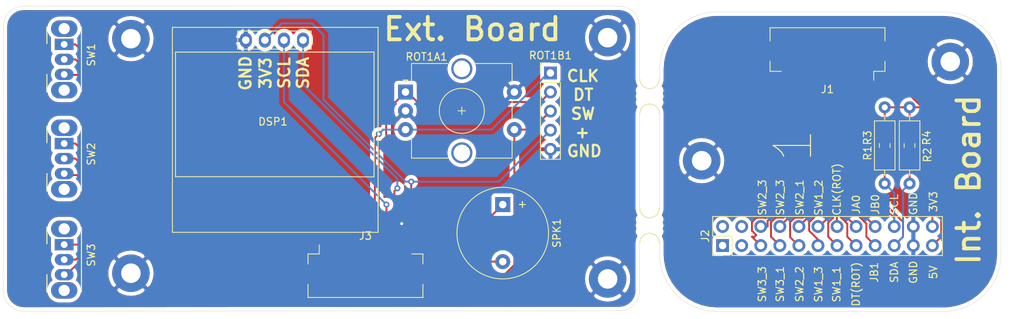
<source format=kicad_pcb>
(kicad_pcb (version 20171130) (host pcbnew "(5.1.9)-1")

  (general
    (thickness 1.6)
    (drawings 56)
    (tracks 203)
    (zones 0)
    (modules 22)
    (nets 34)
  )

  (page A4)
  (layers
    (0 F.Cu signal)
    (31 B.Cu signal)
    (32 B.Adhes user)
    (33 F.Adhes user)
    (34 B.Paste user)
    (35 F.Paste user)
    (36 B.SilkS user)
    (37 F.SilkS user)
    (38 B.Mask user)
    (39 F.Mask user)
    (40 Dwgs.User user)
    (41 Cmts.User user)
    (42 Eco1.User user)
    (43 Eco2.User user)
    (44 Edge.Cuts user)
    (45 Margin user)
    (46 B.CrtYd user)
    (47 F.CrtYd user)
    (48 B.Fab user)
    (49 F.Fab user)
  )

  (setup
    (last_trace_width 0.25)
    (trace_clearance 0.2)
    (zone_clearance 0.508)
    (zone_45_only no)
    (trace_min 0.2)
    (via_size 0.8)
    (via_drill 0.4)
    (via_min_size 0.4)
    (via_min_drill 0.3)
    (user_via 5 3.5)
    (uvia_size 0.3)
    (uvia_drill 0.1)
    (uvias_allowed no)
    (uvia_min_size 0.2)
    (uvia_min_drill 0.1)
    (edge_width 0.05)
    (segment_width 0.2)
    (pcb_text_width 0.3)
    (pcb_text_size 1.5 1.5)
    (mod_edge_width 0.12)
    (mod_text_size 1 1)
    (mod_text_width 0.15)
    (pad_size 5 5)
    (pad_drill 2.6)
    (pad_to_mask_clearance 0)
    (aux_axis_origin 0 0)
    (visible_elements 7FFFFFFF)
    (pcbplotparams
      (layerselection 0x010fc_ffffffff)
      (usegerberextensions true)
      (usegerberattributes false)
      (usegerberadvancedattributes false)
      (creategerberjobfile false)
      (excludeedgelayer true)
      (linewidth 0.100000)
      (plotframeref false)
      (viasonmask false)
      (mode 1)
      (useauxorigin false)
      (hpglpennumber 1)
      (hpglpenspeed 20)
      (hpglpendiameter 15.000000)
      (psnegative false)
      (psa4output false)
      (plotreference true)
      (plotvalue true)
      (plotinvisibletext false)
      (padsonsilk false)
      (subtractmaskfromsilk true)
      (outputformat 1)
      (mirror false)
      (drillshape 0)
      (scaleselection 1)
      (outputdirectory "gerber"))
  )

  (net 0 "")
  (net 1 "Net-(J1-Pad24)")
  (net 2 "Net-(J1-Pad23)")
  (net 3 "Net-(J1-Pad22)")
  (net 4 "Net-(J1-Pad21)")
  (net 5 "Net-(J1-Pad20)")
  (net 6 "Net-(J2-Pad4)")
  (net 7 "Net-(J2-Pad3)")
  (net 8 "Net-(J2-Pad2)")
  (net 9 "Net-(J2-Pad1)")
  (net 10 "CLK(ROT)")
  (net 11 "DT(ROT)")
  (net 12 "SCL(DSP)")
  (net 13 "SDA(DSP)")
  (net 14 "JB1(SPK)")
  (net 15 "JB0(SPK)")
  (net 16 GND)
  (net 17 +3V3)
  (net 18 +5V)
  (net 19 "Net-(J3-Pad2)")
  (net 20 "Net-(J3-Pad1)")
  (net 21 "Net-(J3-Pad5)")
  (net 22 "Net-(J3-Pad4)")
  (net 23 "Net-(J3-Pad3)")
  (net 24 "JA0(ROT-SW)")
  (net 25 SW3_3)
  (net 26 SW3_2)
  (net 27 SW3_1)
  (net 28 SW2_3)
  (net 29 SW2_2)
  (net 30 SW2_1)
  (net 31 SW1_3)
  (net 32 SW1_2)
  (net 33 SW1_1)

  (net_class Default "This is the default net class."
    (clearance 0.2)
    (trace_width 0.25)
    (via_dia 0.8)
    (via_drill 0.4)
    (uvia_dia 0.3)
    (uvia_drill 0.1)
    (add_net "CLK(ROT)")
    (add_net "DT(ROT)")
    (add_net GND)
    (add_net "JA0(ROT-SW)")
    (add_net "JB0(SPK)")
    (add_net "JB1(SPK)")
    (add_net "Net-(J1-Pad20)")
    (add_net "Net-(J1-Pad21)")
    (add_net "Net-(J1-Pad22)")
    (add_net "Net-(J1-Pad23)")
    (add_net "Net-(J1-Pad24)")
    (add_net "Net-(J2-Pad1)")
    (add_net "Net-(J2-Pad2)")
    (add_net "Net-(J2-Pad3)")
    (add_net "Net-(J2-Pad4)")
    (add_net "Net-(J3-Pad1)")
    (add_net "Net-(J3-Pad2)")
    (add_net "Net-(J3-Pad3)")
    (add_net "Net-(J3-Pad4)")
    (add_net "Net-(J3-Pad5)")
    (add_net "SCL(DSP)")
    (add_net "SDA(DSP)")
    (add_net SW1_1)
    (add_net SW1_2)
    (add_net SW1_3)
    (add_net SW2_1)
    (add_net SW2_2)
    (add_net SW2_3)
    (add_net SW3_1)
    (add_net SW3_2)
    (add_net SW3_3)
  )

  (net_class 3V3 ""
    (clearance 0.2)
    (trace_width 0.25)
    (via_dia 0.8)
    (via_drill 0.4)
    (uvia_dia 0.3)
    (uvia_drill 0.1)
    (add_net +3V3)
  )

  (net_class 5V ""
    (clearance 0.2)
    (trace_width 0.25)
    (via_dia 0.8)
    (via_drill 0.4)
    (uvia_dia 0.3)
    (uvia_drill 0.1)
    (add_net +5V)
  )

  (module Panelization:mouse-bite-2.54mm-slot (layer F.Cu) (tedit 610E6E79) (tstamp 610F19A7)
    (at 154.178 67.8942 90)
    (fp_text reference mouse-bite-2.54mm-slot (at 0 -2 90) (layer F.SilkS) hide
      (effects (font (size 1 1) (thickness 0.2)))
    )
    (fp_text value VAL** (at 0 2.1 90) (layer F.SilkS) hide
      (effects (font (size 1 1) (thickness 0.2)))
    )
    (fp_line (start -2.33 0) (end -2.33 0) (layer Eco1.User) (width 2.54))
    (fp_line (start 2.33 0) (end 2.33 0) (layer Eco1.User) (width 2.54))
    (fp_circle (center 2.33 0) (end 2.33 -0.06) (layer Dwgs.User) (width 0.05))
    (fp_circle (center -2.33 0) (end -2.27 0) (layer Dwgs.User) (width 0.05))
    (fp_arc (start 2.33 0) (end 2.349499 -1.269999) (angle -181.914543) (layer Dwgs.User) (width 0.12))
    (fp_arc (start -2.33 0) (end -2.349499 1.269999) (angle -181.7593384) (layer Dwgs.User) (width 0.12))
    (fp_arc (start 2.33 0) (end 2.33 1.27) (angle 180) (layer F.SilkS) (width 0.1))
    (fp_arc (start -2.33 0) (end -2.33 1.27) (angle -180) (layer F.SilkS) (width 0.1))
    (pad "" np_thru_hole circle (at 0 -1.1 90) (size 0.5 0.5) (drill 0.5) (layers *.Cu *.Mask))
    (pad "" np_thru_hole circle (at 0 1.1 90) (size 0.5 0.5) (drill 0.5) (layers *.Cu *.Mask))
    (pad "" np_thru_hole circle (at 0.8 -1.1 90) (size 0.5 0.5) (drill 0.5) (layers *.Cu *.Mask))
    (pad "" np_thru_hole circle (at -0.8 -1.1 90) (size 0.5 0.5) (drill 0.5) (layers *.Cu *.Mask))
    (pad "" np_thru_hole circle (at -0.8 1.1 90) (size 0.5 0.5) (drill 0.5) (layers *.Cu *.Mask))
    (pad "" np_thru_hole circle (at 0.8 1.1 90) (size 0.5 0.5) (drill 0.5) (layers *.Cu *.Mask))
  )

  (module Panelization:mouse-bite-2.54mm-slot (layer F.Cu) (tedit 610E6E79) (tstamp 610F155A)
    (at 154.178 85.09 90)
    (fp_text reference mouse-bite-2.54mm-slot (at 0 -2 90) (layer F.SilkS) hide
      (effects (font (size 1 1) (thickness 0.2)))
    )
    (fp_text value VAL** (at 0 2.1 90) (layer F.SilkS) hide
      (effects (font (size 1 1) (thickness 0.2)))
    )
    (fp_circle (center -2.33 0) (end -2.27 0) (layer Dwgs.User) (width 0.05))
    (fp_circle (center 2.33 0) (end 2.33 -0.06) (layer Dwgs.User) (width 0.05))
    (fp_line (start 2.33 0) (end 2.33 0) (layer Eco1.User) (width 2.54))
    (fp_line (start -2.33 0) (end -2.33 0) (layer Eco1.User) (width 2.54))
    (fp_arc (start -2.33 0) (end -2.33 1.27) (angle -180) (layer F.SilkS) (width 0.1))
    (fp_arc (start 2.33 0) (end 2.33 1.27) (angle 180) (layer F.SilkS) (width 0.1))
    (fp_arc (start -2.33 0) (end -2.349499 1.269999) (angle -181.7593384) (layer Dwgs.User) (width 0.12))
    (fp_arc (start 2.33 0) (end 2.349499 -1.269999) (angle -181.914543) (layer Dwgs.User) (width 0.12))
    (pad "" np_thru_hole circle (at 0.8 1.1 90) (size 0.5 0.5) (drill 0.5) (layers *.Cu *.Mask))
    (pad "" np_thru_hole circle (at -0.8 1.1 90) (size 0.5 0.5) (drill 0.5) (layers *.Cu *.Mask))
    (pad "" np_thru_hole circle (at -0.8 -1.1 90) (size 0.5 0.5) (drill 0.5) (layers *.Cu *.Mask))
    (pad "" np_thru_hole circle (at 0.8 -1.1 90) (size 0.5 0.5) (drill 0.5) (layers *.Cu *.Mask))
    (pad "" np_thru_hole circle (at 0 1.1 90) (size 0.5 0.5) (drill 0.5) (layers *.Cu *.Mask))
    (pad "" np_thru_hole circle (at 0 -1.1 90) (size 0.5 0.5) (drill 0.5) (layers *.Cu *.Mask))
  )

  (module MountingHole:MountingHole_3.5mm_Pad (layer F.Cu) (tedit 60844217) (tstamp 60845175)
    (at 194.22618 63.25108)
    (descr "Mounting Hole 3.5mm")
    (tags "mounting hole 3.5mm")
    (attr virtual)
    (fp_text reference REF** (at 0 -4.5) (layer F.SilkS) hide
      (effects (font (size 1 1) (thickness 0.15)))
    )
    (fp_text value MountingHole_3.5mm_Pad (at 0 4.5) (layer F.Fab)
      (effects (font (size 1 1) (thickness 0.15)))
    )
    (fp_circle (center 0 0) (end 3.75 0) (layer F.CrtYd) (width 0.05))
    (fp_circle (center 0 0) (end 3.5 0) (layer Cmts.User) (width 0.15))
    (fp_text user %R (at 0.3 0) (layer F.Fab)
      (effects (font (size 1 1) (thickness 0.15)))
    )
    (pad 1 thru_hole circle (at 0 0) (size 5 5) (drill 2.6) (layers *.Cu *.Mask)
      (net 16 GND))
  )

  (module MountingHole:MountingHole_3.5mm_Pad (layer F.Cu) (tedit 60844217) (tstamp 60845167)
    (at 161.1122 76.454)
    (descr "Mounting Hole 3.5mm")
    (tags "mounting hole 3.5mm")
    (attr virtual)
    (fp_text reference REF** (at 0 -4.5) (layer F.SilkS) hide
      (effects (font (size 1 1) (thickness 0.15)))
    )
    (fp_text value MountingHole_3.5mm_Pad (at 0 4.5) (layer F.Fab)
      (effects (font (size 1 1) (thickness 0.15)))
    )
    (fp_circle (center 0 0) (end 3.5 0) (layer Cmts.User) (width 0.15))
    (fp_circle (center 0 0) (end 3.75 0) (layer F.CrtYd) (width 0.05))
    (fp_text user %R (at 0.3 0) (layer F.Fab)
      (effects (font (size 1 1) (thickness 0.15)))
    )
    (pad 1 thru_hole circle (at 0 0) (size 5 5) (drill 2.6) (layers *.Cu *.Mask)
      (net 16 GND))
  )

  (module MountingHole:MountingHole_3.5mm_Pad (layer F.Cu) (tedit 60844552) (tstamp 60845096)
    (at 148.59 92.202)
    (descr "Mounting Hole 3.5mm")
    (tags "mounting hole 3.5mm")
    (attr virtual)
    (fp_text reference REF** (at 0 -4.5) (layer F.SilkS) hide
      (effects (font (size 1 1) (thickness 0.15)))
    )
    (fp_text value MountingHole_3.5mm_Pad (at 0 4.5) (layer F.Fab)
      (effects (font (size 1 1) (thickness 0.15)))
    )
    (fp_circle (center 0 0) (end 3.75 0) (layer F.CrtYd) (width 0.05))
    (fp_circle (center 0 0) (end 3.5 0) (layer Cmts.User) (width 0.15))
    (fp_text user %R (at 0.3 0) (layer F.Fab)
      (effects (font (size 1 1) (thickness 0.15)))
    )
    (pad 1 thru_hole circle (at 0 0) (size 5 5) (drill 2.6) (layers *.Cu *.Mask)
      (net 16 GND))
  )

  (module MountingHole:MountingHole_3.5mm_Pad (layer F.Cu) (tedit 60844217) (tstamp 60845088)
    (at 85.09 91.44)
    (descr "Mounting Hole 3.5mm")
    (tags "mounting hole 3.5mm")
    (attr virtual)
    (fp_text reference REF** (at 0 -4.5) (layer F.SilkS) hide
      (effects (font (size 1 1) (thickness 0.15)))
    )
    (fp_text value MountingHole_3.5mm_Pad (at 0 4.5) (layer F.Fab)
      (effects (font (size 1 1) (thickness 0.15)))
    )
    (fp_circle (center 0 0) (end 3.75 0) (layer F.CrtYd) (width 0.05))
    (fp_circle (center 0 0) (end 3.5 0) (layer Cmts.User) (width 0.15))
    (fp_text user %R (at 0.3 0) (layer F.Fab)
      (effects (font (size 1 1) (thickness 0.15)))
    )
    (pad 1 thru_hole circle (at 0 0) (size 5 5) (drill 2.6) (layers *.Cu *.Mask)
      (net 16 GND))
  )

  (module MountingHole:MountingHole_3.5mm_Pad (layer F.Cu) (tedit 60844540) (tstamp 6084507A)
    (at 148.59 60.06084)
    (descr "Mounting Hole 3.5mm")
    (tags "mounting hole 3.5mm")
    (attr virtual)
    (fp_text reference REF** (at 0 -4.5) (layer F.SilkS) hide
      (effects (font (size 1 1) (thickness 0.15)))
    )
    (fp_text value MountingHole_3.5mm_Pad (at 0 4.5) (layer F.Fab)
      (effects (font (size 1 1) (thickness 0.15)))
    )
    (fp_circle (center 0 0) (end 3.75 0) (layer F.CrtYd) (width 0.05))
    (fp_circle (center 0 0) (end 3.5 0) (layer Cmts.User) (width 0.15))
    (fp_text user %R (at 0.3 0) (layer F.Fab)
      (effects (font (size 1 1) (thickness 0.15)))
    )
    (pad 1 thru_hole circle (at 0 0) (size 5 5) (drill 2.6) (layers *.Cu *.Mask)
      (net 16 GND))
  )

  (module MountingHole:MountingHole_3.5mm_Pad (layer F.Cu) (tedit 60844546) (tstamp 60845044)
    (at 85.09 60.198)
    (descr "Mounting Hole 3.5mm")
    (tags "mounting hole 3.5mm")
    (attr virtual)
    (fp_text reference REF** (at 0 -4.5) (layer F.SilkS) hide
      (effects (font (size 1 1) (thickness 0.15)))
    )
    (fp_text value MountingHole_3.5mm_Pad (at 0 4.5) (layer F.Fab)
      (effects (font (size 1 1) (thickness 0.15)))
    )
    (fp_circle (center 0 0) (end 3.5 0) (layer Cmts.User) (width 0.15))
    (fp_circle (center 0 0) (end 3.75 0) (layer F.CrtYd) (width 0.05))
    (fp_text user %R (at 0.3 0) (layer F.Fab)
      (effects (font (size 1 1) (thickness 0.15)))
    )
    (pad 1 thru_hole circle (at 0 0) (size 5 5) (drill 2.6) (layers *.Cu *.Mask)
      (net 16 GND))
  )

  (module Buzzer_Beeper:Buzzer_12x9.5RM7.6 (layer F.Cu) (tedit 5A030281) (tstamp 6081B171)
    (at 134.62 82.296 270)
    (descr "Generic Buzzer, D12mm height 9.5mm with RM7.6mm")
    (tags buzzer)
    (path /60913EA5)
    (fp_text reference SPK1 (at 3.8 -7.2 90) (layer F.SilkS)
      (effects (font (size 1 1) (thickness 0.15)))
    )
    (fp_text value Speaker (at 3.8 7.4 90) (layer F.Fab)
      (effects (font (size 1 1) (thickness 0.15)))
    )
    (fp_circle (center 3.8 0) (end 10.05 0) (layer F.CrtYd) (width 0.05))
    (fp_circle (center 3.8 0) (end 9.8 0) (layer F.Fab) (width 0.1))
    (fp_circle (center 3.8 0) (end 4.8 0) (layer F.Fab) (width 0.1))
    (fp_circle (center 3.8 0) (end 9.9 0) (layer F.SilkS) (width 0.12))
    (fp_text user + (at -0.01 -2.54 90) (layer F.Fab)
      (effects (font (size 1 1) (thickness 0.15)))
    )
    (fp_text user + (at -0.01 -2.54 90) (layer F.SilkS)
      (effects (font (size 1 1) (thickness 0.15)))
    )
    (fp_text user %R (at 3.8 -4 90) (layer F.Fab)
      (effects (font (size 1 1) (thickness 0.15)))
    )
    (pad 1 thru_hole rect (at 0 0 270) (size 2 2) (drill 1) (layers *.Cu *.Mask)
      (net 15 "JB0(SPK)"))
    (pad 2 thru_hole circle (at 7.6 0 270) (size 2 2) (drill 1) (layers *.Cu *.Mask)
      (net 14 "JB1(SPK)"))
    (model ${KISYS3DMOD}/Buzzer_Beeper.3dshapes/Buzzer_12x9.5RM7.6.wrl
      (at (xyz 0 0 0))
      (scale (xyz 1 1 1))
      (rotate (xyz 0 0 0))
    )
  )

  (module Rotary_Encoder:RotaryEncoder_Alps_EC12E-Switch_Vertical_H20mm_CircularMountingHoles (layer F.Cu) (tedit 5A64F967) (tstamp 60813F58)
    (at 121.666 67.31)
    (descr "Alps rotary encoder, EC12E... with switch, vertical shaft, mounting holes with circular drills, http://www.alps.com/prod/info/E/HTML/Encoder/Incremental/EC12E/EC12E1240405.html & http://cdn-reichelt.de/documents/datenblatt/F100/402097STEC12E08.PDF")
    (tags "rotary encoder")
    (path /608C6A64)
    (fp_text reference ROT1A1 (at 2.8 -4.7) (layer F.SilkS)
      (effects (font (size 1 1) (thickness 0.15)))
    )
    (fp_text value Rotary_Encoder_Switch (at 7.5 10.4) (layer F.Fab)
      (effects (font (size 1 1) (thickness 0.15)))
    )
    (fp_line (start 7 2.5) (end 8 2.5) (layer F.SilkS) (width 0.12))
    (fp_line (start 7.5 2) (end 7.5 3) (layer F.SilkS) (width 0.12))
    (fp_line (start 14.2 6.2) (end 14.2 8.8) (layer F.SilkS) (width 0.12))
    (fp_line (start 14.2 1.2) (end 14.2 3.8) (layer F.SilkS) (width 0.12))
    (fp_line (start 14.2 -3.8) (end 14.2 -1.2) (layer F.SilkS) (width 0.12))
    (fp_line (start 4.5 2.5) (end 10.5 2.5) (layer F.Fab) (width 0.12))
    (fp_line (start 7.5 -0.5) (end 7.5 5.5) (layer F.Fab) (width 0.12))
    (fp_line (start 0.3 -1.6) (end 0 -1.3) (layer F.SilkS) (width 0.12))
    (fp_line (start -0.3 -1.6) (end 0.3 -1.6) (layer F.SilkS) (width 0.12))
    (fp_line (start 0 -1.3) (end -0.3 -1.6) (layer F.SilkS) (width 0.12))
    (fp_line (start 0.8 -3.8) (end 0.8 -1.3) (layer F.SilkS) (width 0.12))
    (fp_line (start 5.6 -3.8) (end 0.8 -3.8) (layer F.SilkS) (width 0.12))
    (fp_line (start 0.8 8.8) (end 0.8 6) (layer F.SilkS) (width 0.12))
    (fp_line (start 5.7 8.8) (end 0.8 8.8) (layer F.SilkS) (width 0.12))
    (fp_line (start 14.2 8.8) (end 9.3 8.8) (layer F.SilkS) (width 0.12))
    (fp_line (start 9.3 -3.8) (end 14.2 -3.8) (layer F.SilkS) (width 0.12))
    (fp_line (start 0.9 -2.6) (end 1.9 -3.7) (layer F.Fab) (width 0.12))
    (fp_line (start 0.9 8.7) (end 0.9 -2.6) (layer F.Fab) (width 0.12))
    (fp_line (start 14.1 8.7) (end 0.9 8.7) (layer F.Fab) (width 0.12))
    (fp_line (start 14.1 -3.7) (end 14.1 8.7) (layer F.Fab) (width 0.12))
    (fp_line (start 1.9 -3.7) (end 14.1 -3.7) (layer F.Fab) (width 0.12))
    (fp_line (start -1.5 -5) (end 16 -5) (layer F.CrtYd) (width 0.05))
    (fp_line (start -1.5 -5) (end -1.5 10) (layer F.CrtYd) (width 0.05))
    (fp_line (start 16 10) (end 16 -5) (layer F.CrtYd) (width 0.05))
    (fp_line (start 16 10) (end -1.5 10) (layer F.CrtYd) (width 0.05))
    (fp_circle (center 7.5 2.5) (end 10.5 2.5) (layer F.SilkS) (width 0.12))
    (fp_circle (center 7.5 2.5) (end 10.5 2.5) (layer F.Fab) (width 0.12))
    (fp_text user %R (at 11.5 6.6) (layer F.Fab)
      (effects (font (size 1 1) (thickness 0.15)))
    )
    (pad S2 thru_hole circle (at 14.5 5) (size 2 2) (drill 1) (layers *.Cu *.Mask)
      (net 24 "JA0(ROT-SW)"))
    (pad S1 thru_hole circle (at 14.5 0) (size 2 2) (drill 1) (layers *.Cu *.Mask)
      (net 16 GND))
    (pad MP thru_hole circle (at 7.5 8.1) (size 2.8 2.8) (drill 2.2) (layers *.Cu *.Mask))
    (pad MP thru_hole circle (at 7.5 -3.1) (size 2.8 2.8) (drill 2.2) (layers *.Cu *.Mask))
    (pad B thru_hole circle (at 0 5) (size 2 2) (drill 1) (layers *.Cu *.Mask)
      (net 10 "CLK(ROT)"))
    (pad C thru_hole circle (at 0 2.5) (size 2 2) (drill 1) (layers *.Cu *.Mask)
      (net 16 GND))
    (pad A thru_hole rect (at 0 0) (size 2 2) (drill 1) (layers *.Cu *.Mask)
      (net 11 "DT(ROT)"))
    (model ${KISYS3DMOD}/Rotary_Encoder.3dshapes/RotaryEncoder_Alps_EC12E-Switch_Vertical_H20mm_CircularMountingHoles.wrl
      (at (xyz 0 0 0))
      (scale (xyz 1 1 1))
      (rotate (xyz 0 0 0))
    )
  )

  (module Button_Switch_THT:SW_CuK_OS102011MA1QN1_SPDT_Angled (layer F.Cu) (tedit 5A02FE31) (tstamp 60844AB3)
    (at 76.2 87.63 270)
    (descr "CuK miniature slide switch, OS series, SPDT, right angle, http://www.ckswitches.com/media/1428/os.pdf")
    (tags "switch SPDT")
    (path /6084B3F7)
    (fp_text reference SW3 (at 1.4 -3.6 90) (layer F.SilkS)
      (effects (font (size 1 1) (thickness 0.15)))
    )
    (fp_text value SW_SPDT (at 1.7 7.7 90) (layer F.Fab)
      (effects (font (size 1 1) (thickness 0.15)))
    )
    (fp_line (start -3.7 -2.7) (end 7.7 -2.7) (layer F.CrtYd) (width 0.05))
    (fp_line (start -3.7 6.7) (end -3.7 -2.7) (layer F.CrtYd) (width 0.05))
    (fp_line (start 7.7 6.7) (end -3.7 6.7) (layer F.CrtYd) (width 0.05))
    (fp_line (start 7.7 -2.7) (end 7.7 6.7) (layer F.CrtYd) (width 0.05))
    (fp_line (start 4 2.3) (end 6.3 2.3) (layer F.SilkS) (width 0.15))
    (fp_line (start -2.3 2.3) (end -0.1 2.3) (layer F.SilkS) (width 0.15))
    (fp_line (start -2.3 -2.3) (end 6.3 -2.3) (layer F.SilkS) (width 0.15))
    (fp_line (start 0 6.2) (end 0 2.2) (layer F.Fab) (width 0.1))
    (fp_line (start 2 6.2) (end 0 6.2) (layer F.Fab) (width 0.1))
    (fp_line (start 2 2.2) (end 2 6.2) (layer F.Fab) (width 0.1))
    (fp_line (start 6.3 2.2) (end 6.3 -2.2) (layer F.Fab) (width 0.1))
    (fp_line (start -2.3 2.2) (end 6.3 2.2) (layer F.Fab) (width 0.1))
    (fp_line (start -2.3 -2.2) (end -2.3 2.2) (layer F.Fab) (width 0.1))
    (fp_line (start -2.3 -2.2) (end 6.3 -2.2) (layer F.Fab) (width 0.1))
    (fp_text user %R (at 2.3 1.7 90) (layer F.Fab)
      (effects (font (size 0.5 0.5) (thickness 0.1)))
    )
    (pad 1 thru_hole rect (at 0 0 270) (size 1.5 2.5) (drill 0.9) (layers *.Cu *.Mask)
      (net 27 SW3_1))
    (pad 2 thru_hole oval (at 2 0 270) (size 1.5 2.5) (drill 0.9) (layers *.Cu *.Mask)
      (net 26 SW3_2))
    (pad 3 thru_hole oval (at 4 0 270) (size 1.5 2.5) (drill 0.9) (layers *.Cu *.Mask)
      (net 25 SW3_3))
    (pad "" thru_hole oval (at -2.1 0 270) (size 2.2 3.5) (drill 1.5) (layers *.Cu *.Mask))
    (pad "" thru_hole oval (at 6.1 0 270) (size 2.2 3.5) (drill 1.5) (layers *.Cu *.Mask))
    (model ${KISYS3DMOD}/Button_Switch_THT.3dshapes/SW_CuK_OS102011MA1QN1_SPDT_Angled.wrl
      (at (xyz 0 0 0))
      (scale (xyz 1 1 1))
      (rotate (xyz 0 0 0))
    )
  )

  (module Button_Switch_THT:SW_CuK_OS102011MA1QN1_SPDT_Angled (layer F.Cu) (tedit 5A02FE31) (tstamp 60844A9B)
    (at 76.2 74.168 270)
    (descr "CuK miniature slide switch, OS series, SPDT, right angle, http://www.ckswitches.com/media/1428/os.pdf")
    (tags "switch SPDT")
    (path /6084A881)
    (fp_text reference SW2 (at 1.4 -3.6 90) (layer F.SilkS)
      (effects (font (size 1 1) (thickness 0.15)))
    )
    (fp_text value SW_SPDT (at 1.7 7.7 90) (layer F.Fab)
      (effects (font (size 1 1) (thickness 0.15)))
    )
    (fp_line (start -3.7 -2.7) (end 7.7 -2.7) (layer F.CrtYd) (width 0.05))
    (fp_line (start -3.7 6.7) (end -3.7 -2.7) (layer F.CrtYd) (width 0.05))
    (fp_line (start 7.7 6.7) (end -3.7 6.7) (layer F.CrtYd) (width 0.05))
    (fp_line (start 7.7 -2.7) (end 7.7 6.7) (layer F.CrtYd) (width 0.05))
    (fp_line (start 4 2.3) (end 6.3 2.3) (layer F.SilkS) (width 0.15))
    (fp_line (start -2.3 2.3) (end -0.1 2.3) (layer F.SilkS) (width 0.15))
    (fp_line (start -2.3 -2.3) (end 6.3 -2.3) (layer F.SilkS) (width 0.15))
    (fp_line (start 0 6.2) (end 0 2.2) (layer F.Fab) (width 0.1))
    (fp_line (start 2 6.2) (end 0 6.2) (layer F.Fab) (width 0.1))
    (fp_line (start 2 2.2) (end 2 6.2) (layer F.Fab) (width 0.1))
    (fp_line (start 6.3 2.2) (end 6.3 -2.2) (layer F.Fab) (width 0.1))
    (fp_line (start -2.3 2.2) (end 6.3 2.2) (layer F.Fab) (width 0.1))
    (fp_line (start -2.3 -2.2) (end -2.3 2.2) (layer F.Fab) (width 0.1))
    (fp_line (start -2.3 -2.2) (end 6.3 -2.2) (layer F.Fab) (width 0.1))
    (fp_text user %R (at 2.3 1.7 90) (layer F.Fab)
      (effects (font (size 0.5 0.5) (thickness 0.1)))
    )
    (pad 1 thru_hole rect (at 0 0 270) (size 1.5 2.5) (drill 0.9) (layers *.Cu *.Mask)
      (net 30 SW2_1))
    (pad 2 thru_hole oval (at 2 0 270) (size 1.5 2.5) (drill 0.9) (layers *.Cu *.Mask)
      (net 29 SW2_2))
    (pad 3 thru_hole oval (at 4 0 270) (size 1.5 2.5) (drill 0.9) (layers *.Cu *.Mask)
      (net 28 SW2_3))
    (pad "" thru_hole oval (at -2.1 0 270) (size 2.2 3.5) (drill 1.5) (layers *.Cu *.Mask))
    (pad "" thru_hole oval (at 6.1 0 270) (size 2.2 3.5) (drill 1.5) (layers *.Cu *.Mask))
    (model ${KISYS3DMOD}/Button_Switch_THT.3dshapes/SW_CuK_OS102011MA1QN1_SPDT_Angled.wrl
      (at (xyz 0 0 0))
      (scale (xyz 1 1 1))
      (rotate (xyz 0 0 0))
    )
  )

  (module Button_Switch_THT:SW_CuK_OS102011MA1QN1_SPDT_Angled (layer F.Cu) (tedit 5A02FE31) (tstamp 60844A83)
    (at 76.2 60.96 270)
    (descr "CuK miniature slide switch, OS series, SPDT, right angle, http://www.ckswitches.com/media/1428/os.pdf")
    (tags "switch SPDT")
    (path /60849D99)
    (fp_text reference SW1 (at 1.4 -3.6 90) (layer F.SilkS)
      (effects (font (size 1 1) (thickness 0.15)))
    )
    (fp_text value SW_SPDT (at 1.7 7.7 90) (layer F.Fab)
      (effects (font (size 1 1) (thickness 0.15)))
    )
    (fp_line (start -3.7 -2.7) (end 7.7 -2.7) (layer F.CrtYd) (width 0.05))
    (fp_line (start -3.7 6.7) (end -3.7 -2.7) (layer F.CrtYd) (width 0.05))
    (fp_line (start 7.7 6.7) (end -3.7 6.7) (layer F.CrtYd) (width 0.05))
    (fp_line (start 7.7 -2.7) (end 7.7 6.7) (layer F.CrtYd) (width 0.05))
    (fp_line (start 4 2.3) (end 6.3 2.3) (layer F.SilkS) (width 0.15))
    (fp_line (start -2.3 2.3) (end -0.1 2.3) (layer F.SilkS) (width 0.15))
    (fp_line (start -2.3 -2.3) (end 6.3 -2.3) (layer F.SilkS) (width 0.15))
    (fp_line (start 0 6.2) (end 0 2.2) (layer F.Fab) (width 0.1))
    (fp_line (start 2 6.2) (end 0 6.2) (layer F.Fab) (width 0.1))
    (fp_line (start 2 2.2) (end 2 6.2) (layer F.Fab) (width 0.1))
    (fp_line (start 6.3 2.2) (end 6.3 -2.2) (layer F.Fab) (width 0.1))
    (fp_line (start -2.3 2.2) (end 6.3 2.2) (layer F.Fab) (width 0.1))
    (fp_line (start -2.3 -2.2) (end -2.3 2.2) (layer F.Fab) (width 0.1))
    (fp_line (start -2.3 -2.2) (end 6.3 -2.2) (layer F.Fab) (width 0.1))
    (fp_text user %R (at 2.3 1.7 90) (layer F.Fab)
      (effects (font (size 0.5 0.5) (thickness 0.1)))
    )
    (pad 1 thru_hole rect (at 0 0 270) (size 1.5 2.5) (drill 0.9) (layers *.Cu *.Mask)
      (net 33 SW1_1))
    (pad 2 thru_hole oval (at 2 0 270) (size 1.5 2.5) (drill 0.9) (layers *.Cu *.Mask)
      (net 32 SW1_2))
    (pad 3 thru_hole oval (at 4 0 270) (size 1.5 2.5) (drill 0.9) (layers *.Cu *.Mask)
      (net 31 SW1_3))
    (pad "" thru_hole oval (at -2.1 0 270) (size 2.2 3.5) (drill 1.5) (layers *.Cu *.Mask))
    (pad "" thru_hole oval (at 6.1 0 270) (size 2.2 3.5) (drill 1.5) (layers *.Cu *.Mask))
    (model ${KISYS3DMOD}/Button_Switch_THT.3dshapes/SW_CuK_OS102011MA1QN1_SPDT_Angled.wrl
      (at (xyz 0 0 0))
      (scale (xyz 1 1 1))
      (rotate (xyz 0 0 0))
    )
  )

  (module Connector_PinHeader_2.54mm:PinHeader_1x05_P2.54mm_Vertical (layer F.Cu) (tedit 59FED5CC) (tstamp 6081AA49)
    (at 140.97 64.77)
    (descr "Through hole straight pin header, 1x05, 2.54mm pitch, single row")
    (tags "Through hole pin header THT 1x05 2.54mm single row")
    (path /608F523A)
    (fp_text reference ROT1B1 (at 0 -2.33) (layer F.SilkS)
      (effects (font (size 1 1) (thickness 0.15)))
    )
    (fp_text value Conn_01x05 (at 0 12.49) (layer F.Fab)
      (effects (font (size 1 1) (thickness 0.15)))
    )
    (fp_line (start 1.8 -1.8) (end -1.8 -1.8) (layer F.CrtYd) (width 0.05))
    (fp_line (start 1.8 11.95) (end 1.8 -1.8) (layer F.CrtYd) (width 0.05))
    (fp_line (start -1.8 11.95) (end 1.8 11.95) (layer F.CrtYd) (width 0.05))
    (fp_line (start -1.8 -1.8) (end -1.8 11.95) (layer F.CrtYd) (width 0.05))
    (fp_line (start -1.33 -1.33) (end 0 -1.33) (layer F.SilkS) (width 0.12))
    (fp_line (start -1.33 0) (end -1.33 -1.33) (layer F.SilkS) (width 0.12))
    (fp_line (start -1.33 1.27) (end 1.33 1.27) (layer F.SilkS) (width 0.12))
    (fp_line (start 1.33 1.27) (end 1.33 11.49) (layer F.SilkS) (width 0.12))
    (fp_line (start -1.33 1.27) (end -1.33 11.49) (layer F.SilkS) (width 0.12))
    (fp_line (start -1.33 11.49) (end 1.33 11.49) (layer F.SilkS) (width 0.12))
    (fp_line (start -1.27 -0.635) (end -0.635 -1.27) (layer F.Fab) (width 0.1))
    (fp_line (start -1.27 11.43) (end -1.27 -0.635) (layer F.Fab) (width 0.1))
    (fp_line (start 1.27 11.43) (end -1.27 11.43) (layer F.Fab) (width 0.1))
    (fp_line (start 1.27 -1.27) (end 1.27 11.43) (layer F.Fab) (width 0.1))
    (fp_line (start -0.635 -1.27) (end 1.27 -1.27) (layer F.Fab) (width 0.1))
    (fp_text user %R (at 0 5.08 90) (layer F.Fab)
      (effects (font (size 1 1) (thickness 0.15)))
    )
    (pad 5 thru_hole oval (at 0 10.16) (size 1.7 1.7) (drill 1) (layers *.Cu *.Mask)
      (net 16 GND))
    (pad 4 thru_hole oval (at 0 7.62) (size 1.7 1.7) (drill 1) (layers *.Cu *.Mask)
      (net 17 +3V3))
    (pad 3 thru_hole oval (at 0 5.08) (size 1.7 1.7) (drill 1) (layers *.Cu *.Mask)
      (net 24 "JA0(ROT-SW)"))
    (pad 2 thru_hole oval (at 0 2.54) (size 1.7 1.7) (drill 1) (layers *.Cu *.Mask)
      (net 11 "DT(ROT)"))
    (pad 1 thru_hole rect (at 0 0) (size 1.7 1.7) (drill 1) (layers *.Cu *.Mask)
      (net 10 "CLK(ROT)"))
    (model ${KISYS3DMOD}/Connector_PinHeader_2.54mm.3dshapes/PinHeader_1x05_P2.54mm_Vertical.wrl
      (at (xyz 0 0 0))
      (scale (xyz 1 1 1))
      (rotate (xyz 0 0 0))
    )
  )

  (module OLED:128x64OLED (layer F.Cu) (tedit 5CF23EAC) (tstamp 60819E18)
    (at 104.013 70.993)
    (path /608DE7BF)
    (fp_text reference DSP1 (at 0 0.254) (layer F.SilkS)
      (effects (font (size 1 1) (thickness 0.15)))
    )
    (fp_text value SSD1306 (at -7.747 -7.62) (layer F.Fab)
      (effects (font (size 1 1) (thickness 0.15)))
    )
    (fp_line (start -13.4 -12.3) (end 14 -12.3) (layer F.SilkS) (width 0.12))
    (fp_line (start 14 -12.3) (end 14 15) (layer F.SilkS) (width 0.12))
    (fp_line (start 14 15) (end -13.4 15) (layer F.SilkS) (width 0.12))
    (fp_line (start -13.4 15) (end -13.4 -12.3) (layer F.SilkS) (width 0.12))
    (fp_line (start 10.122 7.595) (end -12.978 7.595) (layer F.SilkS) (width 0.12))
    (fp_line (start -12.978 7.595) (end -12.978 -9.005) (layer F.SilkS) (width 0.12))
    (fp_line (start -12.978 -9.005) (end 10.122 -9.005) (layer F.SilkS) (width 0.12))
    (fp_line (start -4.699 -11.811) (end 5.08 -11.811) (layer F.SilkS) (width 0.12))
    (fp_line (start 5.08 -11.811) (end 5.08 -9.398) (layer F.SilkS) (width 0.12))
    (fp_line (start 5.08 -9.398) (end -4.699 -9.398) (layer F.SilkS) (width 0.12))
    (fp_line (start -4.699 -11.811) (end -4.699 -9.398) (layer F.SilkS) (width 0.12))
    (fp_line (start 10.122 -9.005) (end 13.208 -9.005) (layer F.SilkS) (width 0.12))
    (fp_line (start 10.122 7.595) (end 13.462 7.62) (layer F.SilkS) (width 0.12))
    (fp_line (start 13.462 7.62) (end 13.462 -9.017) (layer F.SilkS) (width 0.12))
    (fp_line (start 13.462 -9.017) (end 13.208 -9.005) (layer F.SilkS) (width 0.12))
    (pad 2 thru_hole oval (at -1.08 -10.6 90) (size 2 1.6) (drill 1) (layers *.Cu *.Mask)
      (net 17 +3V3))
    (pad 1 thru_hole oval (at -3.62 -10.6 90) (size 2 1.6) (drill 1) (layers *.Cu *.Mask)
      (net 16 GND))
    (pad 3 thru_hole oval (at 1.46 -10.6 90) (size 2 1.6) (drill 1) (layers *.Cu *.Mask)
      (net 12 "SCL(DSP)"))
    (pad 4 thru_hole oval (at 4 -10.6 90) (size 2 1.6) (drill 1) (layers *.Cu *.Mask)
      (net 13 "SDA(DSP)"))
  )

  (module Connector_FFC-FPC:Hirose_FH12-24S-0.5SH_1x24-1MP_P0.50mm_Horizontal (layer F.Cu) (tedit 5D24667B) (tstamp 60811ADD)
    (at 116.332 90.17)
    (descr "Hirose FH12, FFC/FPC connector, FH12-24S-0.5SH, 24 Pins per row (https://www.hirose.com/product/en/products/FH12/FH12-24S-0.5SH(55)/), generated with kicad-footprint-generator")
    (tags "connector Hirose FH12 horizontal")
    (path /6085E0E5)
    (attr smd)
    (fp_text reference J3 (at 0 -3.7) (layer F.SilkS)
      (effects (font (size 1 1) (thickness 0.15)))
    )
    (fp_text value Conn_01x24 (at 0 5.6) (layer F.Fab)
      (effects (font (size 1 1) (thickness 0.15)))
    )
    (fp_line (start 0 -1.2) (end -7.55 -1.2) (layer F.Fab) (width 0.1))
    (fp_line (start -7.55 -1.2) (end -7.55 3.4) (layer F.Fab) (width 0.1))
    (fp_line (start -7.55 3.4) (end -6.95 3.4) (layer F.Fab) (width 0.1))
    (fp_line (start -6.95 3.4) (end -6.95 3.7) (layer F.Fab) (width 0.1))
    (fp_line (start -6.95 3.7) (end -7.45 3.7) (layer F.Fab) (width 0.1))
    (fp_line (start -7.45 3.7) (end -7.45 4.4) (layer F.Fab) (width 0.1))
    (fp_line (start -7.45 4.4) (end 0 4.4) (layer F.Fab) (width 0.1))
    (fp_line (start 0 -1.2) (end 7.55 -1.2) (layer F.Fab) (width 0.1))
    (fp_line (start 7.55 -1.2) (end 7.55 3.4) (layer F.Fab) (width 0.1))
    (fp_line (start 7.55 3.4) (end 6.95 3.4) (layer F.Fab) (width 0.1))
    (fp_line (start 6.95 3.4) (end 6.95 3.7) (layer F.Fab) (width 0.1))
    (fp_line (start 6.95 3.7) (end 7.45 3.7) (layer F.Fab) (width 0.1))
    (fp_line (start 7.45 3.7) (end 7.45 4.4) (layer F.Fab) (width 0.1))
    (fp_line (start 7.45 4.4) (end 0 4.4) (layer F.Fab) (width 0.1))
    (fp_line (start -6.16 -1.3) (end -7.65 -1.3) (layer F.SilkS) (width 0.12))
    (fp_line (start -7.65 -1.3) (end -7.65 0.04) (layer F.SilkS) (width 0.12))
    (fp_line (start 6.16 -1.3) (end 7.65 -1.3) (layer F.SilkS) (width 0.12))
    (fp_line (start 7.65 -1.3) (end 7.65 0.04) (layer F.SilkS) (width 0.12))
    (fp_line (start -7.65 2.76) (end -7.65 4.5) (layer F.SilkS) (width 0.12))
    (fp_line (start -7.65 4.5) (end 7.65 4.5) (layer F.SilkS) (width 0.12))
    (fp_line (start 7.65 4.5) (end 7.65 2.76) (layer F.SilkS) (width 0.12))
    (fp_line (start -6.16 -1.3) (end -6.16 -2.5) (layer F.SilkS) (width 0.12))
    (fp_line (start -6.25 -1.2) (end -5.75 -0.492893) (layer F.Fab) (width 0.1))
    (fp_line (start -5.75 -0.492893) (end -5.25 -1.2) (layer F.Fab) (width 0.1))
    (fp_line (start -9.05 -3) (end -9.05 4.9) (layer F.CrtYd) (width 0.05))
    (fp_line (start -9.05 4.9) (end 9.05 4.9) (layer F.CrtYd) (width 0.05))
    (fp_line (start 9.05 4.9) (end 9.05 -3) (layer F.CrtYd) (width 0.05))
    (fp_line (start 9.05 -3) (end -9.05 -3) (layer F.CrtYd) (width 0.05))
    (fp_text user %R (at 0 3.7) (layer F.Fab)
      (effects (font (size 1 1) (thickness 0.15)))
    )
    (pad MP smd rect (at 7.65 1.4) (size 1.8 2.2) (layers F.Cu F.Paste F.Mask))
    (pad MP smd rect (at -7.65 1.4) (size 1.8 2.2) (layers F.Cu F.Paste F.Mask))
    (pad 1 smd rect (at -5.75 -1.85) (size 0.3 1.3) (layers F.Cu F.Paste F.Mask)
      (net 20 "Net-(J3-Pad1)"))
    (pad 2 smd rect (at -5.25 -1.85) (size 0.3 1.3) (layers F.Cu F.Paste F.Mask)
      (net 19 "Net-(J3-Pad2)"))
    (pad 3 smd rect (at -4.75 -1.85) (size 0.3 1.3) (layers F.Cu F.Paste F.Mask)
      (net 23 "Net-(J3-Pad3)"))
    (pad 4 smd rect (at -4.25 -1.85) (size 0.3 1.3) (layers F.Cu F.Paste F.Mask)
      (net 22 "Net-(J3-Pad4)"))
    (pad 5 smd rect (at -3.75 -1.85) (size 0.3 1.3) (layers F.Cu F.Paste F.Mask)
      (net 21 "Net-(J3-Pad5)"))
    (pad 6 smd rect (at -3.25 -1.85) (size 0.3 1.3) (layers F.Cu F.Paste F.Mask)
      (net 25 SW3_3))
    (pad 7 smd rect (at -2.75 -1.85) (size 0.3 1.3) (layers F.Cu F.Paste F.Mask)
      (net 26 SW3_2))
    (pad 8 smd rect (at -2.25 -1.85) (size 0.3 1.3) (layers F.Cu F.Paste F.Mask)
      (net 27 SW3_1))
    (pad 9 smd rect (at -1.75 -1.85) (size 0.3 1.3) (layers F.Cu F.Paste F.Mask)
      (net 28 SW2_3))
    (pad 10 smd rect (at -1.25 -1.85) (size 0.3 1.3) (layers F.Cu F.Paste F.Mask)
      (net 29 SW2_2))
    (pad 11 smd rect (at -0.75 -1.85) (size 0.3 1.3) (layers F.Cu F.Paste F.Mask)
      (net 30 SW2_1))
    (pad 12 smd rect (at -0.25 -1.85) (size 0.3 1.3) (layers F.Cu F.Paste F.Mask)
      (net 31 SW1_3))
    (pad 13 smd rect (at 0.25 -1.85) (size 0.3 1.3) (layers F.Cu F.Paste F.Mask)
      (net 32 SW1_2))
    (pad 14 smd rect (at 0.75 -1.85) (size 0.3 1.3) (layers F.Cu F.Paste F.Mask)
      (net 33 SW1_1))
    (pad 15 smd rect (at 1.25 -1.85) (size 0.3 1.3) (layers F.Cu F.Paste F.Mask)
      (net 10 "CLK(ROT)"))
    (pad 16 smd rect (at 1.75 -1.85) (size 0.3 1.3) (layers F.Cu F.Paste F.Mask)
      (net 11 "DT(ROT)"))
    (pad 17 smd rect (at 2.25 -1.85) (size 0.3 1.3) (layers F.Cu F.Paste F.Mask)
      (net 24 "JA0(ROT-SW)"))
    (pad 18 smd rect (at 2.75 -1.85) (size 0.3 1.3) (layers F.Cu F.Paste F.Mask)
      (net 14 "JB1(SPK)"))
    (pad 19 smd rect (at 3.25 -1.85) (size 0.3 1.3) (layers F.Cu F.Paste F.Mask)
      (net 15 "JB0(SPK)"))
    (pad 20 smd rect (at 3.75 -1.85) (size 0.3 1.3) (layers F.Cu F.Paste F.Mask)
      (net 12 "SCL(DSP)"))
    (pad 21 smd rect (at 4.25 -1.85) (size 0.3 1.3) (layers F.Cu F.Paste F.Mask)
      (net 13 "SDA(DSP)"))
    (pad 22 smd rect (at 4.75 -1.85) (size 0.3 1.3) (layers F.Cu F.Paste F.Mask)
      (net 16 GND))
    (pad 23 smd rect (at 5.25 -1.85) (size 0.3 1.3) (layers F.Cu F.Paste F.Mask)
      (net 17 +3V3))
    (pad 24 smd rect (at 5.75 -1.85) (size 0.3 1.3) (layers F.Cu F.Paste F.Mask)
      (net 18 +5V))
    (model ${KISYS3DMOD}/Connector_FFC-FPC.3dshapes/Hirose_FH12-24S-0.5SH_1x24-1MP_P0.50mm_Horizontal.wrl
      (at (xyz 0 0 0))
      (scale (xyz 1 1 1))
      (rotate (xyz 0 0 0))
    )
  )

  (module Resistor_THT:R_Axial_DIN0207_L6.3mm_D2.5mm_P10.16mm_Horizontal (layer F.Cu) (tedit 5AE5139B) (tstamp 60806751)
    (at 188.8122 69.342 270)
    (descr "Resistor, Axial_DIN0207 series, Axial, Horizontal, pin pitch=10.16mm, 0.25W = 1/4W, length*diameter=6.3*2.5mm^2, http://cdn-reichelt.de/documents/datenblatt/B400/1_4W%23YAG.pdf")
    (tags "Resistor Axial_DIN0207 series Axial Horizontal pin pitch 10.16mm 0.25W = 1/4W length 6.3mm diameter 2.5mm")
    (path /6080E696)
    (fp_text reference R2 (at 6.35 -2.37 90) (layer F.SilkS)
      (effects (font (size 1 1) (thickness 0.15)))
    )
    (fp_text value R-OptionalPullup-SDA (at 5.08 2.37 90) (layer F.Fab)
      (effects (font (size 1 1) (thickness 0.15)))
    )
    (fp_line (start 11.21 -1.5) (end -1.05 -1.5) (layer F.CrtYd) (width 0.05))
    (fp_line (start 11.21 1.5) (end 11.21 -1.5) (layer F.CrtYd) (width 0.05))
    (fp_line (start -1.05 1.5) (end 11.21 1.5) (layer F.CrtYd) (width 0.05))
    (fp_line (start -1.05 -1.5) (end -1.05 1.5) (layer F.CrtYd) (width 0.05))
    (fp_line (start 9.12 0) (end 8.35 0) (layer F.SilkS) (width 0.12))
    (fp_line (start 1.04 0) (end 1.81 0) (layer F.SilkS) (width 0.12))
    (fp_line (start 8.35 -1.37) (end 1.81 -1.37) (layer F.SilkS) (width 0.12))
    (fp_line (start 8.35 1.37) (end 8.35 -1.37) (layer F.SilkS) (width 0.12))
    (fp_line (start 1.81 1.37) (end 8.35 1.37) (layer F.SilkS) (width 0.12))
    (fp_line (start 1.81 -1.37) (end 1.81 1.37) (layer F.SilkS) (width 0.12))
    (fp_line (start 10.16 0) (end 8.23 0) (layer F.Fab) (width 0.1))
    (fp_line (start 0 0) (end 1.93 0) (layer F.Fab) (width 0.1))
    (fp_line (start 8.23 -1.25) (end 1.93 -1.25) (layer F.Fab) (width 0.1))
    (fp_line (start 8.23 1.25) (end 8.23 -1.25) (layer F.Fab) (width 0.1))
    (fp_line (start 1.93 1.25) (end 8.23 1.25) (layer F.Fab) (width 0.1))
    (fp_line (start 1.93 -1.25) (end 1.93 1.25) (layer F.Fab) (width 0.1))
    (fp_text user %R (at 5.08 0 90) (layer F.Fab)
      (effects (font (size 1 1) (thickness 0.15)))
    )
    (pad 2 thru_hole oval (at 10.16 0 270) (size 1.6 1.6) (drill 0.8) (layers *.Cu *.Mask)
      (net 13 "SDA(DSP)"))
    (pad 1 thru_hole circle (at 0 0 270) (size 1.6 1.6) (drill 0.8) (layers *.Cu *.Mask)
      (net 18 +5V))
    (model ${KISYS3DMOD}/Resistor_THT.3dshapes/R_Axial_DIN0207_L6.3mm_D2.5mm_P10.16mm_Horizontal.wrl
      (at (xyz 0 0 0))
      (scale (xyz 1 1 1))
      (rotate (xyz 0 0 0))
    )
  )

  (module Connector_PinHeader_2.54mm:PinHeader_2x12_P2.54mm_Vertical (layer F.Cu) (tedit 59FED5CC) (tstamp 607F9A52)
    (at 163.9062 87.757 90)
    (descr "Through hole straight pin header, 2x12, 2.54mm pitch, double rows")
    (tags "Through hole pin header THT 2x12 2.54mm double row")
    (path /607F5A5E)
    (fp_text reference J2 (at 1.27 -2.33 90) (layer F.SilkS)
      (effects (font (size 1 1) (thickness 0.15)))
    )
    (fp_text value Conn_01x24 (at 1.27 30.27 90) (layer F.Fab)
      (effects (font (size 1 1) (thickness 0.15)))
    )
    (fp_line (start 4.35 -1.8) (end -1.8 -1.8) (layer F.CrtYd) (width 0.05))
    (fp_line (start 4.35 29.75) (end 4.35 -1.8) (layer F.CrtYd) (width 0.05))
    (fp_line (start -1.8 29.75) (end 4.35 29.75) (layer F.CrtYd) (width 0.05))
    (fp_line (start -1.8 -1.8) (end -1.8 29.75) (layer F.CrtYd) (width 0.05))
    (fp_line (start -1.33 -1.33) (end 0 -1.33) (layer F.SilkS) (width 0.12))
    (fp_line (start -1.33 0) (end -1.33 -1.33) (layer F.SilkS) (width 0.12))
    (fp_line (start 1.27 -1.33) (end 3.87 -1.33) (layer F.SilkS) (width 0.12))
    (fp_line (start 1.27 1.27) (end 1.27 -1.33) (layer F.SilkS) (width 0.12))
    (fp_line (start -1.33 1.27) (end 1.27 1.27) (layer F.SilkS) (width 0.12))
    (fp_line (start 3.87 -1.33) (end 3.87 29.27) (layer F.SilkS) (width 0.12))
    (fp_line (start -1.33 1.27) (end -1.33 29.27) (layer F.SilkS) (width 0.12))
    (fp_line (start -1.33 29.27) (end 3.87 29.27) (layer F.SilkS) (width 0.12))
    (fp_line (start -1.27 0) (end 0 -1.27) (layer F.Fab) (width 0.1))
    (fp_line (start -1.27 29.21) (end -1.27 0) (layer F.Fab) (width 0.1))
    (fp_line (start 3.81 29.21) (end -1.27 29.21) (layer F.Fab) (width 0.1))
    (fp_line (start 3.81 -1.27) (end 3.81 29.21) (layer F.Fab) (width 0.1))
    (fp_line (start 0 -1.27) (end 3.81 -1.27) (layer F.Fab) (width 0.1))
    (fp_text user %R (at 1.27 13.97) (layer F.Fab)
      (effects (font (size 1 1) (thickness 0.15)))
    )
    (pad 24 thru_hole oval (at 2.54 27.94 90) (size 1.7 1.7) (drill 1) (layers *.Cu *.Mask)
      (net 18 +5V))
    (pad 23 thru_hole oval (at 0 27.94 90) (size 1.7 1.7) (drill 1) (layers *.Cu *.Mask)
      (net 17 +3V3))
    (pad 22 thru_hole oval (at 2.54 25.4 90) (size 1.7 1.7) (drill 1) (layers *.Cu *.Mask)
      (net 16 GND))
    (pad 21 thru_hole oval (at 0 25.4 90) (size 1.7 1.7) (drill 1) (layers *.Cu *.Mask)
      (net 16 GND))
    (pad 20 thru_hole oval (at 2.54 22.86 90) (size 1.7 1.7) (drill 1) (layers *.Cu *.Mask)
      (net 12 "SCL(DSP)"))
    (pad 19 thru_hole oval (at 0 22.86 90) (size 1.7 1.7) (drill 1) (layers *.Cu *.Mask)
      (net 13 "SDA(DSP)"))
    (pad 18 thru_hole oval (at 2.54 20.32 90) (size 1.7 1.7) (drill 1) (layers *.Cu *.Mask)
      (net 15 "JB0(SPK)"))
    (pad 17 thru_hole oval (at 0 20.32 90) (size 1.7 1.7) (drill 1) (layers *.Cu *.Mask)
      (net 14 "JB1(SPK)"))
    (pad 16 thru_hole oval (at 2.54 17.78 90) (size 1.7 1.7) (drill 1) (layers *.Cu *.Mask)
      (net 24 "JA0(ROT-SW)"))
    (pad 15 thru_hole oval (at 0 17.78 90) (size 1.7 1.7) (drill 1) (layers *.Cu *.Mask)
      (net 11 "DT(ROT)"))
    (pad 14 thru_hole oval (at 2.54 15.24 90) (size 1.7 1.7) (drill 1) (layers *.Cu *.Mask)
      (net 10 "CLK(ROT)"))
    (pad 13 thru_hole oval (at 0 15.24 90) (size 1.7 1.7) (drill 1) (layers *.Cu *.Mask)
      (net 33 SW1_1))
    (pad 12 thru_hole oval (at 2.54 12.7 90) (size 1.7 1.7) (drill 1) (layers *.Cu *.Mask)
      (net 32 SW1_2))
    (pad 11 thru_hole oval (at 0 12.7 90) (size 1.7 1.7) (drill 1) (layers *.Cu *.Mask)
      (net 31 SW1_3))
    (pad 10 thru_hole oval (at 2.54 10.16 90) (size 1.7 1.7) (drill 1) (layers *.Cu *.Mask)
      (net 30 SW2_1))
    (pad 9 thru_hole oval (at 0 10.16 90) (size 1.7 1.7) (drill 1) (layers *.Cu *.Mask)
      (net 29 SW2_2))
    (pad 8 thru_hole oval (at 2.54 7.62 90) (size 1.7 1.7) (drill 1) (layers *.Cu *.Mask)
      (net 28 SW2_3))
    (pad 7 thru_hole oval (at 0 7.62 90) (size 1.7 1.7) (drill 1) (layers *.Cu *.Mask)
      (net 27 SW3_1))
    (pad 6 thru_hole oval (at 2.54 5.08 90) (size 1.7 1.7) (drill 1) (layers *.Cu *.Mask)
      (net 26 SW3_2))
    (pad 5 thru_hole oval (at 0 5.08 90) (size 1.7 1.7) (drill 1) (layers *.Cu *.Mask)
      (net 25 SW3_3))
    (pad 4 thru_hole oval (at 2.54 2.54 90) (size 1.7 1.7) (drill 1) (layers *.Cu *.Mask)
      (net 6 "Net-(J2-Pad4)"))
    (pad 3 thru_hole oval (at 0 2.54 90) (size 1.7 1.7) (drill 1) (layers *.Cu *.Mask)
      (net 7 "Net-(J2-Pad3)"))
    (pad 2 thru_hole oval (at 2.54 0 90) (size 1.7 1.7) (drill 1) (layers *.Cu *.Mask)
      (net 8 "Net-(J2-Pad2)"))
    (pad 1 thru_hole rect (at 0 0 90) (size 1.7 1.7) (drill 1) (layers *.Cu *.Mask)
      (net 9 "Net-(J2-Pad1)"))
    (model ${KISYS3DMOD}/Connector_PinHeader_2.54mm.3dshapes/PinHeader_2x12_P2.54mm_Vertical.wrl
      (at (xyz 0 0 0))
      (scale (xyz 1 1 1))
      (rotate (xyz 0 0 0))
    )
  )

  (module Resistor_SMD:R_0805_2012Metric_Pad1.15x1.40mm_HandSolder (layer F.Cu) (tedit 5B36C52B) (tstamp 60806864)
    (at 188.7982 74.422 270)
    (descr "Resistor SMD 0805 (2012 Metric), square (rectangular) end terminal, IPC_7351 nominal with elongated pad for handsoldering. (Body size source: https://docs.google.com/spreadsheets/d/1BsfQQcO9C6DZCsRaXUlFlo91Tg2WpOkGARC1WS5S8t0/edit?usp=sharing), generated with kicad-footprint-generator")
    (tags "resistor handsolder")
    (path /60814118)
    (attr smd)
    (fp_text reference R4 (at -1.016 -2.286 90) (layer F.SilkS)
      (effects (font (size 1 1) (thickness 0.15)))
    )
    (fp_text value R-OptionalPullup-SDA (at 0 1.65 90) (layer F.Fab)
      (effects (font (size 1 1) (thickness 0.15)))
    )
    (fp_line (start 1.85 0.95) (end -1.85 0.95) (layer F.CrtYd) (width 0.05))
    (fp_line (start 1.85 -0.95) (end 1.85 0.95) (layer F.CrtYd) (width 0.05))
    (fp_line (start -1.85 -0.95) (end 1.85 -0.95) (layer F.CrtYd) (width 0.05))
    (fp_line (start -1.85 0.95) (end -1.85 -0.95) (layer F.CrtYd) (width 0.05))
    (fp_line (start -0.261252 0.71) (end 0.261252 0.71) (layer F.SilkS) (width 0.12))
    (fp_line (start -0.261252 -0.71) (end 0.261252 -0.71) (layer F.SilkS) (width 0.12))
    (fp_line (start 1 0.6) (end -1 0.6) (layer F.Fab) (width 0.1))
    (fp_line (start 1 -0.6) (end 1 0.6) (layer F.Fab) (width 0.1))
    (fp_line (start -1 -0.6) (end 1 -0.6) (layer F.Fab) (width 0.1))
    (fp_line (start -1 0.6) (end -1 -0.6) (layer F.Fab) (width 0.1))
    (fp_text user %R (at 0 0 90) (layer F.Fab)
      (effects (font (size 0.5 0.5) (thickness 0.08)))
    )
    (pad 2 smd roundrect (at 1.025 0 270) (size 1.15 1.4) (layers F.Cu F.Paste F.Mask) (roundrect_rratio 0.2173904347826087)
      (net 13 "SDA(DSP)"))
    (pad 1 smd roundrect (at -1.025 0 270) (size 1.15 1.4) (layers F.Cu F.Paste F.Mask) (roundrect_rratio 0.2173904347826087)
      (net 18 +5V))
    (model ${KISYS3DMOD}/Resistor_SMD.3dshapes/R_0805_2012Metric.wrl
      (at (xyz 0 0 0))
      (scale (xyz 1 1 1))
      (rotate (xyz 0 0 0))
    )
  )

  (module Resistor_SMD:R_0805_2012Metric_Pad1.15x1.40mm_HandSolder (layer F.Cu) (tedit 5B36C52B) (tstamp 608067F2)
    (at 185.4962 74.422 270)
    (descr "Resistor SMD 0805 (2012 Metric), square (rectangular) end terminal, IPC_7351 nominal with elongated pad for handsoldering. (Body size source: https://docs.google.com/spreadsheets/d/1BsfQQcO9C6DZCsRaXUlFlo91Tg2WpOkGARC1WS5S8t0/edit?usp=sharing), generated with kicad-footprint-generator")
    (tags "resistor handsolder")
    (path /60813FAE)
    (attr smd)
    (fp_text reference R3 (at -1.016 2.286 90) (layer F.SilkS)
      (effects (font (size 1 1) (thickness 0.15)))
    )
    (fp_text value R-OptionalPullup-SCL (at 0 1.65 90) (layer F.Fab)
      (effects (font (size 1 1) (thickness 0.15)))
    )
    (fp_line (start 1.85 0.95) (end -1.85 0.95) (layer F.CrtYd) (width 0.05))
    (fp_line (start 1.85 -0.95) (end 1.85 0.95) (layer F.CrtYd) (width 0.05))
    (fp_line (start -1.85 -0.95) (end 1.85 -0.95) (layer F.CrtYd) (width 0.05))
    (fp_line (start -1.85 0.95) (end -1.85 -0.95) (layer F.CrtYd) (width 0.05))
    (fp_line (start -0.261252 0.71) (end 0.261252 0.71) (layer F.SilkS) (width 0.12))
    (fp_line (start -0.261252 -0.71) (end 0.261252 -0.71) (layer F.SilkS) (width 0.12))
    (fp_line (start 1 0.6) (end -1 0.6) (layer F.Fab) (width 0.1))
    (fp_line (start 1 -0.6) (end 1 0.6) (layer F.Fab) (width 0.1))
    (fp_line (start -1 -0.6) (end 1 -0.6) (layer F.Fab) (width 0.1))
    (fp_line (start -1 0.6) (end -1 -0.6) (layer F.Fab) (width 0.1))
    (fp_text user %R (at 0 0 90) (layer F.Fab)
      (effects (font (size 0.5 0.5) (thickness 0.08)))
    )
    (pad 2 smd roundrect (at 1.025 0 270) (size 1.15 1.4) (layers F.Cu F.Paste F.Mask) (roundrect_rratio 0.2173904347826087)
      (net 12 "SCL(DSP)"))
    (pad 1 smd roundrect (at -1.025 0 270) (size 1.15 1.4) (layers F.Cu F.Paste F.Mask) (roundrect_rratio 0.2173904347826087)
      (net 18 +5V))
    (model ${KISYS3DMOD}/Resistor_SMD.3dshapes/R_0805_2012Metric.wrl
      (at (xyz 0 0 0))
      (scale (xyz 1 1 1))
      (rotate (xyz 0 0 0))
    )
  )

  (module Resistor_THT:R_Axial_DIN0207_L6.3mm_D2.5mm_P10.16mm_Horizontal (layer F.Cu) (tedit 5AE5139B) (tstamp 6080673A)
    (at 185.4962 69.342 270)
    (descr "Resistor, Axial_DIN0207 series, Axial, Horizontal, pin pitch=10.16mm, 0.25W = 1/4W, length*diameter=6.3*2.5mm^2, http://cdn-reichelt.de/documents/datenblatt/B400/1_4W%23YAG.pdf")
    (tags "Resistor Axial_DIN0207 series Axial Horizontal pin pitch 10.16mm 0.25W = 1/4W length 6.3mm diameter 2.5mm")
    (path /6080DDB0)
    (fp_text reference R1 (at 6.096 2.286 90) (layer F.SilkS)
      (effects (font (size 1 1) (thickness 0.15)))
    )
    (fp_text value R-OptionalPullup-SCL (at 5.08 2.37 90) (layer F.Fab)
      (effects (font (size 1 1) (thickness 0.15)))
    )
    (fp_line (start 11.21 -1.5) (end -1.05 -1.5) (layer F.CrtYd) (width 0.05))
    (fp_line (start 11.21 1.5) (end 11.21 -1.5) (layer F.CrtYd) (width 0.05))
    (fp_line (start -1.05 1.5) (end 11.21 1.5) (layer F.CrtYd) (width 0.05))
    (fp_line (start -1.05 -1.5) (end -1.05 1.5) (layer F.CrtYd) (width 0.05))
    (fp_line (start 9.12 0) (end 8.35 0) (layer F.SilkS) (width 0.12))
    (fp_line (start 1.04 0) (end 1.81 0) (layer F.SilkS) (width 0.12))
    (fp_line (start 8.35 -1.37) (end 1.81 -1.37) (layer F.SilkS) (width 0.12))
    (fp_line (start 8.35 1.37) (end 8.35 -1.37) (layer F.SilkS) (width 0.12))
    (fp_line (start 1.81 1.37) (end 8.35 1.37) (layer F.SilkS) (width 0.12))
    (fp_line (start 1.81 -1.37) (end 1.81 1.37) (layer F.SilkS) (width 0.12))
    (fp_line (start 10.16 0) (end 8.23 0) (layer F.Fab) (width 0.1))
    (fp_line (start 0 0) (end 1.93 0) (layer F.Fab) (width 0.1))
    (fp_line (start 8.23 -1.25) (end 1.93 -1.25) (layer F.Fab) (width 0.1))
    (fp_line (start 8.23 1.25) (end 8.23 -1.25) (layer F.Fab) (width 0.1))
    (fp_line (start 1.93 1.25) (end 8.23 1.25) (layer F.Fab) (width 0.1))
    (fp_line (start 1.93 -1.25) (end 1.93 1.25) (layer F.Fab) (width 0.1))
    (fp_text user %R (at 5.08 0 90) (layer F.Fab)
      (effects (font (size 1 1) (thickness 0.15)))
    )
    (pad 2 thru_hole oval (at 10.16 0 270) (size 1.6 1.6) (drill 0.8) (layers *.Cu *.Mask)
      (net 12 "SCL(DSP)"))
    (pad 1 thru_hole circle (at 0 0 270) (size 1.6 1.6) (drill 0.8) (layers *.Cu *.Mask)
      (net 18 +5V))
    (model ${KISYS3DMOD}/Resistor_THT.3dshapes/R_Axial_DIN0207_L6.3mm_D2.5mm_P10.16mm_Horizontal.wrl
      (at (xyz 0 0 0))
      (scale (xyz 1 1 1))
      (rotate (xyz 0 0 0))
    )
  )

  (module Connector_FFC-FPC:Hirose_FH12-24S-0.5SH_1x24-1MP_P0.50mm_Horizontal (layer F.Cu) (tedit 5D24667B) (tstamp 607F9A24)
    (at 177.8762 63.246 180)
    (descr "Hirose FH12, FFC/FPC connector, FH12-24S-0.5SH, 24 Pins per row (https://www.hirose.com/product/en/products/FH12/FH12-24S-0.5SH(55)/), generated with kicad-footprint-generator")
    (tags "connector Hirose FH12 horizontal")
    (path /607F3D3A)
    (attr smd)
    (fp_text reference J1 (at 0 -3.7) (layer F.SilkS)
      (effects (font (size 1 1) (thickness 0.15)))
    )
    (fp_text value Conn_01x24 (at 0 5.6) (layer F.Fab)
      (effects (font (size 1 1) (thickness 0.15)))
    )
    (fp_line (start 9.05 -3) (end -9.05 -3) (layer F.CrtYd) (width 0.05))
    (fp_line (start 9.05 4.9) (end 9.05 -3) (layer F.CrtYd) (width 0.05))
    (fp_line (start -9.05 4.9) (end 9.05 4.9) (layer F.CrtYd) (width 0.05))
    (fp_line (start -9.05 -3) (end -9.05 4.9) (layer F.CrtYd) (width 0.05))
    (fp_line (start -5.75 -0.492893) (end -5.25 -1.2) (layer F.Fab) (width 0.1))
    (fp_line (start -6.25 -1.2) (end -5.75 -0.492893) (layer F.Fab) (width 0.1))
    (fp_line (start -6.16 -1.3) (end -6.16 -2.5) (layer F.SilkS) (width 0.12))
    (fp_line (start 7.65 4.5) (end 7.65 2.76) (layer F.SilkS) (width 0.12))
    (fp_line (start -7.65 4.5) (end 7.65 4.5) (layer F.SilkS) (width 0.12))
    (fp_line (start -7.65 2.76) (end -7.65 4.5) (layer F.SilkS) (width 0.12))
    (fp_line (start 7.65 -1.3) (end 7.65 0.04) (layer F.SilkS) (width 0.12))
    (fp_line (start 6.16 -1.3) (end 7.65 -1.3) (layer F.SilkS) (width 0.12))
    (fp_line (start -7.65 -1.3) (end -7.65 0.04) (layer F.SilkS) (width 0.12))
    (fp_line (start -6.16 -1.3) (end -7.65 -1.3) (layer F.SilkS) (width 0.12))
    (fp_line (start 7.45 4.4) (end 0 4.4) (layer F.Fab) (width 0.1))
    (fp_line (start 7.45 3.7) (end 7.45 4.4) (layer F.Fab) (width 0.1))
    (fp_line (start 6.95 3.7) (end 7.45 3.7) (layer F.Fab) (width 0.1))
    (fp_line (start 6.95 3.4) (end 6.95 3.7) (layer F.Fab) (width 0.1))
    (fp_line (start 7.55 3.4) (end 6.95 3.4) (layer F.Fab) (width 0.1))
    (fp_line (start 7.55 -1.2) (end 7.55 3.4) (layer F.Fab) (width 0.1))
    (fp_line (start 0 -1.2) (end 7.55 -1.2) (layer F.Fab) (width 0.1))
    (fp_line (start -7.45 4.4) (end 0 4.4) (layer F.Fab) (width 0.1))
    (fp_line (start -7.45 3.7) (end -7.45 4.4) (layer F.Fab) (width 0.1))
    (fp_line (start -6.95 3.7) (end -7.45 3.7) (layer F.Fab) (width 0.1))
    (fp_line (start -6.95 3.4) (end -6.95 3.7) (layer F.Fab) (width 0.1))
    (fp_line (start -7.55 3.4) (end -6.95 3.4) (layer F.Fab) (width 0.1))
    (fp_line (start -7.55 -1.2) (end -7.55 3.4) (layer F.Fab) (width 0.1))
    (fp_line (start 0 -1.2) (end -7.55 -1.2) (layer F.Fab) (width 0.1))
    (fp_text user %R (at 0 3.7) (layer F.Fab)
      (effects (font (size 1 1) (thickness 0.15)))
    )
    (pad MP smd rect (at 7.65 1.4 180) (size 1.8 2.2) (layers F.Cu F.Paste F.Mask))
    (pad MP smd rect (at -7.65 1.4 180) (size 1.8 2.2) (layers F.Cu F.Paste F.Mask))
    (pad 1 smd rect (at -5.75 -1.85 180) (size 0.3 1.3) (layers F.Cu F.Paste F.Mask)
      (net 18 +5V))
    (pad 2 smd rect (at -5.25 -1.85 180) (size 0.3 1.3) (layers F.Cu F.Paste F.Mask)
      (net 17 +3V3))
    (pad 3 smd rect (at -4.75 -1.85 180) (size 0.3 1.3) (layers F.Cu F.Paste F.Mask)
      (net 16 GND))
    (pad 4 smd rect (at -4.25 -1.85 180) (size 0.3 1.3) (layers F.Cu F.Paste F.Mask)
      (net 13 "SDA(DSP)"))
    (pad 5 smd rect (at -3.75 -1.85 180) (size 0.3 1.3) (layers F.Cu F.Paste F.Mask)
      (net 12 "SCL(DSP)"))
    (pad 6 smd rect (at -3.25 -1.85 180) (size 0.3 1.3) (layers F.Cu F.Paste F.Mask)
      (net 15 "JB0(SPK)"))
    (pad 7 smd rect (at -2.75 -1.85 180) (size 0.3 1.3) (layers F.Cu F.Paste F.Mask)
      (net 14 "JB1(SPK)"))
    (pad 8 smd rect (at -2.25 -1.85 180) (size 0.3 1.3) (layers F.Cu F.Paste F.Mask)
      (net 24 "JA0(ROT-SW)"))
    (pad 9 smd rect (at -1.75 -1.85 180) (size 0.3 1.3) (layers F.Cu F.Paste F.Mask)
      (net 11 "DT(ROT)"))
    (pad 10 smd rect (at -1.25 -1.85 180) (size 0.3 1.3) (layers F.Cu F.Paste F.Mask)
      (net 10 "CLK(ROT)"))
    (pad 11 smd rect (at -0.75 -1.85 180) (size 0.3 1.3) (layers F.Cu F.Paste F.Mask)
      (net 33 SW1_1))
    (pad 12 smd rect (at -0.25 -1.85 180) (size 0.3 1.3) (layers F.Cu F.Paste F.Mask)
      (net 32 SW1_2))
    (pad 13 smd rect (at 0.25 -1.85 180) (size 0.3 1.3) (layers F.Cu F.Paste F.Mask)
      (net 31 SW1_3))
    (pad 14 smd rect (at 0.75 -1.85 180) (size 0.3 1.3) (layers F.Cu F.Paste F.Mask)
      (net 30 SW2_1))
    (pad 15 smd rect (at 1.25 -1.85 180) (size 0.3 1.3) (layers F.Cu F.Paste F.Mask)
      (net 29 SW2_2))
    (pad 16 smd rect (at 1.75 -1.85 180) (size 0.3 1.3) (layers F.Cu F.Paste F.Mask)
      (net 28 SW2_3))
    (pad 17 smd rect (at 2.25 -1.85 180) (size 0.3 1.3) (layers F.Cu F.Paste F.Mask)
      (net 27 SW3_1))
    (pad 18 smd rect (at 2.75 -1.85 180) (size 0.3 1.3) (layers F.Cu F.Paste F.Mask)
      (net 26 SW3_2))
    (pad 19 smd rect (at 3.25 -1.85 180) (size 0.3 1.3) (layers F.Cu F.Paste F.Mask)
      (net 25 SW3_3))
    (pad 20 smd rect (at 3.75 -1.85 180) (size 0.3 1.3) (layers F.Cu F.Paste F.Mask)
      (net 5 "Net-(J1-Pad20)"))
    (pad 21 smd rect (at 4.25 -1.85 180) (size 0.3 1.3) (layers F.Cu F.Paste F.Mask)
      (net 4 "Net-(J1-Pad21)"))
    (pad 22 smd rect (at 4.75 -1.85 180) (size 0.3 1.3) (layers F.Cu F.Paste F.Mask)
      (net 3 "Net-(J1-Pad22)"))
    (pad 23 smd rect (at 5.25 -1.85 180) (size 0.3 1.3) (layers F.Cu F.Paste F.Mask)
      (net 2 "Net-(J1-Pad23)"))
    (pad 24 smd rect (at 5.75 -1.85 180) (size 0.3 1.3) (layers F.Cu F.Paste F.Mask)
      (net 1 "Net-(J1-Pad24)"))
    (model ${KISYS3DMOD}/Connector_FFC-FPC.3dshapes/Hirose_FH12-24S-0.5SH_1x24-1MP_P0.50mm_Horizontal.wrl
      (at (xyz 0 0 0))
      (scale (xyz 1 1 1))
      (rotate (xyz 0 0 0))
    )
  )

  (gr_line (start 155.524199 65.481199) (end 155.5242 64.262) (layer Edge.Cuts) (width 0.05) (tstamp 610F19E0))
  (gr_line (start 152.831801 65.481201) (end 152.835792 58.584012) (layer Edge.Cuts) (width 0.05) (tstamp 610F19DF))
  (gr_arc (start 154.178 65.532) (end 152.831801 65.481201) (angle -184.322159) (layer Edge.Cuts) (width 0.05) (tstamp 610F19CF))
  (gr_arc (start 154.178 70.2056) (end 155.524199 70.230999) (angle -182.1618484) (layer Edge.Cuts) (width 0.05) (tstamp 610F19CE))
  (gr_line (start 155.5242 88.9) (end 155.524199 87.452199) (layer Edge.Cuts) (width 0.05) (tstamp 610F19A2))
  (gr_line (start 152.835792 93.726) (end 152.831801 87.452201) (layer Edge.Cuts) (width 0.05) (tstamp 610F199F))
  (gr_arc (start 154.178 87.4268) (end 155.524199 87.452199) (angle -182.1618484) (layer Edge.Cuts) (width 0.05))
  (gr_arc (start 154.178 82.7532) (end 152.831801 82.702401) (angle -184.322159) (layer Edge.Cuts) (width 0.05))
  (gr_text "Int. Board" (at 196.6722 78.994 90) (layer F.SilkS) (tstamp 60847B25)
    (effects (font (size 3 3) (thickness 0.5)))
  )
  (gr_line (start 152.831801 70.231001) (end 152.831801 82.702401) (layer Edge.Cuts) (width 0.05))
  (gr_text SW3_3 (at 169.17416 92.89542 90) (layer F.SilkS) (tstamp 60844C37)
    (effects (font (size 1 1) (thickness 0.15)))
  )
  (gr_text SW2_3 (at 169.19702 81.35112 90) (layer F.SilkS) (tstamp 60844C36)
    (effects (font (size 1 1) (thickness 0.15)))
  )
  (gr_text SW3_1 (at 171.55668 92.89542 90) (layer F.SilkS) (tstamp 60844C2D)
    (effects (font (size 1 1) (thickness 0.15)))
  )
  (gr_text SW2_3 (at 171.57954 81.35112 90) (layer F.SilkS) (tstamp 60844C2C)
    (effects (font (size 1 1) (thickness 0.15)))
  )
  (gr_text SW2_1 (at 174.17542 81.35112 90) (layer F.SilkS) (tstamp 60844C24)
    (effects (font (size 1 1) (thickness 0.15)))
  )
  (gr_text SW2_2 (at 174.15256 92.89542 90) (layer F.SilkS) (tstamp 60844C23)
    (effects (font (size 1 1) (thickness 0.15)))
  )
  (gr_text SW1_2 (at 176.70018 81.37398 90) (layer F.SilkS) (tstamp 60844C1D)
    (effects (font (size 1 1) (thickness 0.15)))
  )
  (gr_text SW1_3 (at 176.67732 92.91828 90) (layer F.SilkS) (tstamp 60844C19)
    (effects (font (size 1 1) (thickness 0.15)))
  )
  (gr_text SW1_1 (at 179.0827 92.91828 90) (layer F.SilkS) (tstamp 60844C15)
    (effects (font (size 1 1) (thickness 0.15)))
  )
  (gr_text "CLK(ROT)" (at 179.11826 80.26908 90) (layer F.SilkS) (tstamp 60843EA0)
    (effects (font (size 1 1) (thickness 0.15)))
  )
  (gr_text "DT(ROT)" (at 181.67096 92.90558 90) (layer F.SilkS) (tstamp 60843E9B)
    (effects (font (size 1 1) (thickness 0.15)))
  )
  (gr_text JA0 (at 181.68874 82.28584 90) (layer F.SilkS) (tstamp 60843E97)
    (effects (font (size 1 1) (thickness 0.15)))
  )
  (gr_text SCL (at 186.76112 82.28076 90) (layer F.SilkS) (tstamp 60843E93)
    (effects (font (size 1 1) (thickness 0.15)))
  )
  (gr_text SDA (at 186.76112 91.32062 90) (layer F.SilkS) (tstamp 60843E90)
    (effects (font (size 1 1) (thickness 0.15)))
  )
  (gr_text SDA (at 108.00334 64.77762 90) (layer F.SilkS) (tstamp 60843E3F)
    (effects (font (size 1.5 1.5) (thickness 0.3)))
  )
  (gr_text SCL (at 105.51414 64.77762 90) (layer F.SilkS) (tstamp 60843E3D)
    (effects (font (size 1.5 1.5) (thickness 0.3)))
  )
  (gr_text 3V3 (at 103.01478 64.78778 90) (layer F.SilkS) (tstamp 60843E3B)
    (effects (font (size 1.5 1.5) (thickness 0.3)))
  )
  (gr_text GND (at 100.35032 64.79286 90) (layer F.SilkS) (tstamp 60843E20)
    (effects (font (size 1.5 1.5) (thickness 0.3)))
  )
  (gr_text GND (at 145.4912 75.17638) (layer F.SilkS) (tstamp 6081AC00)
    (effects (font (size 1.5 1.5) (thickness 0.3)))
  )
  (gr_text + (at 145.22958 72.65924) (layer F.SilkS) (tstamp 6081ABFC)
    (effects (font (size 1.5 1.5) (thickness 0.3)))
  )
  (gr_text SW (at 145.29562 70.2056) (layer F.SilkS) (tstamp 6081ABF9)
    (effects (font (size 1.5 1.5) (thickness 0.3)))
  )
  (gr_text DT (at 145.34388 67.67322) (layer F.SilkS) (tstamp 6081ABF6)
    (effects (font (size 1.5 1.5) (thickness 0.3)))
  )
  (gr_text CLK (at 145.29562 65.17132) (layer F.SilkS)
    (effects (font (size 1.5 1.5) (thickness 0.3)))
  )
  (gr_arc (start 150.114 93.726) (end 150.114 96.447792) (angle -90) (layer Edge.Cuts) (width 0.05) (tstamp 6081AAEE))
  (gr_arc (start 70.793792 93.76918) (end 68.072 93.76918) (angle -90) (layer Edge.Cuts) (width 0.05) (tstamp 6081AAEA))
  (gr_arc (start 150.114 58.584012) (end 152.835792 58.584012) (angle -90) (layer Edge.Cuts) (width 0.05) (tstamp 6081AAE1))
  (gr_arc (start 70.8025 58.58764) (end 70.8025 55.865848) (angle -90) (layer Edge.Cuts) (width 0.05))
  (gr_line (start 68.080708 58.58764) (end 68.072 93.76918) (layer Edge.Cuts) (width 0.05))
  (gr_line (start 70.8025 55.865848) (end 150.114 55.86222) (layer Edge.Cuts) (width 0.05))
  (gr_line (start 70.793792 96.490972) (end 150.114 96.447792) (layer Edge.Cuts) (width 0.05))
  (gr_text "Ext. Board" (at 130.556 58.928) (layer F.SilkS) (tstamp 60812ACD)
    (effects (font (size 3 3) (thickness 0.5)))
  )
  (gr_text 1 (at 173.3042 74.422 90) (layer F.SilkS)
    (effects (font (size 5 5) (thickness 0.15)))
  )
  (gr_text JB0 (at 184.23636 82.27568 90) (layer F.SilkS) (tstamp 6080995F)
    (effects (font (size 1 1) (thickness 0.15)))
  )
  (gr_text JB1 (at 184.09666 91.32062 90) (layer F.SilkS) (tstamp 60809963)
    (effects (font (size 1 1) (thickness 0.15)))
  )
  (gr_text GND (at 189.3062 82.169 90) (layer F.SilkS) (tstamp 6080995D)
    (effects (font (size 1 1) (thickness 0.15)))
  )
  (gr_text GND (at 189.3062 91.313 90) (layer F.SilkS) (tstamp 60809959)
    (effects (font (size 1 1) (thickness 0.15)))
  )
  (gr_text 5V (at 191.9732 91.313 90) (layer F.SilkS) (tstamp 60809956)
    (effects (font (size 1 1) (thickness 0.15)))
  )
  (gr_text 3V3 (at 191.9732 81.915 90) (layer F.SilkS)
    (effects (font (size 1 1) (thickness 0.15)))
  )
  (gr_line (start 200.9902 64.262) (end 200.9902 88.9) (layer Edge.Cuts) (width 0.05) (tstamp 60809715))
  (gr_line (start 163.1442 96.52) (end 193.3702 96.52) (layer Edge.Cuts) (width 0.05) (tstamp 6080970C))
  (gr_line (start 155.524199 70.230999) (end 155.524199 82.702399) (layer Edge.Cuts) (width 0.05) (tstamp 6080970B))
  (gr_line (start 193.3702 56.642) (end 163.1442 56.642) (layer Edge.Cuts) (width 0.05))
  (gr_arc (start 163.1442 64.262) (end 163.1442 56.642) (angle -90) (layer Edge.Cuts) (width 0.05) (tstamp 608096ED))
  (gr_arc (start 193.3702 88.9) (end 193.3702 96.52) (angle -90) (layer Edge.Cuts) (width 0.05) (tstamp 608096EA))
  (gr_arc (start 163.1442 88.9) (end 155.5242 88.9) (angle -90) (layer Edge.Cuts) (width 0.05) (tstamp 608096E6))
  (gr_arc (start 193.3702 64.262) (end 200.9902 64.262) (angle -90) (layer Edge.Cuts) (width 0.05))

  (segment (start 179.1262 85.197) (end 179.1462 85.217) (width 0.25) (layer F.Cu) (net 10))
  (segment (start 179.1262 65.096) (end 179.1262 85.197) (width 0.25) (layer F.Cu) (net 10))
  (segment (start 140.667002 64.77) (end 140.97 64.77) (width 0.25) (layer B.Cu) (net 10))
  (segment (start 133.127002 72.31) (end 140.667002 64.77) (width 0.25) (layer B.Cu) (net 10))
  (segment (start 121.666 72.31) (end 133.127002 72.31) (width 0.25) (layer B.Cu) (net 10))
  (segment (start 117.582 73.426) (end 118.11 72.898) (width 0.25) (layer F.Cu) (net 10))
  (segment (start 117.582 88.32) (end 117.582 73.426) (width 0.25) (layer F.Cu) (net 10))
  (segment (start 118.698 72.31) (end 118.11 72.898) (width 0.25) (layer B.Cu) (net 10))
  (segment (start 121.666 72.31) (end 118.698 72.31) (width 0.25) (layer B.Cu) (net 10))
  (via (at 118.11 72.898) (size 0.8) (drill 0.4) (layers F.Cu B.Cu) (net 10))
  (segment (start 180.511199 86.581999) (end 181.6862 87.757) (width 0.25) (layer F.Cu) (net 11))
  (segment (start 180.511199 84.842997) (end 180.511199 86.581999) (width 0.25) (layer F.Cu) (net 11))
  (segment (start 179.6262 83.957998) (end 180.511199 84.842997) (width 0.25) (layer F.Cu) (net 11))
  (segment (start 179.6262 65.096) (end 179.6262 83.957998) (width 0.25) (layer F.Cu) (net 11))
  (segment (start 121.666 67.31) (end 121.92 67.31) (width 0.25) (layer F.Cu) (net 11))
  (segment (start 139.644999 68.635001) (end 140.97 67.31) (width 0.25) (layer F.Cu) (net 11))
  (segment (start 123.245001 68.635001) (end 139.644999 68.635001) (width 0.25) (layer F.Cu) (net 11))
  (segment (start 121.92 67.31) (end 123.245001 68.635001) (width 0.25) (layer F.Cu) (net 11))
  (segment (start 119.089001 69.886999) (end 121.666 67.31) (width 0.25) (layer F.Cu) (net 11))
  (segment (start 118.082 88.32) (end 118.082 74.253002) (width 0.25) (layer F.Cu) (net 11))
  (segment (start 118.082 74.253002) (end 119.089001 73.246001) (width 0.25) (layer F.Cu) (net 11))
  (segment (start 119.089001 73.246001) (end 119.089001 69.886999) (width 0.25) (layer F.Cu) (net 11))
  (segment (start 185.4962 79.502) (end 185.4962 75.447) (width 0.25) (layer F.Cu) (net 12))
  (segment (start 186.7662 84.074) (end 186.7662 85.217) (width 0.25) (layer F.Cu) (net 12))
  (segment (start 181.6262 78.934) (end 186.7662 84.074) (width 0.25) (layer F.Cu) (net 12))
  (segment (start 181.6262 65.096) (end 181.6262 78.934) (width 0.25) (layer F.Cu) (net 12))
  (segment (start 186.7662 80.772) (end 185.4962 79.502) (width 0.25) (layer B.Cu) (net 12))
  (segment (start 186.7662 85.217) (end 186.7662 80.772) (width 0.25) (layer B.Cu) (net 12))
  (segment (start 105.473 60.393) (end 105.473 68.642992) (width 0.25) (layer B.Cu) (net 12))
  (via (at 119.126 82.295992) (size 0.8) (drill 0.4) (layers F.Cu B.Cu) (net 12))
  (segment (start 105.473 68.642992) (end 119.126 82.295992) (width 0.25) (layer B.Cu) (net 12))
  (segment (start 119.126 84.513415) (end 119.126 82.295992) (width 0.25) (layer F.Cu) (net 12))
  (segment (start 120.082 88.32) (end 120.082 85.469415) (width 0.25) (layer F.Cu) (net 12))
  (segment (start 120.082 85.469415) (end 119.126 84.513415) (width 0.25) (layer F.Cu) (net 12))
  (segment (start 188.8122 75.461) (end 188.7982 75.447) (width 0.25) (layer F.Cu) (net 13))
  (segment (start 188.8122 79.502) (end 188.8122 75.461) (width 0.25) (layer F.Cu) (net 13))
  (segment (start 182.1262 65.096) (end 182.1262 78.79759) (width 0.25) (layer F.Cu) (net 13))
  (segment (start 182.1262 78.79759) (end 187.941201 84.612591) (width 0.25) (layer F.Cu) (net 13))
  (segment (start 187.941201 84.612591) (end 187.941201 86.581999) (width 0.25) (layer F.Cu) (net 13))
  (segment (start 187.941201 86.581999) (end 186.7662 87.757) (width 0.25) (layer F.Cu) (net 13))
  (segment (start 187.941201 80.372999) (end 188.8122 79.502) (width 0.25) (layer B.Cu) (net 13))
  (segment (start 187.941201 86.581999) (end 187.941201 80.372999) (width 0.25) (layer B.Cu) (net 13))
  (segment (start 186.7662 87.757) (end 187.941201 86.581999) (width 0.25) (layer B.Cu) (net 13))
  (via (at 120.582 80.12488) (size 0.8) (drill 0.4) (layers F.Cu B.Cu) (net 13))
  (segment (start 120.582 78.865004) (end 120.582 80.12488) (width 0.25) (layer B.Cu) (net 13))
  (segment (start 108.013 66.296004) (end 120.582 78.865004) (width 0.25) (layer B.Cu) (net 13))
  (segment (start 108.013 60.393) (end 108.013 66.296004) (width 0.25) (layer B.Cu) (net 13))
  (segment (start 120.182001 84.933005) (end 120.182001 80.524879) (width 0.25) (layer F.Cu) (net 13))
  (segment (start 120.582 88.32) (end 120.582 85.333004) (width 0.25) (layer F.Cu) (net 13))
  (segment (start 120.182001 80.524879) (end 120.582 80.12488) (width 0.25) (layer F.Cu) (net 13))
  (segment (start 120.582 85.333004) (end 120.182001 84.933005) (width 0.25) (layer F.Cu) (net 13))
  (segment (start 183.051199 86.581999) (end 184.2262 87.757) (width 0.25) (layer F.Cu) (net 14))
  (segment (start 183.051199 84.842997) (end 183.051199 86.581999) (width 0.25) (layer F.Cu) (net 14))
  (segment (start 180.6262 82.417998) (end 183.051199 84.842997) (width 0.25) (layer F.Cu) (net 14))
  (segment (start 180.6262 65.096) (end 180.6262 82.417998) (width 0.25) (layer F.Cu) (net 14))
  (segment (start 119.082 89.235591) (end 119.742409 89.896) (width 0.25) (layer F.Cu) (net 14))
  (segment (start 119.082 88.32) (end 119.082 89.235591) (width 0.25) (layer F.Cu) (net 14))
  (segment (start 119.742409 89.896) (end 134.62 89.896) (width 0.25) (layer F.Cu) (net 14))
  (segment (start 181.1262 82.117) (end 184.2262 85.217) (width 0.25) (layer F.Cu) (net 15))
  (segment (start 181.1262 65.096) (end 181.1262 82.117) (width 0.25) (layer F.Cu) (net 15))
  (segment (start 127.620999 89.295001) (end 134.62 82.296) (width 0.25) (layer F.Cu) (net 15))
  (segment (start 119.582 89.099181) (end 119.77782 89.295001) (width 0.25) (layer F.Cu) (net 15))
  (segment (start 119.77782 89.295001) (end 127.620999 89.295001) (width 0.25) (layer F.Cu) (net 15))
  (segment (start 119.582 88.32) (end 119.582 89.099181) (width 0.25) (layer F.Cu) (net 15))
  (segment (start 182.6262 65.096) (end 182.6262 63.449) (width 0.25) (layer F.Cu) (net 16))
  (segment (start 182.6262 63.449) (end 182.7022 63.373) (width 0.25) (layer F.Cu) (net 16))
  (via (at 121.158 84.836) (size 0.8) (drill 0.4) (layers F.Cu B.Cu) (net 16))
  (segment (start 121.082 88.32) (end 121.082 84.912) (width 0.25) (layer F.Cu) (net 16))
  (segment (start 121.082 84.912) (end 121.158 84.836) (width 0.25) (layer F.Cu) (net 16))
  (segment (start 183.449801 63.735988) (end 183.1262 64.059589) (width 0.25) (layer F.Cu) (net 17))
  (segment (start 186.144012 63.735988) (end 183.449801 63.735988) (width 0.25) (layer F.Cu) (net 17))
  (segment (start 183.1262 64.059589) (end 183.1262 65.096) (width 0.25) (layer F.Cu) (net 17))
  (segment (start 193.021201 70.613177) (end 186.144012 63.735988) (width 0.25) (layer F.Cu) (net 17))
  (segment (start 193.021201 86.581999) (end 193.021201 70.613177) (width 0.25) (layer F.Cu) (net 17))
  (segment (start 191.8462 87.757) (end 193.021201 86.581999) (width 0.25) (layer F.Cu) (net 17))
  (via (at 122.427998 79.248) (size 0.8) (drill 0.4) (layers F.Cu B.Cu) (net 17))
  (segment (start 140.97 72.39) (end 134.112 79.248) (width 0.25) (layer B.Cu) (net 17))
  (segment (start 134.112 79.248) (end 122.427998 79.248) (width 0.25) (layer B.Cu) (net 17))
  (segment (start 110.744 68.326) (end 121.666 79.248) (width 0.25) (layer B.Cu) (net 17))
  (segment (start 110.744 59.69) (end 110.744 68.326) (width 0.25) (layer B.Cu) (net 17))
  (segment (start 121.666 79.248) (end 122.427998 79.248) (width 0.25) (layer B.Cu) (net 17))
  (segment (start 109.22 58.166) (end 110.744 59.69) (width 0.25) (layer B.Cu) (net 17))
  (segment (start 105.16 58.166) (end 109.22 58.166) (width 0.25) (layer B.Cu) (net 17))
  (segment (start 102.933 60.393) (end 105.16 58.166) (width 0.25) (layer B.Cu) (net 17))
  (segment (start 122.427998 79.813685) (end 122.427998 79.248) (width 0.25) (layer F.Cu) (net 17))
  (segment (start 122.427998 84.639006) (end 122.427998 79.813685) (width 0.25) (layer F.Cu) (net 17))
  (segment (start 121.582 85.485004) (end 122.427998 84.639006) (width 0.25) (layer F.Cu) (net 17))
  (segment (start 121.582 88.32) (end 121.582 85.485004) (width 0.25) (layer F.Cu) (net 17))
  (segment (start 185.4962 69.342) (end 185.4962 73.397) (width 0.25) (layer F.Cu) (net 18))
  (segment (start 188.8122 73.383) (end 188.7982 73.397) (width 0.25) (layer F.Cu) (net 18))
  (segment (start 188.8122 69.342) (end 188.8122 73.383) (width 0.25) (layer F.Cu) (net 18))
  (segment (start 185.4962 69.342) (end 188.8122 69.342) (width 0.25) (layer F.Cu) (net 18))
  (segment (start 186.231202 65.096) (end 183.6262 65.096) (width 0.25) (layer F.Cu) (net 18))
  (segment (start 191.8462 85.217) (end 191.8462 70.710998) (width 0.25) (layer F.Cu) (net 18))
  (segment (start 188.8122 69.342) (end 190.477202 69.342) (width 0.25) (layer F.Cu) (net 18))
  (segment (start 190.526701 69.391499) (end 186.231202 65.096) (width 0.25) (layer F.Cu) (net 18))
  (segment (start 190.477202 69.342) (end 190.526701 69.391499) (width 0.25) (layer F.Cu) (net 18))
  (segment (start 191.8462 70.710998) (end 190.526701 69.391499) (width 0.25) (layer F.Cu) (net 18))
  (segment (start 180.1262 83.657) (end 181.6862 85.217) (width 0.25) (layer F.Cu) (net 24))
  (segment (start 180.1262 65.096) (end 180.1262 83.657) (width 0.25) (layer F.Cu) (net 24))
  (segment (start 136.166 90.311002) (end 136.166 72.31) (width 0.25) (layer F.Cu) (net 24))
  (segment (start 133.482001 92.995001) (end 136.166 90.311002) (width 0.25) (layer F.Cu) (net 24))
  (segment (start 122.205 92.995001) (end 133.482001 92.995001) (width 0.25) (layer F.Cu) (net 24))
  (segment (start 118.582 89.372001) (end 122.205 92.995001) (width 0.25) (layer F.Cu) (net 24))
  (segment (start 118.582 88.32) (end 118.582 89.372001) (width 0.25) (layer F.Cu) (net 24))
  (segment (start 138.51 72.31) (end 140.97 69.85) (width 0.25) (layer F.Cu) (net 24))
  (segment (start 136.166 72.31) (end 138.51 72.31) (width 0.25) (layer F.Cu) (net 24))
  (segment (start 167.811199 85.781001) (end 168.380859 86.350661) (width 0.25) (layer F.Cu) (net 25))
  (segment (start 167.811199 84.652999) (end 167.811199 85.781001) (width 0.25) (layer F.Cu) (net 25))
  (segment (start 169.550201 84.041999) (end 168.422199 84.041999) (width 0.25) (layer F.Cu) (net 25))
  (segment (start 168.149521 86.581999) (end 167.811199 86.581999) (width 0.25) (layer F.Cu) (net 25))
  (segment (start 169.619789 84.111587) (end 169.550201 84.041999) (width 0.25) (layer F.Cu) (net 25))
  (segment (start 168.380859 86.350661) (end 168.149521 86.581999) (width 0.25) (layer F.Cu) (net 25))
  (segment (start 171.589542 83.141978) (end 170.589398 83.141979) (width 0.25) (layer F.Cu) (net 25))
  (segment (start 167.811199 86.581999) (end 168.9862 87.757) (width 0.25) (layer F.Cu) (net 25))
  (segment (start 168.422199 84.041999) (end 167.811199 84.652999) (width 0.25) (layer F.Cu) (net 25))
  (segment (start 174.6262 80.10532) (end 171.589542 83.141978) (width 0.25) (layer F.Cu) (net 25))
  (segment (start 170.589398 83.141979) (end 169.619789 84.111587) (width 0.25) (layer F.Cu) (net 25))
  (segment (start 174.6262 65.096) (end 174.6262 80.10532) (width 0.25) (layer F.Cu) (net 25))
  (segment (start 76.518 91.63) (end 76.2 91.63) (width 0.25) (layer F.Cu) (net 25))
  (segment (start 80.803001 87.344999) (end 76.518 91.63) (width 0.25) (layer F.Cu) (net 25))
  (segment (start 112.992001 87.344999) (end 80.803001 87.344999) (width 0.25) (layer F.Cu) (net 25))
  (segment (start 113.057001 87.409999) (end 112.992001 87.344999) (width 0.25) (layer F.Cu) (net 25))
  (segment (start 113.057001 88.295001) (end 113.057001 87.409999) (width 0.25) (layer F.Cu) (net 25))
  (segment (start 113.082 88.32) (end 113.057001 88.295001) (width 0.25) (layer F.Cu) (net 25))
  (segment (start 170.775799 83.591988) (end 169.901188 84.466599) (width 0.25) (layer F.Cu) (net 26))
  (segment (start 175.1262 65.096) (end 175.1262 80.2835) (width 0.25) (layer F.Cu) (net 26))
  (segment (start 171.817712 83.591988) (end 170.775799 83.591988) (width 0.25) (layer F.Cu) (net 26))
  (segment (start 169.901188 85.217) (end 168.9862 85.217) (width 0.25) (layer F.Cu) (net 26))
  (segment (start 169.901188 84.466599) (end 169.901188 85.217) (width 0.25) (layer F.Cu) (net 26))
  (segment (start 175.1262 80.2835) (end 171.817712 83.591988) (width 0.25) (layer F.Cu) (net 26))
  (segment (start 77.756 89.63) (end 76.2 89.63) (width 0.25) (layer F.Cu) (net 26))
  (segment (start 80.491012 86.894988) (end 77.756 89.63) (width 0.25) (layer F.Cu) (net 26))
  (segment (start 113.178401 86.894988) (end 80.491012 86.894988) (width 0.25) (layer F.Cu) (net 26))
  (segment (start 113.582 87.298587) (end 113.178401 86.894988) (width 0.25) (layer F.Cu) (net 26))
  (segment (start 113.582 88.32) (end 113.582 87.298587) (width 0.25) (layer F.Cu) (net 26))
  (segment (start 175.6262 80.419911) (end 172.004112 84.041999) (width 0.25) (layer F.Cu) (net 27))
  (segment (start 170.962199 84.041999) (end 170.351199 84.652999) (width 0.25) (layer F.Cu) (net 27))
  (segment (start 175.6262 65.096) (end 175.6262 80.419911) (width 0.25) (layer F.Cu) (net 27))
  (segment (start 172.004112 84.041999) (end 170.962199 84.041999) (width 0.25) (layer F.Cu) (net 27))
  (segment (start 170.351199 84.652999) (end 170.351199 86.581999) (width 0.25) (layer F.Cu) (net 27))
  (segment (start 170.351199 86.581999) (end 171.5262 87.757) (width 0.25) (layer F.Cu) (net 27))
  (segment (start 80.179023 86.444977) (end 78.994 87.63) (width 0.25) (layer F.Cu) (net 27))
  (segment (start 113.364801 86.444977) (end 80.179023 86.444977) (width 0.25) (layer F.Cu) (net 27))
  (segment (start 78.994 87.63) (end 76.2 87.63) (width 0.25) (layer F.Cu) (net 27))
  (segment (start 114.082 87.162176) (end 113.364801 86.444977) (width 0.25) (layer F.Cu) (net 27))
  (segment (start 114.082 88.32) (end 114.082 87.162176) (width 0.25) (layer F.Cu) (net 27))
  (segment (start 176.1262 80.617) (end 171.5262 85.217) (width 0.25) (layer F.Cu) (net 28))
  (segment (start 176.1262 65.096) (end 176.1262 80.617) (width 0.25) (layer F.Cu) (net 28))
  (segment (start 76.402022 78.370022) (end 76.2 78.168) (width 0.25) (layer F.Cu) (net 28))
  (segment (start 105.926257 78.370022) (end 76.402022 78.370022) (width 0.25) (layer F.Cu) (net 28))
  (segment (start 114.582 87.025765) (end 105.926257 78.370022) (width 0.25) (layer F.Cu) (net 28))
  (segment (start 114.582 88.32) (end 114.582 87.025765) (width 0.25) (layer F.Cu) (net 28))
  (segment (start 174.604791 84.041999) (end 176.6262 82.02059) (width 0.25) (layer F.Cu) (net 29))
  (segment (start 172.891199 84.652999) (end 173.502199 84.041999) (width 0.25) (layer F.Cu) (net 29))
  (segment (start 172.8978 85.787602) (end 172.891199 85.781001) (width 0.25) (layer F.Cu) (net 29))
  (segment (start 173.502199 84.041999) (end 174.604791 84.041999) (width 0.25) (layer F.Cu) (net 29))
  (segment (start 172.8978 86.6394) (end 172.8978 85.787602) (width 0.25) (layer F.Cu) (net 29))
  (segment (start 176.6262 82.02059) (end 176.6262 65.996) (width 0.25) (layer F.Cu) (net 29))
  (segment (start 174.0408 87.7824) (end 172.8978 86.6394) (width 0.25) (layer F.Cu) (net 29))
  (segment (start 176.6262 65.996) (end 176.6262 65.096) (width 0.25) (layer F.Cu) (net 29))
  (segment (start 172.891199 85.781001) (end 172.891199 84.652999) (width 0.25) (layer F.Cu) (net 29))
  (segment (start 174.0662 87.757) (end 174.0408 87.7824) (width 0.25) (layer F.Cu) (net 29))
  (segment (start 79.452011 77.920011) (end 77.7 76.168) (width 0.25) (layer F.Cu) (net 29))
  (segment (start 106.112657 77.920011) (end 79.452011 77.920011) (width 0.25) (layer F.Cu) (net 29))
  (segment (start 115.082 86.889354) (end 106.112657 77.920011) (width 0.25) (layer F.Cu) (net 29))
  (segment (start 115.082 88.32) (end 115.082 86.889354) (width 0.25) (layer F.Cu) (net 29))
  (segment (start 77.7 76.168) (end 76.2 76.168) (width 0.25) (layer F.Cu) (net 29))
  (segment (start 177.1262 82.157) (end 177.1262 65.096) (width 0.25) (layer F.Cu) (net 30))
  (segment (start 174.0662 85.217) (end 177.1262 82.157) (width 0.25) (layer F.Cu) (net 30))
  (segment (start 77.7 74.168) (end 76.2 74.168) (width 0.25) (layer F.Cu) (net 30))
  (segment (start 81.002 77.47) (end 77.7 74.168) (width 0.25) (layer F.Cu) (net 30))
  (segment (start 115.582 88.32) (end 115.582 86.752943) (width 0.25) (layer F.Cu) (net 30))
  (segment (start 115.582 86.752943) (end 106.299057 77.47) (width 0.25) (layer F.Cu) (net 30))
  (segment (start 106.299057 77.47) (end 81.002 77.47) (width 0.25) (layer F.Cu) (net 30))
  (segment (start 176.6062 87.757) (end 176.6062 86.956002) (width 0.25) (layer F.Cu) (net 31))
  (segment (start 175.431199 85.781001) (end 175.431199 84.652999) (width 0.25) (layer F.Cu) (net 31))
  (segment (start 175.431199 84.652999) (end 177.6262 82.457998) (width 0.25) (layer F.Cu) (net 31))
  (segment (start 176.6062 86.956002) (end 175.431199 85.781001) (width 0.25) (layer F.Cu) (net 31))
  (segment (start 177.6262 82.457998) (end 177.6262 65.996) (width 0.25) (layer F.Cu) (net 31))
  (segment (start 177.6262 65.996) (end 177.6262 65.096) (width 0.25) (layer F.Cu) (net 31))
  (segment (start 76.264 65.024) (end 76.2 64.96) (width 0.25) (layer F.Cu) (net 31))
  (segment (start 94.489468 65.024) (end 76.264 65.024) (width 0.25) (layer F.Cu) (net 31))
  (segment (start 116.082 86.616532) (end 94.489468 65.024) (width 0.25) (layer F.Cu) (net 31))
  (segment (start 116.082 88.32) (end 116.082 86.616532) (width 0.25) (layer F.Cu) (net 31))
  (segment (start 178.1262 65.996) (end 178.1262 65.096) (width 0.25) (layer F.Cu) (net 32))
  (segment (start 176.770788 85.217) (end 178.1262 83.861588) (width 0.25) (layer F.Cu) (net 32))
  (segment (start 176.6062 85.217) (end 176.770788 85.217) (width 0.25) (layer F.Cu) (net 32))
  (segment (start 178.1262 83.861588) (end 178.1262 65.996) (width 0.25) (layer F.Cu) (net 32))
  (segment (start 116.582 88.32) (end 116.582 86.480121) (width 0.25) (layer F.Cu) (net 32))
  (segment (start 77.7 62.96) (end 76.2 62.96) (width 0.25) (layer F.Cu) (net 32))
  (segment (start 79.313989 64.573989) (end 77.7 62.96) (width 0.25) (layer F.Cu) (net 32))
  (segment (start 116.582 86.480121) (end 94.675868 64.573989) (width 0.25) (layer F.Cu) (net 32))
  (segment (start 94.675868 64.573989) (end 79.313989 64.573989) (width 0.25) (layer F.Cu) (net 32))
  (segment (start 179.1462 87.757) (end 177.971199 86.581999) (width 0.25) (layer F.Cu) (net 33))
  (segment (start 177.971199 84.697) (end 178.6262 84.041999) (width 0.25) (layer F.Cu) (net 33))
  (segment (start 178.6262 84.041999) (end 178.6262 65.096) (width 0.25) (layer F.Cu) (net 33))
  (segment (start 177.971199 86.581999) (end 177.971199 84.697) (width 0.25) (layer F.Cu) (net 33))
  (segment (start 77.7 60.96) (end 76.2 60.96) (width 0.25) (layer F.Cu) (net 33))
  (segment (start 80.863978 64.123978) (end 77.7 60.96) (width 0.25) (layer F.Cu) (net 33))
  (segment (start 94.862268 64.123978) (end 80.863978 64.123978) (width 0.25) (layer F.Cu) (net 33))
  (segment (start 117.082 86.34371) (end 94.862268 64.123978) (width 0.25) (layer F.Cu) (net 33))
  (segment (start 117.082 88.32) (end 117.082 86.34371) (width 0.25) (layer F.Cu) (net 33))

  (zone (net 16) (net_name GND) (layer F.Cu) (tstamp 0) (hatch edge 0.508)
    (connect_pads (clearance 0.508))
    (min_thickness 0.254)
    (fill yes (arc_segments 32) (thermal_gap 0.508) (thermal_bridge_width 0.508))
    (polygon
      (pts
        (xy 201.3077 96.4565) (xy 155.3337 96.4565) (xy 155.4607 56.4515) (xy 201.4347 56.4515)
      )
    )
    (filled_polygon
      (pts
        (xy 194.37467 57.376617) (xy 195.358098 57.593739) (xy 196.299875 57.950546) (xy 197.180295 58.439575) (xy 197.980887 59.050569)
        (xy 198.684894 59.770732) (xy 199.27757 60.584987) (xy 199.746496 61.476269) (xy 200.081847 62.4259) (xy 200.277327 63.417692)
        (xy 200.3302 64.282164) (xy 200.330201 88.87608) (xy 200.255582 89.90447) (xy 200.038462 90.887896) (xy 199.681654 91.829675)
        (xy 199.192624 92.710095) (xy 198.581635 93.510684) (xy 197.861468 94.214694) (xy 197.047213 94.80737) (xy 196.155931 95.276296)
        (xy 195.206299 95.611647) (xy 194.214509 95.807127) (xy 193.350035 95.86) (xy 163.168106 95.86) (xy 162.13973 95.785382)
        (xy 161.156304 95.568262) (xy 160.214525 95.211454) (xy 159.334105 94.722424) (xy 158.533516 94.111435) (xy 157.829506 93.391268)
        (xy 157.23683 92.577013) (xy 156.767904 91.685731) (xy 156.432553 90.736099) (xy 156.237073 89.744309) (xy 156.1842 88.879834)
        (xy 156.184198 87.41978) (xy 156.183973 87.417494) (xy 156.183697 87.377997) (xy 156.179915 87.342012) (xy 156.179232 87.305821)
        (xy 156.178095 87.296676) (xy 156.143882 87.036134) (xy 156.130349 86.977891) (xy 156.117621 86.919419) (xy 156.11473 86.910669)
        (xy 156.11349 86.907) (xy 162.418128 86.907) (xy 162.418128 88.607) (xy 162.430388 88.731482) (xy 162.466698 88.85118)
        (xy 162.525663 88.961494) (xy 162.605015 89.058185) (xy 162.701706 89.137537) (xy 162.81202 89.196502) (xy 162.931718 89.232812)
        (xy 163.0562 89.245072) (xy 164.7562 89.245072) (xy 164.880682 89.232812) (xy 165.00038 89.196502) (xy 165.110694 89.137537)
        (xy 165.207385 89.058185) (xy 165.286737 88.961494) (xy 165.345702 88.85118) (xy 165.367713 88.77862) (xy 165.499568 88.910475)
        (xy 165.742789 89.07299) (xy 166.013042 89.184932) (xy 166.29994 89.242) (xy 166.59246 89.242) (xy 166.879358 89.184932)
        (xy 167.149611 89.07299) (xy 167.392832 88.910475) (xy 167.599675 88.703632) (xy 167.7162 88.52924) (xy 167.832725 88.703632)
        (xy 168.039568 88.910475) (xy 168.282789 89.07299) (xy 168.553042 89.184932) (xy 168.83994 89.242) (xy 169.13246 89.242)
        (xy 169.419358 89.184932) (xy 169.689611 89.07299) (xy 169.932832 88.910475) (xy 170.139675 88.703632) (xy 170.2562 88.52924)
        (xy 170.372725 88.703632) (xy 170.579568 88.910475) (xy 170.822789 89.07299) (xy 171.093042 89.184932) (xy 171.37994 89.242)
        (xy 171.67246 89.242) (xy 171.959358 89.184932) (xy 172.229611 89.07299) (xy 172.472832 88.910475) (xy 172.679675 88.703632)
        (xy 172.7962 88.52924) (xy 172.912725 88.703632) (xy 173.119568 88.910475) (xy 173.362789 89.07299) (xy 173.633042 89.184932)
        (xy 173.91994 89.242) (xy 174.21246 89.242) (xy 174.499358 89.184932) (xy 174.769611 89.07299) (xy 175.012832 88.910475)
        (xy 175.219675 88.703632) (xy 175.3362 88.52924) (xy 175.452725 88.703632) (xy 175.659568 88.910475) (xy 175.902789 89.07299)
        (xy 176.173042 89.184932) (xy 176.45994 89.242) (xy 176.75246 89.242) (xy 177.039358 89.184932) (xy 177.309611 89.07299)
        (xy 177.552832 88.910475) (xy 177.759675 88.703632) (xy 177.8762 88.52924) (xy 177.992725 88.703632) (xy 178.199568 88.910475)
        (xy 178.442789 89.07299) (xy 178.713042 89.184932) (xy 178.99994 89.242) (xy 179.29246 89.242) (xy 179.579358 89.184932)
        (xy 179.849611 89.07299) (xy 180.092832 88.910475) (xy 180.299675 88.703632) (xy 180.4162 88.52924) (xy 180.532725 88.703632)
        (xy 180.739568 88.910475) (xy 180.982789 89.07299) (xy 181.253042 89.184932) (xy 181.53994 89.242) (xy 181.83246 89.242)
        (xy 182.119358 89.184932) (xy 182.389611 89.07299) (xy 182.632832 88.910475) (xy 182.839675 88.703632) (xy 182.9562 88.52924)
        (xy 183.072725 88.703632) (xy 183.279568 88.910475) (xy 183.522789 89.07299) (xy 183.793042 89.184932) (xy 184.07994 89.242)
        (xy 184.37246 89.242) (xy 184.659358 89.184932) (xy 184.929611 89.07299) (xy 185.172832 88.910475) (xy 185.379675 88.703632)
        (xy 185.4962 88.52924) (xy 185.612725 88.703632) (xy 185.819568 88.910475) (xy 186.062789 89.07299) (xy 186.333042 89.184932)
        (xy 186.61994 89.242) (xy 186.91246 89.242) (xy 187.199358 89.184932) (xy 187.469611 89.07299) (xy 187.712832 88.910475)
        (xy 187.919675 88.703632) (xy 188.041395 88.521466) (xy 188.111022 88.638355) (xy 188.305931 88.854588) (xy 188.53928 89.028641)
        (xy 188.802101 89.153825) (xy 188.94931 89.198476) (xy 189.1792 89.077155) (xy 189.1792 87.884) (xy 189.1592 87.884)
        (xy 189.1592 87.63) (xy 189.1792 87.63) (xy 189.1792 85.344) (xy 189.1592 85.344) (xy 189.1592 85.09)
        (xy 189.1792 85.09) (xy 189.1792 83.896845) (xy 188.94931 83.775524) (xy 188.802101 83.820175) (xy 188.53928 83.945359)
        (xy 188.430162 84.02675) (xy 185.336823 80.933411) (xy 185.354865 80.937) (xy 185.637535 80.937) (xy 185.914774 80.881853)
        (xy 186.175927 80.77368) (xy 186.410959 80.616637) (xy 186.610837 80.416759) (xy 186.76788 80.181727) (xy 186.876053 79.920574)
        (xy 186.9312 79.643335) (xy 186.9312 79.360665) (xy 186.876053 79.083426) (xy 186.76788 78.822273) (xy 186.610837 78.587241)
        (xy 186.410959 78.387363) (xy 186.2562 78.283957) (xy 186.2562 76.601527) (xy 186.286051 76.592472) (xy 186.439587 76.510405)
        (xy 186.574162 76.399962) (xy 186.684605 76.265387) (xy 186.766672 76.111851) (xy 186.817208 75.945255) (xy 186.834272 75.772001)
        (xy 186.834272 75.121999) (xy 186.817208 74.948745) (xy 186.766672 74.782149) (xy 186.684605 74.628613) (xy 186.574162 74.494038)
        (xy 186.486384 74.422) (xy 186.574162 74.349962) (xy 186.684605 74.215387) (xy 186.766672 74.061851) (xy 186.817208 73.895255)
        (xy 186.834272 73.722001) (xy 186.834272 73.071999) (xy 186.817208 72.898745) (xy 186.766672 72.732149) (xy 186.684605 72.578613)
        (xy 186.574162 72.444038) (xy 186.439587 72.333595) (xy 186.286051 72.251528) (xy 186.2562 72.242473) (xy 186.2562 70.560043)
        (xy 186.410959 70.456637) (xy 186.610837 70.256759) (xy 186.714243 70.102) (xy 187.594157 70.102) (xy 187.697563 70.256759)
        (xy 187.897441 70.456637) (xy 188.0522 70.560044) (xy 188.052201 72.238226) (xy 188.008349 72.251528) (xy 187.854813 72.333595)
        (xy 187.720238 72.444038) (xy 187.609795 72.578613) (xy 187.527728 72.732149) (xy 187.477192 72.898745) (xy 187.460128 73.071999)
        (xy 187.460128 73.722001) (xy 187.477192 73.895255) (xy 187.527728 74.061851) (xy 187.609795 74.215387) (xy 187.720238 74.349962)
        (xy 187.808016 74.422) (xy 187.720238 74.494038) (xy 187.609795 74.628613) (xy 187.527728 74.782149) (xy 187.477192 74.948745)
        (xy 187.460128 75.121999) (xy 187.460128 75.772001) (xy 187.477192 75.945255) (xy 187.527728 76.111851) (xy 187.609795 76.265387)
        (xy 187.720238 76.399962) (xy 187.854813 76.510405) (xy 188.008349 76.592472) (xy 188.052201 76.605774) (xy 188.0522 78.283956)
        (xy 187.897441 78.387363) (xy 187.697563 78.587241) (xy 187.54052 78.822273) (xy 187.432347 79.083426) (xy 187.3772 79.360665)
        (xy 187.3772 79.643335) (xy 187.432347 79.920574) (xy 187.54052 80.181727) (xy 187.697563 80.416759) (xy 187.897441 80.616637)
        (xy 188.132473 80.77368) (xy 188.393626 80.881853) (xy 188.670865 80.937) (xy 188.953535 80.937) (xy 189.230774 80.881853)
        (xy 189.491927 80.77368) (xy 189.726959 80.616637) (xy 189.926837 80.416759) (xy 190.08388 80.181727) (xy 190.192053 79.920574)
        (xy 190.2472 79.643335) (xy 190.2472 79.360665) (xy 190.192053 79.083426) (xy 190.08388 78.822273) (xy 189.926837 78.587241)
        (xy 189.726959 78.387363) (xy 189.5722 78.283957) (xy 189.5722 76.59728) (xy 189.588051 76.592472) (xy 189.741587 76.510405)
        (xy 189.876162 76.399962) (xy 189.986605 76.265387) (xy 190.068672 76.111851) (xy 190.119208 75.945255) (xy 190.136272 75.772001)
        (xy 190.136272 75.121999) (xy 190.119208 74.948745) (xy 190.068672 74.782149) (xy 189.986605 74.628613) (xy 189.876162 74.494038)
        (xy 189.788384 74.422) (xy 189.876162 74.349962) (xy 189.986605 74.215387) (xy 190.068672 74.061851) (xy 190.119208 73.895255)
        (xy 190.136272 73.722001) (xy 190.136272 73.071999) (xy 190.119208 72.898745) (xy 190.068672 72.732149) (xy 189.986605 72.578613)
        (xy 189.876162 72.444038) (xy 189.741587 72.333595) (xy 189.588051 72.251528) (xy 189.5722 72.24672) (xy 189.5722 70.560043)
        (xy 189.726959 70.456637) (xy 189.926837 70.256759) (xy 190.030243 70.102) (xy 190.162401 70.102) (xy 191.086201 71.025802)
        (xy 191.0862 83.938821) (xy 190.899568 84.063525) (xy 190.692725 84.270368) (xy 190.571005 84.452534) (xy 190.501378 84.335645)
        (xy 190.306469 84.119412) (xy 190.07312 83.945359) (xy 189.810299 83.820175) (xy 189.66309 83.775524) (xy 189.4332 83.896845)
        (xy 189.4332 85.09) (xy 189.4532 85.09) (xy 189.4532 85.344) (xy 189.4332 85.344) (xy 189.4332 87.63)
        (xy 189.4532 87.63) (xy 189.4532 87.884) (xy 189.4332 87.884) (xy 189.4332 89.077155) (xy 189.66309 89.198476)
        (xy 189.810299 89.153825) (xy 190.07312 89.028641) (xy 190.306469 88.854588) (xy 190.501378 88.638355) (xy 190.571005 88.521466)
        (xy 190.692725 88.703632) (xy 190.899568 88.910475) (xy 191.142789 89.07299) (xy 191.413042 89.184932) (xy 191.69994 89.242)
        (xy 191.99246 89.242) (xy 192.279358 89.184932) (xy 192.549611 89.07299) (xy 192.792832 88.910475) (xy 192.999675 88.703632)
        (xy 193.16219 88.460411) (xy 193.274132 88.190158) (xy 193.3312 87.90326) (xy 193.3312 87.61074) (xy 193.28741 87.390592)
        (xy 193.532206 87.145796) (xy 193.561202 87.122) (xy 193.656175 87.006275) (xy 193.726747 86.874246) (xy 193.770204 86.730985)
        (xy 193.781201 86.619332) (xy 193.781201 86.619323) (xy 193.784877 86.582) (xy 193.781201 86.544677) (xy 193.781201 70.6505)
        (xy 193.784877 70.613177) (xy 193.781201 70.575854) (xy 193.781201 70.575844) (xy 193.770204 70.464191) (xy 193.726747 70.32093)
        (xy 193.706474 70.283002) (xy 193.656175 70.1889) (xy 193.585 70.102174) (xy 193.561202 70.073176) (xy 193.532204 70.049378)
        (xy 188.937054 65.454228) (xy 192.202637 65.454228) (xy 192.478807 65.872198) (xy 193.023737 66.162729) (xy 193.614876 66.341367)
        (xy 194.229508 66.401248) (xy 194.844011 66.34007) (xy 195.434772 66.160183) (xy 195.973553 65.872198) (xy 196.249723 65.454228)
        (xy 194.22618 63.430685) (xy 192.202637 65.454228) (xy 188.937054 65.454228) (xy 186.878568 63.395743) (xy 186.956737 63.300494)
        (xy 186.98137 63.254408) (xy 191.076012 63.254408) (xy 191.13719 63.868911) (xy 191.317077 64.459672) (xy 191.605062 64.998453)
        (xy 192.023032 65.274623) (xy 194.046575 63.25108) (xy 194.405785 63.25108) (xy 196.429328 65.274623) (xy 196.847298 64.998453)
        (xy 197.137829 64.453523) (xy 197.316467 63.862384) (xy 197.376348 63.247752) (xy 197.31517 62.633249) (xy 197.135283 62.042488)
        (xy 196.847298 61.503707) (xy 196.429328 61.227537) (xy 194.405785 63.25108) (xy 194.046575 63.25108) (xy 192.023032 61.227537)
        (xy 191.605062 61.503707) (xy 191.314531 62.048637) (xy 191.135893 62.639776) (xy 191.076012 63.254408) (xy 186.98137 63.254408)
        (xy 187.015702 63.19018) (xy 187.052012 63.070482) (xy 187.064272 62.946) (xy 187.064272 61.047932) (xy 192.202637 61.047932)
        (xy 194.22618 63.071475) (xy 196.249723 61.047932) (xy 195.973553 60.629962) (xy 195.428623 60.339431) (xy 194.837484 60.160793)
        (xy 194.222852 60.100912) (xy 193.608349 60.16209) (xy 193.017588 60.341977) (xy 192.478807 60.629962) (xy 192.202637 61.047932)
        (xy 187.064272 61.047932) (xy 187.064272 60.746) (xy 187.052012 60.621518) (xy 187.015702 60.50182) (xy 186.956737 60.391506)
        (xy 186.877385 60.294815) (xy 186.780694 60.215463) (xy 186.67038 60.156498) (xy 186.550682 60.120188) (xy 186.4262 60.107928)
        (xy 184.6262 60.107928) (xy 184.501718 60.120188) (xy 184.38202 60.156498) (xy 184.271706 60.215463) (xy 184.175015 60.294815)
        (xy 184.095663 60.391506) (xy 184.036698 60.50182) (xy 184.000388 60.621518) (xy 183.988128 60.746) (xy 183.988128 62.946)
        (xy 183.991081 62.975988) (xy 183.487124 62.975988) (xy 183.449801 62.972312) (xy 183.412478 62.975988) (xy 183.412468 62.975988)
        (xy 183.300815 62.986985) (xy 183.157554 63.030442) (xy 183.025525 63.101014) (xy 182.9098 63.195987) (xy 182.885997 63.224991)
        (xy 182.615203 63.495785) (xy 182.586199 63.519588) (xy 182.533279 63.584072) (xy 182.491226 63.635313) (xy 182.450997 63.710576)
        (xy 182.420654 63.767343) (xy 182.406134 63.81521) (xy 182.379665 63.818118) (xy 182.2762 63.807928) (xy 181.9762 63.807928)
        (xy 181.8762 63.817777) (xy 181.7762 63.807928) (xy 181.4762 63.807928) (xy 181.3762 63.817777) (xy 181.2762 63.807928)
        (xy 180.9762 63.807928) (xy 180.8762 63.817777) (xy 180.7762 63.807928) (xy 180.4762 63.807928) (xy 180.3762 63.817777)
        (xy 180.2762 63.807928) (xy 179.9762 63.807928) (xy 179.8762 63.817777) (xy 179.7762 63.807928) (xy 179.4762 63.807928)
        (xy 179.3762 63.817777) (xy 179.2762 63.807928) (xy 178.9762 63.807928) (xy 178.8762 63.817777) (xy 178.7762 63.807928)
        (xy 178.4762 63.807928) (xy 178.3762 63.817777) (xy 178.2762 63.807928) (xy 177.9762 63.807928) (xy 177.8762 63.817777)
        (xy 177.7762 63.807928) (xy 177.4762 63.807928) (xy 177.3762 63.817777) (xy 177.2762 63.807928) (xy 176.9762 63.807928)
        (xy 176.8762 63.817777) (xy 176.7762 63.807928) (xy 176.4762 63.807928) (xy 176.3762 63.817777) (xy 176.2762 63.807928)
        (xy 175.9762 63.807928) (xy 175.8762 63.817777) (xy 175.7762 63.807928) (xy 175.4762 63.807928) (xy 175.3762 63.817777)
        (xy 175.2762 63.807928) (xy 174.9762 63.807928) (xy 174.8762 63.817777) (xy 174.7762 63.807928) (xy 174.4762 63.807928)
        (xy 174.3762 63.817777) (xy 174.2762 63.807928) (xy 173.9762 63.807928) (xy 173.8762 63.817777) (xy 173.7762 63.807928)
        (xy 173.4762 63.807928) (xy 173.3762 63.817777) (xy 173.2762 63.807928) (xy 172.9762 63.807928) (xy 172.8762 63.817777)
        (xy 172.7762 63.807928) (xy 172.4762 63.807928) (xy 172.3762 63.817777) (xy 172.2762 63.807928) (xy 171.9762 63.807928)
        (xy 171.851718 63.820188) (xy 171.73202 63.856498) (xy 171.621706 63.915463) (xy 171.525015 63.994815) (xy 171.445663 64.091506)
        (xy 171.386698 64.20182) (xy 171.350388 64.321518) (xy 171.338128 64.446) (xy 171.338128 65.746) (xy 171.350388 65.870482)
        (xy 171.386698 65.99018) (xy 171.445663 66.100494) (xy 171.525015 66.197185) (xy 171.621706 66.276537) (xy 171.73202 66.335502)
        (xy 171.851718 66.371812) (xy 171.9762 66.384072) (xy 172.2762 66.384072) (xy 172.3762 66.374223) (xy 172.4762 66.384072)
        (xy 172.7762 66.384072) (xy 172.8762 66.374223) (xy 172.9762 66.384072) (xy 173.2762 66.384072) (xy 173.3762 66.374223)
        (xy 173.4762 66.384072) (xy 173.7762 66.384072) (xy 173.8662 66.375208) (xy 173.866201 79.790517) (xy 171.27474 82.381979)
        (xy 170.626729 82.38198) (xy 170.589398 82.378303) (xy 170.440412 82.392977) (xy 170.297151 82.436433) (xy 170.165121 82.507006)
        (xy 170.078395 82.57818) (xy 170.07839 82.578185) (xy 170.049397 82.601979) (xy 170.025604 82.630971) (xy 169.374575 83.281999)
        (xy 168.459521 83.281999) (xy 168.422198 83.278323) (xy 168.384875 83.281999) (xy 168.384866 83.281999) (xy 168.273213 83.292996)
        (xy 168.129952 83.336453) (xy 167.997923 83.407025) (xy 167.997921 83.407026) (xy 167.997922 83.407026) (xy 167.911195 83.4782)
        (xy 167.911191 83.478204) (xy 167.882198 83.501998) (xy 167.858404 83.530991) (xy 167.352692 84.036704) (xy 167.149611 83.90101)
        (xy 166.879358 83.789068) (xy 166.59246 83.732) (xy 166.29994 83.732) (xy 166.013042 83.789068) (xy 165.742789 83.90101)
        (xy 165.499568 84.063525) (xy 165.292725 84.270368) (xy 165.1762 84.44476) (xy 165.059675 84.270368) (xy 164.852832 84.063525)
        (xy 164.609611 83.90101) (xy 164.339358 83.789068) (xy 164.05246 83.732) (xy 163.75994 83.732) (xy 163.473042 83.789068)
        (xy 163.202789 83.90101) (xy 162.959568 84.063525) (xy 162.752725 84.270368) (xy 162.59021 84.513589) (xy 162.478268 84.783842)
        (xy 162.4212 85.07074) (xy 162.4212 85.36326) (xy 162.478268 85.650158) (xy 162.59021 85.920411) (xy 162.752725 86.163632)
        (xy 162.88458 86.295487) (xy 162.81202 86.317498) (xy 162.701706 86.376463) (xy 162.605015 86.455815) (xy 162.525663 86.552506)
        (xy 162.466698 86.66282) (xy 162.430388 86.782518) (xy 162.418128 86.907) (xy 156.11349 86.907) (xy 156.030563 86.661734)
        (xy 156.005971 86.607221) (xy 155.982129 86.552338) (xy 155.977593 86.544316) (xy 155.940252 86.479327) (xy 155.965424 86.454155)
        (xy 156.062277 86.309205) (xy 156.12899 86.148145) (xy 156.163 85.977165) (xy 156.163 85.802835) (xy 156.12899 85.631855)
        (xy 156.070232 85.49) (xy 156.12899 85.348145) (xy 156.163 85.177165) (xy 156.163 85.002835) (xy 156.12899 84.831855)
        (xy 156.070232 84.69) (xy 156.12899 84.548145) (xy 156.163 84.377165) (xy 156.163 84.202835) (xy 156.12899 84.031855)
        (xy 156.062277 83.870795) (xy 155.965424 83.725845) (xy 155.941533 83.701954) (xy 156.035997 83.506884) (xy 156.056671 83.45081)
        (xy 156.078167 83.394927) (xy 156.080557 83.386027) (xy 156.147003 83.131643) (xy 156.156397 83.072589) (xy 156.166623 83.013629)
        (xy 156.16724 83.004435) (xy 156.182257 82.754535) (xy 156.184199 82.734818) (xy 156.184199 78.657148) (xy 159.088657 78.657148)
        (xy 159.364827 79.075118) (xy 159.909757 79.365649) (xy 160.500896 79.544287) (xy 161.115528 79.604168) (xy 161.730031 79.54299)
        (xy 162.320792 79.363103) (xy 162.859573 79.075118) (xy 163.135743 78.657148) (xy 161.1122 76.633605) (xy 159.088657 78.657148)
        (xy 156.184199 78.657148) (xy 156.184199 76.457328) (xy 157.962032 76.457328) (xy 158.02321 77.071831) (xy 158.203097 77.662592)
        (xy 158.491082 78.201373) (xy 158.909052 78.477543) (xy 160.932595 76.454) (xy 161.291805 76.454) (xy 163.315348 78.477543)
        (xy 163.733318 78.201373) (xy 164.023849 77.656443) (xy 164.202487 77.065304) (xy 164.262368 76.450672) (xy 164.20119 75.836169)
        (xy 164.021303 75.245408) (xy 163.733318 74.706627) (xy 163.315348 74.430457) (xy 161.291805 76.454) (xy 160.932595 76.454)
        (xy 158.909052 74.430457) (xy 158.491082 74.706627) (xy 158.200551 75.251557) (xy 158.021913 75.842696) (xy 157.962032 76.457328)
        (xy 156.184199 76.457328) (xy 156.184199 74.250852) (xy 159.088657 74.250852) (xy 161.1122 76.274395) (xy 163.135743 74.250852)
        (xy 162.859573 73.832882) (xy 162.314643 73.542351) (xy 161.723504 73.363713) (xy 161.108872 73.303832) (xy 160.494369 73.36501)
        (xy 159.903608 73.544897) (xy 159.364827 73.832882) (xy 159.088657 74.250852) (xy 156.184199 74.250852) (xy 156.184199 70.19858)
        (xy 156.183973 70.196283) (xy 156.183697 70.156797) (xy 156.179915 70.120812) (xy 156.179232 70.084621) (xy 156.178095 70.075476)
        (xy 156.143882 69.814934) (xy 156.130349 69.756691) (xy 156.117621 69.698219) (xy 156.11473 69.689469) (xy 156.030563 69.440534)
        (xy 156.005971 69.386021) (xy 155.982129 69.331138) (xy 155.977593 69.323116) (xy 155.94952 69.274259) (xy 155.965424 69.258355)
        (xy 156.062277 69.113405) (xy 156.12899 68.952345) (xy 156.163 68.781365) (xy 156.163 68.607035) (xy 156.12899 68.436055)
        (xy 156.070232 68.2942) (xy 156.12899 68.152345) (xy 156.163 67.981365) (xy 156.163 67.807035) (xy 156.12899 67.636055)
        (xy 156.070232 67.4942) (xy 156.12899 67.352345) (xy 156.163 67.181365) (xy 156.163 67.007035) (xy 156.12899 66.836055)
        (xy 156.062277 66.674995) (xy 155.965424 66.530045) (xy 155.933246 66.497867) (xy 156.035997 66.285684) (xy 156.056671 66.22961)
        (xy 156.078167 66.173727) (xy 156.080557 66.164827) (xy 156.147003 65.910443) (xy 156.156397 65.851389) (xy 156.166623 65.792429)
        (xy 156.16724 65.783235) (xy 156.182259 65.533309) (xy 156.184198 65.513618) (xy 156.1842 64.285921) (xy 156.258817 63.25753)
        (xy 156.475939 62.274102) (xy 156.832746 61.332325) (xy 157.15842 60.746) (xy 168.688128 60.746) (xy 168.688128 62.946)
        (xy 168.700388 63.070482) (xy 168.736698 63.19018) (xy 168.795663 63.300494) (xy 168.875015 63.397185) (xy 168.971706 63.476537)
        (xy 169.08202 63.535502) (xy 169.201718 63.571812) (xy 169.3262 63.584072) (xy 171.1262 63.584072) (xy 171.250682 63.571812)
        (xy 171.37038 63.535502) (xy 171.480694 63.476537) (xy 171.577385 63.397185) (xy 171.656737 63.300494) (xy 171.715702 63.19018)
        (xy 171.752012 63.070482) (xy 171.764272 62.946) (xy 171.764272 60.746) (xy 171.752012 60.621518) (xy 171.715702 60.50182)
        (xy 171.656737 60.391506) (xy 171.577385 60.294815) (xy 171.480694 60.215463) (xy 171.37038 60.156498) (xy 171.250682 60.120188)
        (xy 171.1262 60.107928) (xy 169.3262 60.107928) (xy 169.201718 60.120188) (xy 169.08202 60.156498) (xy 168.971706 60.215463)
        (xy 168.875015 60.294815) (xy 168.795663 60.391506) (xy 168.736698 60.50182) (xy 168.700388 60.621518) (xy 168.688128 60.746)
        (xy 157.15842 60.746) (xy 157.321775 60.451905) (xy 157.932769 59.651313) (xy 158.652932 58.947306) (xy 159.467187 58.35463)
        (xy 160.358469 57.885704) (xy 161.3081 57.550353) (xy 162.299892 57.354873) (xy 163.164364 57.302) (xy 193.34628 57.302)
      )
    )
  )
  (zone (net 16) (net_name GND) (layer B.Cu) (tstamp 0) (hatch edge 0.508)
    (connect_pads (clearance 0.508))
    (min_thickness 0.254)
    (fill yes (arc_segments 32) (thermal_gap 0.508) (thermal_bridge_width 0.508))
    (polygon
      (pts
        (xy 201.4982 96.52) (xy 155.1432 96.52) (xy 155.1432 56.388) (xy 201.4982 56.388)
      )
    )
    (filled_polygon
      (pts
        (xy 194.37467 57.376617) (xy 195.358098 57.593739) (xy 196.299875 57.950546) (xy 197.180295 58.439575) (xy 197.980887 59.050569)
        (xy 198.684894 59.770732) (xy 199.27757 60.584987) (xy 199.746496 61.476269) (xy 200.081847 62.4259) (xy 200.277327 63.417692)
        (xy 200.3302 64.282164) (xy 200.330201 88.87608) (xy 200.255582 89.90447) (xy 200.038462 90.887896) (xy 199.681654 91.829675)
        (xy 199.192624 92.710095) (xy 198.581635 93.510684) (xy 197.861468 94.214694) (xy 197.047213 94.80737) (xy 196.155931 95.276296)
        (xy 195.206299 95.611647) (xy 194.214509 95.807127) (xy 193.350035 95.86) (xy 163.168106 95.86) (xy 162.13973 95.785382)
        (xy 161.156304 95.568262) (xy 160.214525 95.211454) (xy 159.334105 94.722424) (xy 158.533516 94.111435) (xy 157.829506 93.391268)
        (xy 157.23683 92.577013) (xy 156.767904 91.685731) (xy 156.432553 90.736099) (xy 156.237073 89.744309) (xy 156.1842 88.879834)
        (xy 156.184198 87.41978) (xy 156.183973 87.417494) (xy 156.183697 87.377997) (xy 156.179915 87.342012) (xy 156.179232 87.305821)
        (xy 156.178095 87.296676) (xy 156.143882 87.036134) (xy 156.130349 86.977891) (xy 156.117621 86.919419) (xy 156.11473 86.910669)
        (xy 156.11349 86.907) (xy 162.418128 86.907) (xy 162.418128 88.607) (xy 162.430388 88.731482) (xy 162.466698 88.85118)
        (xy 162.525663 88.961494) (xy 162.605015 89.058185) (xy 162.701706 89.137537) (xy 162.81202 89.196502) (xy 162.931718 89.232812)
        (xy 163.0562 89.245072) (xy 164.7562 89.245072) (xy 164.880682 89.232812) (xy 165.00038 89.196502) (xy 165.110694 89.137537)
        (xy 165.207385 89.058185) (xy 165.286737 88.961494) (xy 165.345702 88.85118) (xy 165.367713 88.77862) (xy 165.499568 88.910475)
        (xy 165.742789 89.07299) (xy 166.013042 89.184932) (xy 166.29994 89.242) (xy 166.59246 89.242) (xy 166.879358 89.184932)
        (xy 167.149611 89.07299) (xy 167.392832 88.910475) (xy 167.599675 88.703632) (xy 167.7162 88.52924) (xy 167.832725 88.703632)
        (xy 168.039568 88.910475) (xy 168.282789 89.07299) (xy 168.553042 89.184932) (xy 168.83994 89.242) (xy 169.13246 89.242)
        (xy 169.419358 89.184932) (xy 169.689611 89.07299) (xy 169.932832 88.910475) (xy 170.139675 88.703632) (xy 170.2562 88.52924)
        (xy 170.372725 88.703632) (xy 170.579568 88.910475) (xy 170.822789 89.07299) (xy 171.093042 89.184932) (xy 171.37994 89.242)
        (xy 171.67246 89.242) (xy 171.959358 89.184932) (xy 172.229611 89.07299) (xy 172.472832 88.910475) (xy 172.679675 88.703632)
        (xy 172.7962 88.52924) (xy 172.912725 88.703632) (xy 173.119568 88.910475) (xy 173.362789 89.07299) (xy 173.633042 89.184932)
        (xy 173.91994 89.242) (xy 174.21246 89.242) (xy 174.499358 89.184932) (xy 174.769611 89.07299) (xy 175.012832 88.910475)
        (xy 175.219675 88.703632) (xy 175.3362 88.52924) (xy 175.452725 88.703632) (xy 175.659568 88.910475) (xy 175.902789 89.07299)
        (xy 176.173042 89.184932) (xy 176.45994 89.242) (xy 176.75246 89.242) (xy 177.039358 89.184932) (xy 177.309611 89.07299)
        (xy 177.552832 88.910475) (xy 177.759675 88.703632) (xy 177.8762 88.52924) (xy 177.992725 88.703632) (xy 178.199568 88.910475)
        (xy 178.442789 89.07299) (xy 178.713042 89.184932) (xy 178.99994 89.242) (xy 179.29246 89.242) (xy 179.579358 89.184932)
        (xy 179.849611 89.07299) (xy 180.092832 88.910475) (xy 180.299675 88.703632) (xy 180.4162 88.52924) (xy 180.532725 88.703632)
        (xy 180.739568 88.910475) (xy 180.982789 89.07299) (xy 181.253042 89.184932) (xy 181.53994 89.242) (xy 181.83246 89.242)
        (xy 182.119358 89.184932) (xy 182.389611 89.07299) (xy 182.632832 88.910475) (xy 182.839675 88.703632) (xy 182.9562 88.52924)
        (xy 183.072725 88.703632) (xy 183.279568 88.910475) (xy 183.522789 89.07299) (xy 183.793042 89.184932) (xy 184.07994 89.242)
        (xy 184.37246 89.242) (xy 184.659358 89.184932) (xy 184.929611 89.07299) (xy 185.172832 88.910475) (xy 185.379675 88.703632)
        (xy 185.4962 88.52924) (xy 185.612725 88.703632) (xy 185.819568 88.910475) (xy 186.062789 89.07299) (xy 186.333042 89.184932)
        (xy 186.61994 89.242) (xy 186.91246 89.242) (xy 187.199358 89.184932) (xy 187.469611 89.07299) (xy 187.712832 88.910475)
        (xy 187.919675 88.703632) (xy 188.041395 88.521466) (xy 188.111022 88.638355) (xy 188.305931 88.854588) (xy 188.53928 89.028641)
        (xy 188.802101 89.153825) (xy 188.94931 89.198476) (xy 189.1792 89.077155) (xy 189.1792 87.884) (xy 189.1592 87.884)
        (xy 189.1592 87.63) (xy 189.1792 87.63) (xy 189.1792 85.344) (xy 189.1592 85.344) (xy 189.1592 85.09)
        (xy 189.1792 85.09) (xy 189.1792 83.896845) (xy 189.4332 83.896845) (xy 189.4332 85.09) (xy 189.4532 85.09)
        (xy 189.4532 85.344) (xy 189.4332 85.344) (xy 189.4332 87.63) (xy 189.4532 87.63) (xy 189.4532 87.884)
        (xy 189.4332 87.884) (xy 189.4332 89.077155) (xy 189.66309 89.198476) (xy 189.810299 89.153825) (xy 190.07312 89.028641)
        (xy 190.306469 88.854588) (xy 190.501378 88.638355) (xy 190.571005 88.521466) (xy 190.692725 88.703632) (xy 190.899568 88.910475)
        (xy 191.142789 89.07299) (xy 191.413042 89.184932) (xy 191.69994 89.242) (xy 191.99246 89.242) (xy 192.279358 89.184932)
        (xy 192.549611 89.07299) (xy 192.792832 88.910475) (xy 192.999675 88.703632) (xy 193.16219 88.460411) (xy 193.274132 88.190158)
        (xy 193.3312 87.90326) (xy 193.3312 87.61074) (xy 193.274132 87.323842) (xy 193.16219 87.053589) (xy 192.999675 86.810368)
        (xy 192.792832 86.603525) (xy 192.61844 86.487) (xy 192.792832 86.370475) (xy 192.999675 86.163632) (xy 193.16219 85.920411)
        (xy 193.274132 85.650158) (xy 193.3312 85.36326) (xy 193.3312 85.07074) (xy 193.274132 84.783842) (xy 193.16219 84.513589)
        (xy 192.999675 84.270368) (xy 192.792832 84.063525) (xy 192.549611 83.90101) (xy 192.279358 83.789068) (xy 191.99246 83.732)
        (xy 191.69994 83.732) (xy 191.413042 83.789068) (xy 191.142789 83.90101) (xy 190.899568 84.063525) (xy 190.692725 84.270368)
        (xy 190.571005 84.452534) (xy 190.501378 84.335645) (xy 190.306469 84.119412) (xy 190.07312 83.945359) (xy 189.810299 83.820175)
        (xy 189.66309 83.775524) (xy 189.4332 83.896845) (xy 189.1792 83.896845) (xy 188.94931 83.775524) (xy 188.802101 83.820175)
        (xy 188.701201 83.868235) (xy 188.701201 80.937) (xy 188.953535 80.937) (xy 189.230774 80.881853) (xy 189.491927 80.77368)
        (xy 189.726959 80.616637) (xy 189.926837 80.416759) (xy 190.08388 80.181727) (xy 190.192053 79.920574) (xy 190.2472 79.643335)
        (xy 190.2472 79.360665) (xy 190.192053 79.083426) (xy 190.08388 78.822273) (xy 189.926837 78.587241) (xy 189.726959 78.387363)
        (xy 189.491927 78.23032) (xy 189.230774 78.122147) (xy 188.953535 78.067) (xy 188.670865 78.067) (xy 188.393626 78.122147)
        (xy 188.132473 78.23032) (xy 187.897441 78.387363) (xy 187.697563 78.587241) (xy 187.54052 78.822273) (xy 187.432347 79.083426)
        (xy 187.3772 79.360665) (xy 187.3772 79.643335) (xy 187.413001 79.823314) (xy 187.401201 79.832998) (xy 187.377403 79.861996)
        (xy 187.377402 79.861997) (xy 187.306227 79.948723) (xy 187.235655 80.080753) (xy 187.215663 80.146661) (xy 186.894888 79.825886)
        (xy 186.9312 79.643335) (xy 186.9312 79.360665) (xy 186.876053 79.083426) (xy 186.76788 78.822273) (xy 186.610837 78.587241)
        (xy 186.410959 78.387363) (xy 186.175927 78.23032) (xy 185.914774 78.122147) (xy 185.637535 78.067) (xy 185.354865 78.067)
        (xy 185.077626 78.122147) (xy 184.816473 78.23032) (xy 184.581441 78.387363) (xy 184.381563 78.587241) (xy 184.22452 78.822273)
        (xy 184.116347 79.083426) (xy 184.0612 79.360665) (xy 184.0612 79.643335) (xy 184.116347 79.920574) (xy 184.22452 80.181727)
        (xy 184.381563 80.416759) (xy 184.581441 80.616637) (xy 184.816473 80.77368) (xy 185.077626 80.881853) (xy 185.354865 80.937)
        (xy 185.637535 80.937) (xy 185.820086 80.900688) (xy 186.006201 81.086803) (xy 186.0062 83.938821) (xy 185.819568 84.063525)
        (xy 185.612725 84.270368) (xy 185.4962 84.44476) (xy 185.379675 84.270368) (xy 185.172832 84.063525) (xy 184.929611 83.90101)
        (xy 184.659358 83.789068) (xy 184.37246 83.732) (xy 184.07994 83.732) (xy 183.793042 83.789068) (xy 183.522789 83.90101)
        (xy 183.279568 84.063525) (xy 183.072725 84.270368) (xy 182.9562 84.44476) (xy 182.839675 84.270368) (xy 182.632832 84.063525)
        (xy 182.389611 83.90101) (xy 182.119358 83.789068) (xy 181.83246 83.732) (xy 181.53994 83.732) (xy 181.253042 83.789068)
        (xy 180.982789 83.90101) (xy 180.739568 84.063525) (xy 180.532725 84.270368) (xy 180.4162 84.44476) (xy 180.299675 84.270368)
        (xy 180.092832 84.063525) (xy 179.849611 83.90101) (xy 179.579358 83.789068) (xy 179.29246 83.732) (xy 178.99994 83.732)
        (xy 178.713042 83.789068) (xy 178.442789 83.90101) (xy 178.199568 84.063525) (xy 177.992725 84.270368) (xy 177.8762 84.44476)
        (xy 177.759675 84.270368) (xy 177.552832 84.063525) (xy 177.309611 83.90101) (xy 177.039358 83.789068) (xy 176.75246 83.732)
        (xy 176.45994 83.732) (xy 176.173042 83.789068) (xy 175.902789 83.90101) (xy 175.659568 84.063525) (xy 175.452725 84.270368)
        (xy 175.3362 84.44476) (xy 175.219675 84.270368) (xy 175.012832 84.063525) (xy 174.769611 83.90101) (xy 174.499358 83.789068)
        (xy 174.21246 83.732) (xy 173.91994 83.732) (xy 173.633042 83.789068) (xy 173.362789 83.90101) (xy 173.119568 84.063525)
        (xy 172.912725 84.270368) (xy 172.7962 84.44476) (xy 172.679675 84.270368) (xy 172.472832 84.063525) (xy 172.229611 83.90101)
        (xy 171.959358 83.789068) (xy 171.67246 83.732) (xy 171.37994 83.732) (xy 171.093042 83.789068) (xy 170.822789 83.90101)
        (xy 170.579568 84.063525) (xy 170.372725 84.270368) (xy 170.2562 84.44476) (xy 170.139675 84.270368) (xy 169.932832 84.063525)
        (xy 169.689611 83.90101) (xy 169.419358 83.789068) (xy 169.13246 83.732) (xy 168.83994 83.732) (xy 168.553042 83.789068)
        (xy 168.282789 83.90101) (xy 168.039568 84.063525) (xy 167.832725 84.270368) (xy 167.7162 84.44476) (xy 167.599675 84.270368)
        (xy 167.392832 84.063525) (xy 167.149611 83.90101) (xy 166.879358 83.789068) (xy 166.59246 83.732) (xy 166.29994 83.732)
        (xy 166.013042 83.789068) (xy 165.742789 83.90101) (xy 165.499568 84.063525) (xy 165.292725 84.270368) (xy 165.1762 84.44476)
        (xy 165.059675 84.270368) (xy 164.852832 84.063525) (xy 164.609611 83.90101) (xy 164.339358 83.789068) (xy 164.05246 83.732)
        (xy 163.75994 83.732) (xy 163.473042 83.789068) (xy 163.202789 83.90101) (xy 162.959568 84.063525) (xy 162.752725 84.270368)
        (xy 162.59021 84.513589) (xy 162.478268 84.783842) (xy 162.4212 85.07074) (xy 162.4212 85.36326) (xy 162.478268 85.650158)
        (xy 162.59021 85.920411) (xy 162.752725 86.163632) (xy 162.88458 86.295487) (xy 162.81202 86.317498) (xy 162.701706 86.376463)
        (xy 162.605015 86.455815) (xy 162.525663 86.552506) (xy 162.466698 86.66282) (xy 162.430388 86.782518) (xy 162.418128 86.907)
        (xy 156.11349 86.907) (xy 156.030563 86.661734) (xy 156.005971 86.607221) (xy 155.982129 86.552338) (xy 155.977593 86.544316)
        (xy 155.940252 86.479327) (xy 155.965424 86.454155) (xy 156.062277 86.309205) (xy 156.12899 86.148145) (xy 156.163 85.977165)
        (xy 156.163 85.802835) (xy 156.12899 85.631855) (xy 156.070232 85.49) (xy 156.12899 85.348145) (xy 156.163 85.177165)
        (xy 156.163 85.002835) (xy 156.12899 84.831855) (xy 156.070232 84.69) (xy 156.12899 84.548145) (xy 156.163 84.377165)
        (xy 156.163 84.202835) (xy 156.12899 84.031855) (xy 156.062277 83.870795) (xy 155.965424 83.725845) (xy 155.941533 83.701954)
        (xy 156.035997 83.506884) (xy 156.056671 83.45081) (xy 156.078167 83.394927) (xy 156.080557 83.386027) (xy 156.147003 83.131643)
        (xy 156.156397 83.072589) (xy 156.166623 83.013629) (xy 156.16724 83.004435) (xy 156.182257 82.754535) (xy 156.184199 82.734818)
        (xy 156.184199 78.657148) (xy 159.088657 78.657148) (xy 159.364827 79.075118) (xy 159.909757 79.365649) (xy 160.500896 79.544287)
        (xy 161.115528 79.604168) (xy 161.730031 79.54299) (xy 162.320792 79.363103) (xy 162.859573 79.075118) (xy 163.135743 78.657148)
        (xy 161.1122 76.633605) (xy 159.088657 78.657148) (xy 156.184199 78.657148) (xy 156.184199 76.457328) (xy 157.962032 76.457328)
        (xy 158.02321 77.071831) (xy 158.203097 77.662592) (xy 158.491082 78.201373) (xy 158.909052 78.477543) (xy 160.932595 76.454)
        (xy 161.291805 76.454) (xy 163.315348 78.477543) (xy 163.733318 78.201373) (xy 164.023849 77.656443) (xy 164.202487 77.065304)
        (xy 164.262368 76.450672) (xy 164.20119 75.836169) (xy 164.021303 75.245408) (xy 163.733318 74.706627) (xy 163.315348 74.430457)
        (xy 161.291805 76.454) (xy 160.932595 76.454) (xy 158.909052 74.430457) (xy 158.491082 74.706627) (xy 158.200551 75.251557)
        (xy 158.021913 75.842696) (xy 157.962032 76.457328) (xy 156.184199 76.457328) (xy 156.184199 74.250852) (xy 159.088657 74.250852)
        (xy 161.1122 76.274395) (xy 163.135743 74.250852) (xy 162.859573 73.832882) (xy 162.314643 73.542351) (xy 161.723504 73.363713)
        (xy 161.108872 73.303832) (xy 160.494369 73.36501) (xy 159.903608 73.544897) (xy 159.364827 73.832882) (xy 159.088657 74.250852)
        (xy 156.184199 74.250852) (xy 156.184199 70.19858) (xy 156.183973 70.196283) (xy 156.183697 70.156797) (xy 156.179915 70.120812)
        (xy 156.179232 70.084621) (xy 156.178095 70.075476) (xy 156.143882 69.814934) (xy 156.130349 69.756691) (xy 156.117621 69.698219)
        (xy 156.11473 69.689469) (xy 156.030563 69.440534) (xy 156.005971 69.386021) (xy 155.982129 69.331138) (xy 155.977593 69.323116)
        (xy 155.94952 69.274259) (xy 155.965424 69.258355) (xy 156.003971 69.200665) (xy 184.0612 69.200665) (xy 184.0612 69.483335)
        (xy 184.116347 69.760574) (xy 184.22452 70.021727) (xy 184.381563 70.256759) (xy 184.581441 70.456637) (xy 184.816473 70.61368)
        (xy 185.077626 70.721853) (xy 185.354865 70.777) (xy 185.637535 70.777) (xy 185.914774 70.721853) (xy 186.175927 70.61368)
        (xy 186.410959 70.456637) (xy 186.610837 70.256759) (xy 186.76788 70.021727) (xy 186.876053 69.760574) (xy 186.9312 69.483335)
        (xy 186.9312 69.200665) (xy 187.3772 69.200665) (xy 187.3772 69.483335) (xy 187.432347 69.760574) (xy 187.54052 70.021727)
        (xy 187.697563 70.256759) (xy 187.897441 70.456637) (xy 188.132473 70.61368) (xy 188.393626 70.721853) (xy 188.670865 70.777)
        (xy 188.953535 70.777) (xy 189.230774 70.721853) (xy 189.491927 70.61368) (xy 189.726959 70.456637) (xy 189.926837 70.256759)
        (xy 190.08388 70.021727) (xy 190.192053 69.760574) (xy 190.2472 69.483335) (xy 190.2472 69.200665) (xy 190.192053 68.923426)
        (xy 190.08388 68.662273) (xy 189.926837 68.427241) (xy 189.726959 68.227363) (xy 189.491927 68.07032) (xy 189.230774 67.962147)
        (xy 188.953535 67.907) (xy 188.670865 67.907) (xy 188.393626 67.962147) (xy 188.132473 68.07032) (xy 187.897441 68.227363)
        (xy 187.697563 68.427241) (xy 187.54052 68.662273) (xy 187.432347 68.923426) (xy 187.3772 69.200665) (xy 186.9312 69.200665)
        (xy 186.876053 68.923426) (xy 186.76788 68.662273) (xy 186.610837 68.427241) (xy 186.410959 68.227363) (xy 186.175927 68.07032)
        (xy 185.914774 67.962147) (xy 185.637535 67.907) (xy 185.354865 67.907) (xy 185.077626 67.962147) (xy 184.816473 68.07032)
        (xy 184.581441 68.227363) (xy 184.381563 68.427241) (xy 184.22452 68.662273) (xy 184.116347 68.923426) (xy 184.0612 69.200665)
        (xy 156.003971 69.200665) (xy 156.062277 69.113405) (xy 156.12899 68.952345) (xy 156.163 68.781365) (xy 156.163 68.607035)
        (xy 156.12899 68.436055) (xy 156.070232 68.2942) (xy 156.12899 68.152345) (xy 156.163 67.981365) (xy 156.163 67.807035)
        (xy 156.12899 67.636055) (xy 156.070232 67.4942) (xy 156.12899 67.352345) (xy 156.163 67.181365) (xy 156.163 67.007035)
        (xy 156.12899 66.836055) (xy 156.062277 66.674995) (xy 155.965424 66.530045) (xy 155.933246 66.497867) (xy 156.035997 66.285684)
        (xy 156.056671 66.22961) (xy 156.078167 66.173727) (xy 156.080557 66.164827) (xy 156.147003 65.910443) (xy 156.156397 65.851389)
        (xy 156.166623 65.792429) (xy 156.16724 65.783235) (xy 156.182259 65.533309) (xy 156.184198 65.513618) (xy 156.184198 65.454228)
        (xy 192.202637 65.454228) (xy 192.478807 65.872198) (xy 193.023737 66.162729) (xy 193.614876 66.341367) (xy 194.229508 66.401248)
        (xy 194.844011 66.34007) (xy 195.434772 66.160183) (xy 195.973553 65.872198) (xy 196.249723 65.454228) (xy 194.22618 63.430685)
        (xy 192.202637 65.454228) (xy 156.184198 65.454228) (xy 156.1842 64.285921) (xy 156.258817 63.25753) (xy 156.259506 63.254408)
        (xy 191.076012 63.254408) (xy 191.13719 63.868911) (xy 191.317077 64.459672) (xy 191.605062 64.998453) (xy 192.023032 65.274623)
        (xy 194.046575 63.25108) (xy 194.405785 63.25108) (xy 196.429328 65.274623) (xy 196.847298 64.998453) (xy 197.137829 64.453523)
        (xy 197.316467 63.862384) (xy 197.376348 63.247752) (xy 197.31517 62.633249) (xy 197.135283 62.042488) (xy 196.847298 61.503707)
        (xy 196.429328 61.227537) (xy 194.405785 63.25108) (xy 194.046575 63.25108) (xy 192.023032 61.227537) (xy 191.605062 61.503707)
        (xy 191.314531 62.048637) (xy 191.135893 62.639776) (xy 191.076012 63.254408) (xy 156.259506 63.254408) (xy 156.475939 62.274102)
        (xy 156.832746 61.332325) (xy 156.990711 61.047932) (xy 192.202637 61.047932) (xy 194.22618 63.071475) (xy 196.249723 61.047932)
        (xy 195.973553 60.629962) (xy 195.428623 60.339431) (xy 194.837484 60.160793) (xy 194.222852 60.100912) (xy 193.608349 60.16209)
        (xy 193.017588 60.341977) (xy 192.478807 60.629962) (xy 192.202637 61.047932) (xy 156.990711 61.047932) (xy 157.321775 60.451905)
        (xy 157.932769 59.651313) (xy 158.652932 58.947306) (xy 159.467187 58.35463) (xy 160.358469 57.885704) (xy 161.3081 57.550353)
        (xy 162.299892 57.354873) (xy 163.164364 57.302) (xy 193.34628 57.302)
      )
    )
  )
  (zone (net 16) (net_name GND) (layer B.Cu) (tstamp 0) (hatch edge 0.508)
    (connect_pads (clearance 0.508))
    (min_thickness 0.254)
    (fill yes (arc_segments 32) (thermal_gap 0.508) (thermal_bridge_width 0.508))
    (polygon
      (pts
        (xy 153.035 97.09785) (xy 68.072 96.84385) (xy 68.072 55.04815) (xy 153.035 55.30215)
      )
    )
    (filled_polygon
      (pts
        (xy 150.513856 56.564591) (xy 150.898484 56.680717) (xy 151.253226 56.869338) (xy 151.564577 57.123268) (xy 151.820679 57.432841)
        (xy 152.011772 57.786261) (xy 152.130581 58.170071) (xy 152.175783 58.600135) (xy 152.171783 65.513238) (xy 152.172026 65.515719)
        (xy 152.172658 65.606202) (xy 152.177089 65.648356) (xy 152.178687 65.69072) (xy 152.179996 65.699842) (xy 152.219135 65.959831)
        (xy 152.233769 66.01783) (xy 152.247593 66.076033) (xy 152.250648 66.084727) (xy 152.339541 66.332163) (xy 152.365147 66.386183)
        (xy 152.390026 66.440622) (xy 152.394712 66.448557) (xy 152.423717 66.496904) (xy 152.390576 66.530045) (xy 152.293723 66.674995)
        (xy 152.22701 66.836055) (xy 152.193 67.007035) (xy 152.193 67.181365) (xy 152.22701 67.352345) (xy 152.285768 67.4942)
        (xy 152.22701 67.636055) (xy 152.193 67.807035) (xy 152.193 67.981365) (xy 152.22701 68.152345) (xy 152.285768 68.2942)
        (xy 152.22701 68.436055) (xy 152.193 68.607035) (xy 152.193 68.781365) (xy 152.22701 68.952345) (xy 152.293723 69.113405)
        (xy 152.390576 69.258355) (xy 152.407377 69.275156) (xy 152.335211 69.417284) (xy 152.313468 69.472996) (xy 152.290938 69.528428)
        (xy 152.28838 69.537281) (xy 152.217188 69.790232) (xy 152.206682 69.849101) (xy 152.195347 69.907857) (xy 152.194557 69.917038)
        (xy 152.174354 70.172664) (xy 152.171801 70.198583) (xy 152.171802 82.73482) (xy 152.172027 82.737107) (xy 152.172658 82.827402)
        (xy 152.177089 82.869556) (xy 152.178687 82.91192) (xy 152.179996 82.921042) (xy 152.219135 83.181031) (xy 152.233769 83.23903)
        (xy 152.247593 83.297233) (xy 152.250648 83.305927) (xy 152.339541 83.553363) (xy 152.365147 83.607383) (xy 152.390026 83.661822)
        (xy 152.394712 83.669757) (xy 152.414193 83.702228) (xy 152.390576 83.725845) (xy 152.293723 83.870795) (xy 152.22701 84.031855)
        (xy 152.193 84.202835) (xy 152.193 84.377165) (xy 152.22701 84.548145) (xy 152.285768 84.69) (xy 152.22701 84.831855)
        (xy 152.193 85.002835) (xy 152.193 85.177165) (xy 152.22701 85.348145) (xy 152.285768 85.49) (xy 152.22701 85.631855)
        (xy 152.193 85.802835) (xy 152.193 85.977165) (xy 152.22701 86.148145) (xy 152.293723 86.309205) (xy 152.390576 86.454155)
        (xy 152.41593 86.479509) (xy 152.335211 86.638484) (xy 152.313468 86.694196) (xy 152.290938 86.749628) (xy 152.28838 86.758481)
        (xy 152.217188 87.011432) (xy 152.206682 87.070301) (xy 152.195347 87.129057) (xy 152.194557 87.138238) (xy 152.174336 87.394091)
        (xy 152.171781 87.420202) (xy 152.175772 93.693929) (xy 152.133421 94.125855) (xy 152.017296 94.51048) (xy 151.828676 94.865224)
        (xy 151.574741 95.176579) (xy 151.265168 95.43268) (xy 150.911751 95.623772) (xy 150.527941 95.742581) (xy 150.0977 95.787801)
        (xy 70.825893 95.830955) (xy 70.393937 95.788601) (xy 70.009312 95.672476) (xy 69.654568 95.483856) (xy 69.343213 95.229921)
        (xy 69.087112 94.920348) (xy 68.89602 94.566931) (xy 68.777211 94.183121) (xy 68.732003 93.752998) (xy 68.734038 85.53)
        (xy 73.806606 85.53) (xy 73.840105 85.870119) (xy 73.939314 86.197168) (xy 74.100421 86.498578) (xy 74.317234 86.762766)
        (xy 74.323008 86.767504) (xy 74.311928 86.88) (xy 74.311928 88.38) (xy 74.324188 88.504482) (xy 74.360498 88.62418)
        (xy 74.419463 88.734494) (xy 74.498815 88.831185) (xy 74.53894 88.864114) (xy 74.414236 89.097419) (xy 74.33504 89.358493)
        (xy 74.308299 89.63) (xy 74.33504 89.901507) (xy 74.414236 90.162581) (xy 74.542843 90.403188) (xy 74.715919 90.614081)
        (xy 74.735316 90.63) (xy 74.715919 90.645919) (xy 74.542843 90.856812) (xy 74.414236 91.097419) (xy 74.33504 91.358493)
        (xy 74.308299 91.63) (xy 74.33504 91.901507) (xy 74.414236 92.162581) (xy 74.508994 92.339861) (xy 74.317234 92.497234)
        (xy 74.100421 92.761422) (xy 73.939314 93.062832) (xy 73.840105 93.389881) (xy 73.806606 93.73) (xy 73.840105 94.070119)
        (xy 73.939314 94.397168) (xy 74.100421 94.698578) (xy 74.317234 94.962766) (xy 74.581422 95.179579) (xy 74.882832 95.340686)
        (xy 75.209881 95.439895) (xy 75.464775 95.465) (xy 76.935225 95.465) (xy 77.190119 95.439895) (xy 77.517168 95.340686)
        (xy 77.818578 95.179579) (xy 78.082766 94.962766) (xy 78.299579 94.698578) (xy 78.460686 94.397168) (xy 78.559895 94.070119)
        (xy 78.593394 93.73) (xy 78.58484 93.643148) (xy 83.066457 93.643148) (xy 83.342627 94.061118) (xy 83.887557 94.351649)
        (xy 84.478696 94.530287) (xy 85.093328 94.590168) (xy 85.707831 94.52899) (xy 86.114536 94.405148) (xy 146.566457 94.405148)
        (xy 146.842627 94.823118) (xy 147.387557 95.113649) (xy 147.978696 95.292287) (xy 148.593328 95.352168) (xy 149.207831 95.29099)
        (xy 149.798592 95.111103) (xy 150.337373 94.823118) (xy 150.613543 94.405148) (xy 148.59 92.381605) (xy 146.566457 94.405148)
        (xy 86.114536 94.405148) (xy 86.298592 94.349103) (xy 86.837373 94.061118) (xy 87.113543 93.643148) (xy 85.09 91.619605)
        (xy 83.066457 93.643148) (xy 78.58484 93.643148) (xy 78.559895 93.389881) (xy 78.460686 93.062832) (xy 78.299579 92.761422)
        (xy 78.082766 92.497234) (xy 77.891006 92.339861) (xy 77.985764 92.162581) (xy 78.06496 91.901507) (xy 78.091701 91.63)
        (xy 78.073316 91.443328) (xy 81.939832 91.443328) (xy 82.00101 92.057831) (xy 82.180897 92.648592) (xy 82.468882 93.187373)
        (xy 82.886852 93.463543) (xy 84.910395 91.44) (xy 85.269605 91.44) (xy 87.293148 93.463543) (xy 87.711118 93.187373)
        (xy 88.001649 92.642443) (xy 88.133742 92.205328) (xy 145.439832 92.205328) (xy 145.50101 92.819831) (xy 145.680897 93.410592)
        (xy 145.968882 93.949373) (xy 146.386852 94.225543) (xy 148.410395 92.202) (xy 148.769605 92.202) (xy 150.793148 94.225543)
        (xy 151.211118 93.949373) (xy 151.501649 93.404443) (xy 151.680287 92.813304) (xy 151.740168 92.198672) (xy 151.67899 91.584169)
        (xy 151.499103 90.993408) (xy 151.211118 90.454627) (xy 150.793148 90.178457) (xy 148.769605 92.202) (xy 148.410395 92.202)
        (xy 146.386852 90.178457) (xy 145.968882 90.454627) (xy 145.678351 90.999557) (xy 145.499713 91.590696) (xy 145.439832 92.205328)
        (xy 88.133742 92.205328) (xy 88.180287 92.051304) (xy 88.240168 91.436672) (xy 88.17899 90.822169) (xy 87.999103 90.231408)
        (xy 87.73375 89.734967) (xy 132.985 89.734967) (xy 132.985 90.057033) (xy 133.047832 90.372912) (xy 133.171082 90.670463)
        (xy 133.350013 90.938252) (xy 133.577748 91.165987) (xy 133.845537 91.344918) (xy 134.143088 91.468168) (xy 134.458967 91.531)
        (xy 134.781033 91.531) (xy 135.096912 91.468168) (xy 135.394463 91.344918) (xy 135.662252 91.165987) (xy 135.889987 90.938252)
        (xy 136.068918 90.670463) (xy 136.192168 90.372912) (xy 136.255 90.057033) (xy 136.255 89.998852) (xy 146.566457 89.998852)
        (xy 148.59 92.022395) (xy 150.613543 89.998852) (xy 150.337373 89.580882) (xy 149.792443 89.290351) (xy 149.201304 89.111713)
        (xy 148.586672 89.051832) (xy 147.972169 89.11301) (xy 147.381408 89.292897) (xy 146.842627 89.580882) (xy 146.566457 89.998852)
        (xy 136.255 89.998852) (xy 136.255 89.734967) (xy 136.192168 89.419088) (xy 136.068918 89.121537) (xy 135.889987 88.853748)
        (xy 135.662252 88.626013) (xy 135.394463 88.447082) (xy 135.096912 88.323832) (xy 134.781033 88.261) (xy 134.458967 88.261)
        (xy 134.143088 88.323832) (xy 133.845537 88.447082) (xy 133.577748 88.626013) (xy 133.350013 88.853748) (xy 133.171082 89.121537)
        (xy 133.047832 89.419088) (xy 132.985 89.734967) (xy 87.73375 89.734967) (xy 87.711118 89.692627) (xy 87.293148 89.416457)
        (xy 85.269605 91.44) (xy 84.910395 91.44) (xy 82.886852 89.416457) (xy 82.468882 89.692627) (xy 82.178351 90.237557)
        (xy 81.999713 90.828696) (xy 81.939832 91.443328) (xy 78.073316 91.443328) (xy 78.06496 91.358493) (xy 77.985764 91.097419)
        (xy 77.857157 90.856812) (xy 77.684081 90.645919) (xy 77.664684 90.63) (xy 77.684081 90.614081) (xy 77.857157 90.403188)
        (xy 77.985764 90.162581) (xy 78.06496 89.901507) (xy 78.091701 89.63) (xy 78.06496 89.358493) (xy 78.028061 89.236852)
        (xy 83.066457 89.236852) (xy 85.09 91.260395) (xy 87.113543 89.236852) (xy 86.837373 88.818882) (xy 86.292443 88.528351)
        (xy 85.701304 88.349713) (xy 85.086672 88.289832) (xy 84.472169 88.35101) (xy 83.881408 88.530897) (xy 83.342627 88.818882)
        (xy 83.066457 89.236852) (xy 78.028061 89.236852) (xy 77.985764 89.097419) (xy 77.86106 88.864114) (xy 77.901185 88.831185)
        (xy 77.980537 88.734494) (xy 78.039502 88.62418) (xy 78.075812 88.504482) (xy 78.088072 88.38) (xy 78.088072 86.88)
        (xy 78.076992 86.767504) (xy 78.082766 86.762766) (xy 78.299579 86.498578) (xy 78.460686 86.197168) (xy 78.559895 85.870119)
        (xy 78.593394 85.53) (xy 78.559895 85.189881) (xy 78.460686 84.862832) (xy 78.299579 84.561422) (xy 78.082766 84.297234)
        (xy 77.818578 84.080421) (xy 77.517168 83.919314) (xy 77.190119 83.820105) (xy 76.935225 83.795) (xy 75.464775 83.795)
        (xy 75.209881 83.820105) (xy 74.882832 83.919314) (xy 74.581422 84.080421) (xy 74.317234 84.297234) (xy 74.100421 84.561422)
        (xy 73.939314 84.862832) (xy 73.840105 85.189881) (xy 73.806606 85.53) (xy 68.734038 85.53) (xy 68.73737 72.068)
        (xy 73.806606 72.068) (xy 73.840105 72.408119) (xy 73.939314 72.735168) (xy 74.100421 73.036578) (xy 74.317234 73.300766)
        (xy 74.323008 73.305504) (xy 74.311928 73.418) (xy 74.311928 74.918) (xy 74.324188 75.042482) (xy 74.360498 75.16218)
        (xy 74.419463 75.272494) (xy 74.498815 75.369185) (xy 74.53894 75.402114) (xy 74.414236 75.635419) (xy 74.33504 75.896493)
        (xy 74.308299 76.168) (xy 74.33504 76.439507) (xy 74.414236 76.700581) (xy 74.542843 76.941188) (xy 74.715919 77.152081)
        (xy 74.735316 77.168) (xy 74.715919 77.183919) (xy 74.542843 77.394812) (xy 74.414236 77.635419) (xy 74.33504 77.896493)
        (xy 74.308299 78.168) (xy 74.33504 78.439507) (xy 74.414236 78.700581) (xy 74.508994 78.877861) (xy 74.317234 79.035234)
        (xy 74.100421 79.299422) (xy 73.939314 79.600832) (xy 73.840105 79.927881) (xy 73.806606 80.268) (xy 73.840105 80.608119)
        (xy 73.939314 80.935168) (xy 74.100421 81.236578) (xy 74.317234 81.500766) (xy 74.581422 81.717579) (xy 74.882832 81.878686)
        (xy 75.209881 81.977895) (xy 75.464775 82.003) (xy 76.935225 82.003) (xy 77.190119 81.977895) (xy 77.517168 81.878686)
        (xy 77.818578 81.717579) (xy 78.082766 81.500766) (xy 78.299579 81.236578) (xy 78.460686 80.935168) (xy 78.559895 80.608119)
        (xy 78.593394 80.268) (xy 78.559895 79.927881) (xy 78.460686 79.600832) (xy 78.299579 79.299422) (xy 78.082766 79.035234)
        (xy 77.891006 78.877861) (xy 77.985764 78.700581) (xy 78.06496 78.439507) (xy 78.091701 78.168) (xy 78.06496 77.896493)
        (xy 77.985764 77.635419) (xy 77.857157 77.394812) (xy 77.684081 77.183919) (xy 77.664684 77.168) (xy 77.684081 77.152081)
        (xy 77.857157 76.941188) (xy 77.985764 76.700581) (xy 78.06496 76.439507) (xy 78.091701 76.168) (xy 78.06496 75.896493)
        (xy 77.985764 75.635419) (xy 77.86106 75.402114) (xy 77.901185 75.369185) (xy 77.980537 75.272494) (xy 78.039502 75.16218)
        (xy 78.075812 75.042482) (xy 78.088072 74.918) (xy 78.088072 73.418) (xy 78.076992 73.305504) (xy 78.082766 73.300766)
        (xy 78.299579 73.036578) (xy 78.460686 72.735168) (xy 78.559895 72.408119) (xy 78.593394 72.068) (xy 78.559895 71.727881)
        (xy 78.460686 71.400832) (xy 78.299579 71.099422) (xy 78.082766 70.835234) (xy 77.818578 70.618421) (xy 77.517168 70.457314)
        (xy 77.190119 70.358105) (xy 76.935225 70.333) (xy 75.464775 70.333) (xy 75.209881 70.358105) (xy 74.882832 70.457314)
        (xy 74.581422 70.618421) (xy 74.317234 70.835234) (xy 74.100421 71.099422) (xy 73.939314 71.400832) (xy 73.840105 71.727881)
        (xy 73.806606 72.068) (xy 68.73737 72.068) (xy 68.74064 58.86) (xy 73.806606 58.86) (xy 73.840105 59.200119)
        (xy 73.939314 59.527168) (xy 74.100421 59.828578) (xy 74.317234 60.092766) (xy 74.323008 60.097504) (xy 74.311928 60.21)
        (xy 74.311928 61.71) (xy 74.324188 61.834482) (xy 74.360498 61.95418) (xy 74.419463 62.064494) (xy 74.498815 62.161185)
        (xy 74.53894 62.194114) (xy 74.414236 62.427419) (xy 74.33504 62.688493) (xy 74.308299 62.96) (xy 74.33504 63.231507)
        (xy 74.414236 63.492581) (xy 74.542843 63.733188) (xy 74.715919 63.944081) (xy 74.735316 63.96) (xy 74.715919 63.975919)
        (xy 74.542843 64.186812) (xy 74.414236 64.427419) (xy 74.33504 64.688493) (xy 74.308299 64.96) (xy 74.33504 65.231507)
        (xy 74.414236 65.492581) (xy 74.508994 65.669861) (xy 74.317234 65.827234) (xy 74.100421 66.091422) (xy 73.939314 66.392832)
        (xy 73.840105 66.719881) (xy 73.806606 67.06) (xy 73.840105 67.400119) (xy 73.939314 67.727168) (xy 74.100421 68.028578)
        (xy 74.317234 68.292766) (xy 74.581422 68.509579) (xy 74.882832 68.670686) (xy 75.209881 68.769895) (xy 75.464775 68.795)
        (xy 76.935225 68.795) (xy 77.190119 68.769895) (xy 77.517168 68.670686) (xy 77.818578 68.509579) (xy 78.082766 68.292766)
        (xy 78.299579 68.028578) (xy 78.460686 67.727168) (xy 78.559895 67.400119) (xy 78.593394 67.06) (xy 78.559895 66.719881)
        (xy 78.460686 66.392832) (xy 78.299579 66.091422) (xy 78.082766 65.827234) (xy 77.891006 65.669861) (xy 77.985764 65.492581)
        (xy 78.06496 65.231507) (xy 78.091701 64.96) (xy 78.06496 64.688493) (xy 77.985764 64.427419) (xy 77.857157 64.186812)
        (xy 77.684081 63.975919) (xy 77.664684 63.96) (xy 77.684081 63.944081) (xy 77.857157 63.733188) (xy 77.985764 63.492581)
        (xy 78.06496 63.231507) (xy 78.091701 62.96) (xy 78.06496 62.688493) (xy 77.985764 62.427419) (xy 77.971722 62.401148)
        (xy 83.066457 62.401148) (xy 83.342627 62.819118) (xy 83.887557 63.109649) (xy 84.478696 63.288287) (xy 85.093328 63.348168)
        (xy 85.707831 63.28699) (xy 86.298592 63.107103) (xy 86.837373 62.819118) (xy 87.113543 62.401148) (xy 85.09 60.377605)
        (xy 83.066457 62.401148) (xy 77.971722 62.401148) (xy 77.86106 62.194114) (xy 77.901185 62.161185) (xy 77.980537 62.064494)
        (xy 78.039502 61.95418) (xy 78.075812 61.834482) (xy 78.088072 61.71) (xy 78.088072 60.21) (xy 78.087218 60.201328)
        (xy 81.939832 60.201328) (xy 82.00101 60.815831) (xy 82.180897 61.406592) (xy 82.468882 61.945373) (xy 82.886852 62.221543)
        (xy 84.910395 60.198) (xy 85.269605 60.198) (xy 87.293148 62.221543) (xy 87.711118 61.945373) (xy 88.001649 61.400443)
        (xy 88.180287 60.809304) (xy 88.186465 60.745887) (xy 98.961063 60.745887) (xy 99.018404 61.022306) (xy 99.12857 61.282227)
        (xy 99.287327 61.515662) (xy 99.488575 61.713639) (xy 99.724579 61.868551) (xy 99.98627 61.974444) (xy 100.043961 61.984904)
        (xy 100.266 61.862915) (xy 100.266 60.52) (xy 99.113526 60.52) (xy 98.961063 60.745887) (xy 88.186465 60.745887)
        (xy 88.240168 60.194672) (xy 88.224781 60.040113) (xy 98.961063 60.040113) (xy 99.113526 60.266) (xy 100.266 60.266)
        (xy 100.266 58.923085) (xy 100.52 58.923085) (xy 100.52 60.266) (xy 100.54 60.266) (xy 100.54 60.52)
        (xy 100.52 60.52) (xy 100.52 61.862915) (xy 100.742039 61.984904) (xy 100.79973 61.974444) (xy 101.061421 61.868551)
        (xy 101.297425 61.713639) (xy 101.498673 61.515662) (xy 101.65743 61.282227) (xy 101.664878 61.264655) (xy 101.734068 61.394101)
        (xy 101.913393 61.612608) (xy 102.1319 61.791932) (xy 102.381193 61.925182) (xy 102.651692 62.007236) (xy 102.933 62.034943)
        (xy 103.214309 62.007236) (xy 103.484808 61.925182) (xy 103.734101 61.791932) (xy 103.952608 61.612608) (xy 104.131932 61.394101)
        (xy 104.203 61.261142) (xy 104.274068 61.394101) (xy 104.453393 61.612608) (xy 104.6719 61.791932) (xy 104.713 61.813901)
        (xy 104.713001 68.60566) (xy 104.709324 68.642992) (xy 104.713001 68.680325) (xy 104.723998 68.791978) (xy 104.727279 68.802795)
        (xy 104.767454 68.935238) (xy 104.838026 69.067268) (xy 104.906381 69.150558) (xy 104.933 69.182993) (xy 104.961998 69.206791)
        (xy 118.091 82.335794) (xy 118.091 82.397931) (xy 118.130774 82.59789) (xy 118.208795 82.786248) (xy 118.322063 82.955766)
        (xy 118.466226 83.099929) (xy 118.635744 83.213197) (xy 118.824102 83.291218) (xy 119.024061 83.330992) (xy 119.227939 83.330992)
        (xy 119.427898 83.291218) (xy 119.616256 83.213197) (xy 119.785774 83.099929) (xy 119.929937 82.955766) (xy 120.043205 82.786248)
        (xy 120.121226 82.59789) (xy 120.161 82.397931) (xy 120.161 82.194053) (xy 120.121226 81.994094) (xy 120.043205 81.805736)
        (xy 119.929937 81.636218) (xy 119.785774 81.492055) (xy 119.616256 81.378787) (xy 119.427898 81.300766) (xy 119.403938 81.296)
        (xy 132.981928 81.296) (xy 132.981928 83.296) (xy 132.994188 83.420482) (xy 133.030498 83.54018) (xy 133.089463 83.650494)
        (xy 133.168815 83.747185) (xy 133.265506 83.826537) (xy 133.37582 83.885502) (xy 133.495518 83.921812) (xy 133.62 83.934072)
        (xy 135.62 83.934072) (xy 135.744482 83.921812) (xy 135.86418 83.885502) (xy 135.974494 83.826537) (xy 136.071185 83.747185)
        (xy 136.150537 83.650494) (xy 136.209502 83.54018) (xy 136.245812 83.420482) (xy 136.258072 83.296) (xy 136.258072 81.296)
        (xy 136.245812 81.171518) (xy 136.209502 81.05182) (xy 136.150537 80.941506) (xy 136.071185 80.844815) (xy 135.974494 80.765463)
        (xy 135.86418 80.706498) (xy 135.744482 80.670188) (xy 135.62 80.657928) (xy 133.62 80.657928) (xy 133.495518 80.670188)
        (xy 133.37582 80.706498) (xy 133.265506 80.765463) (xy 133.168815 80.844815) (xy 133.089463 80.941506) (xy 133.030498 81.05182)
        (xy 132.994188 81.171518) (xy 132.981928 81.296) (xy 119.403938 81.296) (xy 119.227939 81.260992) (xy 119.165802 81.260992)
        (xy 106.233 68.328191) (xy 106.233 61.813901) (xy 106.274101 61.791932) (xy 106.492608 61.612608) (xy 106.671932 61.394101)
        (xy 106.743 61.261142) (xy 106.814068 61.394101) (xy 106.993393 61.612608) (xy 107.2119 61.791932) (xy 107.253 61.813901)
        (xy 107.253001 66.258672) (xy 107.249324 66.296004) (xy 107.253001 66.333337) (xy 107.263998 66.44499) (xy 107.26638 66.452842)
        (xy 107.307454 66.58825) (xy 107.378026 66.72028) (xy 107.437637 66.792915) (xy 107.473 66.836005) (xy 107.501998 66.859803)
        (xy 119.822 79.179806) (xy 119.822 79.421169) (xy 119.778063 79.465106) (xy 119.664795 79.634624) (xy 119.586774 79.822982)
        (xy 119.547 80.022941) (xy 119.547 80.226819) (xy 119.586774 80.426778) (xy 119.664795 80.615136) (xy 119.778063 80.784654)
        (xy 119.922226 80.928817) (xy 120.091744 81.042085) (xy 120.280102 81.120106) (xy 120.480061 81.15988) (xy 120.683939 81.15988)
        (xy 120.883898 81.120106) (xy 121.072256 81.042085) (xy 121.241774 80.928817) (xy 121.385937 80.784654) (xy 121.499205 80.615136)
        (xy 121.577226 80.426778) (xy 121.617 80.226819) (xy 121.617 80.022941) (xy 121.613736 80.006529) (xy 121.666 80.011677)
        (xy 121.703333 80.008) (xy 121.724287 80.008) (xy 121.768224 80.051937) (xy 121.937742 80.165205) (xy 122.1261 80.243226)
        (xy 122.326059 80.283) (xy 122.529937 80.283) (xy 122.729896 80.243226) (xy 122.918254 80.165205) (xy 123.087772 80.051937)
        (xy 123.131709 80.008) (xy 134.074678 80.008) (xy 134.112 80.011676) (xy 134.149322 80.008) (xy 134.149333 80.008)
        (xy 134.260986 79.997003) (xy 134.404247 79.953546) (xy 134.536276 79.882974) (xy 134.652001 79.788001) (xy 134.675804 79.758997)
        (xy 139.485 74.949802) (xy 139.485 75.057002) (xy 139.649844 75.057002) (xy 139.528524 75.28689) (xy 139.573175 75.434099)
        (xy 139.698359 75.69692) (xy 139.872412 75.930269) (xy 140.088645 76.125178) (xy 140.338748 76.274157) (xy 140.613109 76.371481)
        (xy 140.843 76.250814) (xy 140.843 75.057) (xy 141.097 75.057) (xy 141.097 76.250814) (xy 141.326891 76.371481)
        (xy 141.601252 76.274157) (xy 141.851355 76.125178) (xy 142.067588 75.930269) (xy 142.241641 75.69692) (xy 142.366825 75.434099)
        (xy 142.411476 75.28689) (xy 142.290155 75.057) (xy 141.097 75.057) (xy 140.843 75.057) (xy 140.823 75.057)
        (xy 140.823 74.803) (xy 140.843 74.803) (xy 140.843 74.783) (xy 141.097 74.783) (xy 141.097 74.803)
        (xy 142.290155 74.803) (xy 142.411476 74.57311) (xy 142.366825 74.425901) (xy 142.241641 74.16308) (xy 142.067588 73.929731)
        (xy 141.851355 73.734822) (xy 141.734466 73.665195) (xy 141.916632 73.543475) (xy 142.123475 73.336632) (xy 142.28599 73.093411)
        (xy 142.397932 72.823158) (xy 142.455 72.53626) (xy 142.455 72.24374) (xy 142.397932 71.956842) (xy 142.28599 71.686589)
        (xy 142.123475 71.443368) (xy 141.916632 71.236525) (xy 141.74224 71.12) (xy 141.916632 71.003475) (xy 142.123475 70.796632)
        (xy 142.28599 70.553411) (xy 142.397932 70.283158) (xy 142.455 69.99626) (xy 142.455 69.70374) (xy 142.397932 69.416842)
        (xy 142.28599 69.146589) (xy 142.123475 68.903368) (xy 141.916632 68.696525) (xy 141.74224 68.58) (xy 141.916632 68.463475)
        (xy 142.123475 68.256632) (xy 142.28599 68.013411) (xy 142.397932 67.743158) (xy 142.455 67.45626) (xy 142.455 67.16374)
        (xy 142.397932 66.876842) (xy 142.28599 66.606589) (xy 142.123475 66.363368) (xy 141.99162 66.231513) (xy 142.06418 66.209502)
        (xy 142.174494 66.150537) (xy 142.271185 66.071185) (xy 142.350537 65.974494) (xy 142.409502 65.86418) (xy 142.445812 65.744482)
        (xy 142.458072 65.62) (xy 142.458072 63.92) (xy 142.445812 63.795518) (xy 142.409502 63.67582) (xy 142.350537 63.565506)
        (xy 142.271185 63.468815) (xy 142.174494 63.389463) (xy 142.06418 63.330498) (xy 141.944482 63.294188) (xy 141.82 63.281928)
        (xy 140.12 63.281928) (xy 139.995518 63.294188) (xy 139.87582 63.330498) (xy 139.765506 63.389463) (xy 139.668815 63.468815)
        (xy 139.589463 63.565506) (xy 139.530498 63.67582) (xy 139.494188 63.795518) (xy 139.481928 63.92) (xy 139.481928 64.880272)
        (xy 137.679206 66.682994) (xy 137.658795 66.623912) (xy 137.565814 66.449956) (xy 137.301413 66.354192) (xy 136.345605 67.31)
        (xy 136.359748 67.324143) (xy 136.180143 67.503748) (xy 136.166 67.489605) (xy 135.210192 68.445413) (xy 135.305956 68.709814)
        (xy 135.539011 68.823189) (xy 132.812201 71.55) (xy 123.120909 71.55) (xy 123.114918 71.535537) (xy 122.935987 71.267748)
        (xy 122.708252 71.040013) (xy 122.611065 70.975075) (xy 122.621808 70.945413) (xy 121.666 69.989605) (xy 120.710192 70.945413)
        (xy 120.720935 70.975075) (xy 120.623748 71.040013) (xy 120.396013 71.267748) (xy 120.217082 71.535537) (xy 120.211091 71.55)
        (xy 118.735333 71.55) (xy 118.698 71.546323) (xy 118.660667 71.55) (xy 118.549014 71.560997) (xy 118.405753 71.604454)
        (xy 118.273724 71.675026) (xy 118.157999 71.769999) (xy 118.1342 71.798998) (xy 118.070198 71.863) (xy 118.008061 71.863)
        (xy 117.808102 71.902774) (xy 117.619744 71.980795) (xy 117.450226 72.094063) (xy 117.306063 72.238226) (xy 117.192795 72.407744)
        (xy 117.114774 72.596102) (xy 117.075 72.796061) (xy 117.075 72.999939) (xy 117.114774 73.199898) (xy 117.192795 73.388256)
        (xy 117.306063 73.557774) (xy 117.450226 73.701937) (xy 117.619744 73.815205) (xy 117.808102 73.893226) (xy 118.008061 73.933)
        (xy 118.211939 73.933) (xy 118.411898 73.893226) (xy 118.600256 73.815205) (xy 118.769774 73.701937) (xy 118.913937 73.557774)
        (xy 119.027205 73.388256) (xy 119.105226 73.199898) (xy 119.131064 73.07) (xy 120.211091 73.07) (xy 120.217082 73.084463)
        (xy 120.396013 73.352252) (xy 120.623748 73.579987) (xy 120.891537 73.758918) (xy 121.189088 73.882168) (xy 121.504967 73.945)
        (xy 121.827033 73.945) (xy 122.142912 73.882168) (xy 122.440463 73.758918) (xy 122.708252 73.579987) (xy 122.935987 73.352252)
        (xy 123.114918 73.084463) (xy 123.120909 73.07) (xy 133.08968 73.07) (xy 133.127002 73.073676) (xy 133.164324 73.07)
        (xy 133.164335 73.07) (xy 133.275988 73.059003) (xy 133.419249 73.015546) (xy 133.551278 72.944974) (xy 133.667003 72.850001)
        (xy 133.690806 72.820997) (xy 134.572755 71.939048) (xy 134.531 72.148967) (xy 134.531 72.471033) (xy 134.593832 72.786912)
        (xy 134.717082 73.084463) (xy 134.896013 73.352252) (xy 135.123748 73.579987) (xy 135.391537 73.758918) (xy 135.689088 73.882168)
        (xy 136.004967 73.945) (xy 136.327033 73.945) (xy 136.642912 73.882168) (xy 136.940463 73.758918) (xy 137.208252 73.579987)
        (xy 137.435987 73.352252) (xy 137.614918 73.084463) (xy 137.738168 72.786912) (xy 137.801 72.471033) (xy 137.801 72.148967)
        (xy 137.738168 71.833088) (xy 137.614918 71.535537) (xy 137.435987 71.267748) (xy 137.208252 71.040013) (xy 136.940463 70.861082)
        (xy 136.642912 70.737832) (xy 136.327033 70.675) (xy 136.004967 70.675) (xy 135.795048 70.716755) (xy 139.519002 66.992802)
        (xy 139.485 67.16374) (xy 139.485 67.45626) (xy 139.542068 67.743158) (xy 139.65401 68.013411) (xy 139.816525 68.256632)
        (xy 140.023368 68.463475) (xy 140.19776 68.58) (xy 140.023368 68.696525) (xy 139.816525 68.903368) (xy 139.65401 69.146589)
        (xy 139.542068 69.416842) (xy 139.485 69.70374) (xy 139.485 69.99626) (xy 139.542068 70.283158) (xy 139.65401 70.553411)
        (xy 139.816525 70.796632) (xy 140.023368 71.003475) (xy 140.19776 71.12) (xy 140.023368 71.236525) (xy 139.816525 71.443368)
        (xy 139.65401 71.686589) (xy 139.542068 71.956842) (xy 139.485 72.24374) (xy 139.485 72.53626) (xy 139.52879 72.756408)
        (xy 133.797199 78.488) (xy 123.131709 78.488) (xy 123.087772 78.444063) (xy 122.918254 78.330795) (xy 122.729896 78.252774)
        (xy 122.529937 78.213) (xy 122.326059 78.213) (xy 122.1261 78.252774) (xy 121.937742 78.330795) (xy 121.869317 78.376515)
        (xy 118.702372 75.20957) (xy 127.131 75.20957) (xy 127.131 75.61043) (xy 127.209204 76.003587) (xy 127.362607 76.373934)
        (xy 127.585313 76.707237) (xy 127.868763 76.990687) (xy 128.202066 77.213393) (xy 128.572413 77.366796) (xy 128.96557 77.445)
        (xy 129.36643 77.445) (xy 129.759587 77.366796) (xy 130.129934 77.213393) (xy 130.463237 76.990687) (xy 130.746687 76.707237)
        (xy 130.969393 76.373934) (xy 131.122796 76.003587) (xy 131.201 75.61043) (xy 131.201 75.20957) (xy 131.122796 74.816413)
        (xy 130.969393 74.446066) (xy 130.746687 74.112763) (xy 130.463237 73.829313) (xy 130.129934 73.606607) (xy 129.759587 73.453204)
        (xy 129.36643 73.375) (xy 128.96557 73.375) (xy 128.572413 73.453204) (xy 128.202066 73.606607) (xy 127.868763 73.829313)
        (xy 127.585313 74.112763) (xy 127.362607 74.446066) (xy 127.209204 74.816413) (xy 127.131 75.20957) (xy 118.702372 75.20957)
        (xy 113.365397 69.872595) (xy 120.024282 69.872595) (xy 120.068039 70.191675) (xy 120.173205 70.496088) (xy 120.266186 70.670044)
        (xy 120.530587 70.765808) (xy 121.486395 69.81) (xy 121.472253 69.795858) (xy 121.651858 69.616253) (xy 121.666 69.630395)
        (xy 121.680143 69.616253) (xy 121.859748 69.795858) (xy 121.845605 69.81) (xy 122.801413 70.765808) (xy 123.065814 70.670044)
        (xy 123.206704 70.380429) (xy 123.288384 70.068892) (xy 123.307718 69.747405) (xy 123.263961 69.428325) (xy 123.158795 69.123912)
        (xy 123.065814 68.949956) (xy 122.916777 68.895976) (xy 123.020494 68.840537) (xy 123.117185 68.761185) (xy 123.196537 68.664494)
        (xy 123.255502 68.55418) (xy 123.291812 68.434482) (xy 123.304072 68.31) (xy 123.304072 67.372595) (xy 134.524282 67.372595)
        (xy 134.568039 67.691675) (xy 134.673205 67.996088) (xy 134.766186 68.170044) (xy 135.030587 68.265808) (xy 135.986395 67.31)
        (xy 135.030587 66.354192) (xy 134.766186 66.449956) (xy 134.625296 66.739571) (xy 134.543616 67.051108) (xy 134.524282 67.372595)
        (xy 123.304072 67.372595) (xy 123.304072 66.31) (xy 123.291812 66.185518) (xy 123.255502 66.06582) (xy 123.196537 65.955506)
        (xy 123.117185 65.858815) (xy 123.020494 65.779463) (xy 122.91018 65.720498) (xy 122.790482 65.684188) (xy 122.666 65.671928)
        (xy 120.666 65.671928) (xy 120.541518 65.684188) (xy 120.42182 65.720498) (xy 120.311506 65.779463) (xy 120.214815 65.858815)
        (xy 120.135463 65.955506) (xy 120.076498 66.06582) (xy 120.040188 66.185518) (xy 120.027928 66.31) (xy 120.027928 68.31)
        (xy 120.040188 68.434482) (xy 120.076498 68.55418) (xy 120.135463 68.664494) (xy 120.214815 68.761185) (xy 120.311506 68.840537)
        (xy 120.415223 68.895976) (xy 120.266186 68.949956) (xy 120.125296 69.239571) (xy 120.043616 69.551108) (xy 120.024282 69.872595)
        (xy 113.365397 69.872595) (xy 111.504 68.011199) (xy 111.504 64.00957) (xy 127.131 64.00957) (xy 127.131 64.41043)
        (xy 127.209204 64.803587) (xy 127.362607 65.173934) (xy 127.585313 65.507237) (xy 127.868763 65.790687) (xy 128.202066 66.013393)
        (xy 128.572413 66.166796) (xy 128.96557 66.245) (xy 129.36643 66.245) (xy 129.720419 66.174587) (xy 135.210192 66.174587)
        (xy 136.166 67.130395) (xy 137.121808 66.174587) (xy 137.026044 65.910186) (xy 136.736429 65.769296) (xy 136.424892 65.687616)
        (xy 136.103405 65.668282) (xy 135.784325 65.712039) (xy 135.479912 65.817205) (xy 135.305956 65.910186) (xy 135.210192 66.174587)
        (xy 129.720419 66.174587) (xy 129.759587 66.166796) (xy 130.129934 66.013393) (xy 130.463237 65.790687) (xy 130.746687 65.507237)
        (xy 130.969393 65.173934) (xy 131.122796 64.803587) (xy 131.201 64.41043) (xy 131.201 64.00957) (xy 131.122796 63.616413)
        (xy 130.969393 63.246066) (xy 130.746687 62.912763) (xy 130.463237 62.629313) (xy 130.129934 62.406607) (xy 129.785622 62.263988)
        (xy 146.566457 62.263988) (xy 146.842627 62.681958) (xy 147.387557 62.972489) (xy 147.978696 63.151127) (xy 148.593328 63.211008)
        (xy 149.207831 63.14983) (xy 149.798592 62.969943) (xy 150.337373 62.681958) (xy 150.613543 62.263988) (xy 148.59 60.240445)
        (xy 146.566457 62.263988) (xy 129.785622 62.263988) (xy 129.759587 62.253204) (xy 129.36643 62.175) (xy 128.96557 62.175)
        (xy 128.572413 62.253204) (xy 128.202066 62.406607) (xy 127.868763 62.629313) (xy 127.585313 62.912763) (xy 127.362607 63.246066)
        (xy 127.209204 63.616413) (xy 127.131 64.00957) (xy 111.504 64.00957) (xy 111.504 60.064168) (xy 145.439832 60.064168)
        (xy 145.50101 60.678671) (xy 145.680897 61.269432) (xy 145.968882 61.808213) (xy 146.386852 62.084383) (xy 148.410395 60.06084)
        (xy 148.769605 60.06084) (xy 150.793148 62.084383) (xy 151.211118 61.808213) (xy 151.501649 61.263283) (xy 151.680287 60.672144)
        (xy 151.740168 60.057512) (xy 151.67899 59.443009) (xy 151.499103 58.852248) (xy 151.211118 58.313467) (xy 150.793148 58.037297)
        (xy 148.769605 60.06084) (xy 148.410395 60.06084) (xy 146.386852 58.037297) (xy 145.968882 58.313467) (xy 145.678351 58.858397)
        (xy 145.499713 59.449536) (xy 145.439832 60.064168) (xy 111.504 60.064168) (xy 111.504 59.727322) (xy 111.507676 59.689999)
        (xy 111.504 59.652676) (xy 111.504 59.652667) (xy 111.493003 59.541014) (xy 111.449546 59.397753) (xy 111.378974 59.265724)
        (xy 111.342976 59.22186) (xy 111.307799 59.178996) (xy 111.307795 59.178992) (xy 111.284001 59.149999) (xy 111.255009 59.126206)
        (xy 109.986494 57.857692) (xy 146.566457 57.857692) (xy 148.59 59.881235) (xy 150.613543 57.857692) (xy 150.337373 57.439722)
        (xy 149.792443 57.149191) (xy 149.201304 56.970553) (xy 148.586672 56.910672) (xy 147.972169 56.97185) (xy 147.381408 57.151737)
        (xy 146.842627 57.439722) (xy 146.566457 57.857692) (xy 109.986494 57.857692) (xy 109.783803 57.655002) (xy 109.760001 57.625999)
        (xy 109.644276 57.531026) (xy 109.512247 57.460454) (xy 109.368986 57.416997) (xy 109.257333 57.406) (xy 109.257322 57.406)
        (xy 109.22 57.402324) (xy 109.182678 57.406) (xy 105.197333 57.406) (xy 105.16 57.402323) (xy 105.122667 57.406)
        (xy 105.011014 57.416997) (xy 104.867753 57.460454) (xy 104.735724 57.531026) (xy 104.619999 57.625999) (xy 104.596201 57.654997)
        (xy 103.412358 58.838841) (xy 103.214308 58.778764) (xy 102.933 58.751057) (xy 102.651691 58.778764) (xy 102.381192 58.860818)
        (xy 102.131899 58.994068) (xy 101.913392 59.173393) (xy 101.734068 59.3919) (xy 101.664878 59.521345) (xy 101.65743 59.503773)
        (xy 101.498673 59.270338) (xy 101.297425 59.072361) (xy 101.061421 58.917449) (xy 100.79973 58.811556) (xy 100.742039 58.801096)
        (xy 100.52 58.923085) (xy 100.266 58.923085) (xy 100.043961 58.801096) (xy 99.98627 58.811556) (xy 99.724579 58.917449)
        (xy 99.488575 59.072361) (xy 99.287327 59.270338) (xy 99.12857 59.503773) (xy 99.018404 59.763694) (xy 98.961063 60.040113)
        (xy 88.224781 60.040113) (xy 88.17899 59.580169) (xy 87.999103 58.989408) (xy 87.711118 58.450627) (xy 87.293148 58.174457)
        (xy 85.269605 60.198) (xy 84.910395 60.198) (xy 82.886852 58.174457) (xy 82.468882 58.450627) (xy 82.178351 58.995557)
        (xy 81.999713 59.586696) (xy 81.939832 60.201328) (xy 78.087218 60.201328) (xy 78.076992 60.097504) (xy 78.082766 60.092766)
        (xy 78.299579 59.828578) (xy 78.460686 59.527168) (xy 78.559895 59.200119) (xy 78.593394 58.86) (xy 78.559895 58.519881)
        (xy 78.460686 58.192832) (xy 78.354864 57.994852) (xy 83.066457 57.994852) (xy 85.09 60.018395) (xy 87.113543 57.994852)
        (xy 86.837373 57.576882) (xy 86.292443 57.286351) (xy 85.701304 57.107713) (xy 85.086672 57.047832) (xy 84.472169 57.10901)
        (xy 83.881408 57.288897) (xy 83.342627 57.576882) (xy 83.066457 57.994852) (xy 78.354864 57.994852) (xy 78.299579 57.891422)
        (xy 78.082766 57.627234) (xy 77.818578 57.410421) (xy 77.517168 57.249314) (xy 77.190119 57.150105) (xy 76.935225 57.125)
        (xy 75.464775 57.125) (xy 75.209881 57.150105) (xy 74.882832 57.249314) (xy 74.581422 57.410421) (xy 74.317234 57.627234)
        (xy 74.100421 57.891422) (xy 73.939314 58.192832) (xy 73.840105 58.519881) (xy 73.806606 58.86) (xy 68.74064 58.86)
        (xy 68.7407 58.62) (xy 68.783079 58.187784) (xy 68.899205 57.803156) (xy 69.087826 57.448414) (xy 69.341756 57.137063)
        (xy 69.651329 56.880961) (xy 70.004749 56.689868) (xy 70.388559 56.571059) (xy 70.818723 56.525847) (xy 150.081731 56.522221)
      )
    )
  )
  (zone (net 16) (net_name GND) (layer F.Cu) (tstamp 6081AB2C) (hatch edge 0.508)
    (connect_pads (clearance 0.508))
    (min_thickness 0.254)
    (fill yes (arc_segments 32) (thermal_gap 0.508) (thermal_bridge_width 0.508))
    (polygon
      (pts
        (xy 153.035 97.028) (xy 68.072 96.774) (xy 68.072 55.118) (xy 153.035 55.372)
      )
    )
    (filled_polygon
      (pts
        (xy 150.513856 56.564591) (xy 150.898484 56.680717) (xy 151.253226 56.869338) (xy 151.564577 57.123268) (xy 151.820679 57.432841)
        (xy 152.011772 57.786261) (xy 152.130581 58.170071) (xy 152.175783 58.600135) (xy 152.171783 65.513238) (xy 152.172026 65.515719)
        (xy 152.172658 65.606202) (xy 152.177089 65.648356) (xy 152.178687 65.69072) (xy 152.179996 65.699842) (xy 152.219135 65.959831)
        (xy 152.233769 66.01783) (xy 152.247593 66.076033) (xy 152.250648 66.084727) (xy 152.339541 66.332163) (xy 152.365147 66.386183)
        (xy 152.390026 66.440622) (xy 152.394712 66.448557) (xy 152.423717 66.496904) (xy 152.390576 66.530045) (xy 152.293723 66.674995)
        (xy 152.22701 66.836055) (xy 152.193 67.007035) (xy 152.193 67.181365) (xy 152.22701 67.352345) (xy 152.285768 67.4942)
        (xy 152.22701 67.636055) (xy 152.193 67.807035) (xy 152.193 67.981365) (xy 152.22701 68.152345) (xy 152.285768 68.2942)
        (xy 152.22701 68.436055) (xy 152.193 68.607035) (xy 152.193 68.781365) (xy 152.22701 68.952345) (xy 152.293723 69.113405)
        (xy 152.390576 69.258355) (xy 152.407377 69.275156) (xy 152.335211 69.417284) (xy 152.313468 69.472996) (xy 152.290938 69.528428)
        (xy 152.28838 69.537281) (xy 152.217188 69.790232) (xy 152.206682 69.849101) (xy 152.195347 69.907857) (xy 152.194557 69.917038)
        (xy 152.174354 70.172664) (xy 152.171801 70.198583) (xy 152.171802 82.73482) (xy 152.172027 82.737107) (xy 152.172658 82.827402)
        (xy 152.177089 82.869556) (xy 152.178687 82.91192) (xy 152.179996 82.921042) (xy 152.219135 83.181031) (xy 152.233769 83.23903)
        (xy 152.247593 83.297233) (xy 152.250648 83.305927) (xy 152.339541 83.553363) (xy 152.365147 83.607383) (xy 152.390026 83.661822)
        (xy 152.394712 83.669757) (xy 152.414193 83.702228) (xy 152.390576 83.725845) (xy 152.293723 83.870795) (xy 152.22701 84.031855)
        (xy 152.193 84.202835) (xy 152.193 84.377165) (xy 152.22701 84.548145) (xy 152.285768 84.69) (xy 152.22701 84.831855)
        (xy 152.193 85.002835) (xy 152.193 85.177165) (xy 152.22701 85.348145) (xy 152.285768 85.49) (xy 152.22701 85.631855)
        (xy 152.193 85.802835) (xy 152.193 85.977165) (xy 152.22701 86.148145) (xy 152.293723 86.309205) (xy 152.390576 86.454155)
        (xy 152.41593 86.479509) (xy 152.335211 86.638484) (xy 152.313468 86.694196) (xy 152.290938 86.749628) (xy 152.28838 86.758481)
        (xy 152.217188 87.011432) (xy 152.206682 87.070301) (xy 152.195347 87.129057) (xy 152.194557 87.138238) (xy 152.174336 87.394091)
        (xy 152.171781 87.420202) (xy 152.175772 93.693929) (xy 152.133421 94.125855) (xy 152.017296 94.51048) (xy 151.828676 94.865224)
        (xy 151.574741 95.176579) (xy 151.265168 95.43268) (xy 150.911751 95.623772) (xy 150.527941 95.742581) (xy 150.0977 95.787801)
        (xy 70.825893 95.830955) (xy 70.393937 95.788601) (xy 70.009312 95.672476) (xy 69.654568 95.483856) (xy 69.343213 95.229921)
        (xy 69.087112 94.920348) (xy 68.89602 94.566931) (xy 68.777211 94.183121) (xy 68.732003 93.752998) (xy 68.74064 58.86)
        (xy 73.806606 58.86) (xy 73.840105 59.200119) (xy 73.939314 59.527168) (xy 74.100421 59.828578) (xy 74.317234 60.092766)
        (xy 74.323008 60.097504) (xy 74.311928 60.21) (xy 74.311928 61.71) (xy 74.324188 61.834482) (xy 74.360498 61.95418)
        (xy 74.419463 62.064494) (xy 74.498815 62.161185) (xy 74.53894 62.194114) (xy 74.414236 62.427419) (xy 74.33504 62.688493)
        (xy 74.308299 62.96) (xy 74.33504 63.231507) (xy 74.414236 63.492581) (xy 74.542843 63.733188) (xy 74.715919 63.944081)
        (xy 74.735316 63.96) (xy 74.715919 63.975919) (xy 74.542843 64.186812) (xy 74.414236 64.427419) (xy 74.33504 64.688493)
        (xy 74.308299 64.96) (xy 74.33504 65.231507) (xy 74.414236 65.492581) (xy 74.508994 65.669861) (xy 74.317234 65.827234)
        (xy 74.100421 66.091422) (xy 73.939314 66.392832) (xy 73.840105 66.719881) (xy 73.806606 67.06) (xy 73.840105 67.400119)
        (xy 73.939314 67.727168) (xy 74.100421 68.028578) (xy 74.317234 68.292766) (xy 74.581422 68.509579) (xy 74.882832 68.670686)
        (xy 75.209881 68.769895) (xy 75.464775 68.795) (xy 76.935225 68.795) (xy 77.190119 68.769895) (xy 77.517168 68.670686)
        (xy 77.818578 68.509579) (xy 78.082766 68.292766) (xy 78.299579 68.028578) (xy 78.460686 67.727168) (xy 78.559895 67.400119)
        (xy 78.593394 67.06) (xy 78.559895 66.719881) (xy 78.460686 66.392832) (xy 78.299579 66.091422) (xy 78.082766 65.827234)
        (xy 78.030085 65.784) (xy 94.174667 65.784) (xy 105.100666 76.71) (xy 81.316802 76.71) (xy 78.263804 73.657003)
        (xy 78.240001 73.627999) (xy 78.124276 73.533026) (xy 78.088072 73.513674) (xy 78.088072 73.418) (xy 78.076992 73.305504)
        (xy 78.082766 73.300766) (xy 78.299579 73.036578) (xy 78.460686 72.735168) (xy 78.559895 72.408119) (xy 78.593394 72.068)
        (xy 78.559895 71.727881) (xy 78.460686 71.400832) (xy 78.299579 71.099422) (xy 78.082766 70.835234) (xy 77.818578 70.618421)
        (xy 77.517168 70.457314) (xy 77.190119 70.358105) (xy 76.935225 70.333) (xy 75.464775 70.333) (xy 75.209881 70.358105)
        (xy 74.882832 70.457314) (xy 74.581422 70.618421) (xy 74.317234 70.835234) (xy 74.100421 71.099422) (xy 73.939314 71.400832)
        (xy 73.840105 71.727881) (xy 73.806606 72.068) (xy 73.840105 72.408119) (xy 73.939314 72.735168) (xy 74.100421 73.036578)
        (xy 74.317234 73.300766) (xy 74.323008 73.305504) (xy 74.311928 73.418) (xy 74.311928 74.918) (xy 74.324188 75.042482)
        (xy 74.360498 75.16218) (xy 74.419463 75.272494) (xy 74.498815 75.369185) (xy 74.53894 75.402114) (xy 74.414236 75.635419)
        (xy 74.33504 75.896493) (xy 74.308299 76.168) (xy 74.33504 76.439507) (xy 74.414236 76.700581) (xy 74.542843 76.941188)
        (xy 74.715919 77.152081) (xy 74.735316 77.168) (xy 74.715919 77.183919) (xy 74.542843 77.394812) (xy 74.414236 77.635419)
        (xy 74.33504 77.896493) (xy 74.308299 78.168) (xy 74.33504 78.439507) (xy 74.414236 78.700581) (xy 74.508994 78.877861)
        (xy 74.317234 79.035234) (xy 74.100421 79.299422) (xy 73.939314 79.600832) (xy 73.840105 79.927881) (xy 73.806606 80.268)
        (xy 73.840105 80.608119) (xy 73.939314 80.935168) (xy 74.100421 81.236578) (xy 74.317234 81.500766) (xy 74.581422 81.717579)
        (xy 74.882832 81.878686) (xy 75.209881 81.977895) (xy 75.464775 82.003) (xy 76.935225 82.003) (xy 77.190119 81.977895)
        (xy 77.517168 81.878686) (xy 77.818578 81.717579) (xy 78.082766 81.500766) (xy 78.299579 81.236578) (xy 78.460686 80.935168)
        (xy 78.559895 80.608119) (xy 78.593394 80.268) (xy 78.559895 79.927881) (xy 78.460686 79.600832) (xy 78.299579 79.299422)
        (xy 78.160556 79.130022) (xy 105.611456 79.130022) (xy 112.16641 85.684977) (xy 80.216356 85.684977) (xy 80.179023 85.6813)
        (xy 80.14169 85.684977) (xy 80.030037 85.695974) (xy 79.886776 85.739431) (xy 79.754747 85.810003) (xy 79.639022 85.904976)
        (xy 79.615224 85.933974) (xy 78.679199 86.87) (xy 78.087087 86.87) (xy 78.076992 86.767504) (xy 78.082766 86.762766)
        (xy 78.299579 86.498578) (xy 78.460686 86.197168) (xy 78.559895 85.870119) (xy 78.593394 85.53) (xy 78.559895 85.189881)
        (xy 78.460686 84.862832) (xy 78.299579 84.561422) (xy 78.082766 84.297234) (xy 77.818578 84.080421) (xy 77.517168 83.919314)
        (xy 77.190119 83.820105) (xy 76.935225 83.795) (xy 75.464775 83.795) (xy 75.209881 83.820105) (xy 74.882832 83.919314)
        (xy 74.581422 84.080421) (xy 74.317234 84.297234) (xy 74.100421 84.561422) (xy 73.939314 84.862832) (xy 73.840105 85.189881)
        (xy 73.806606 85.53) (xy 73.840105 85.870119) (xy 73.939314 86.197168) (xy 74.100421 86.498578) (xy 74.317234 86.762766)
        (xy 74.323008 86.767504) (xy 74.311928 86.88) (xy 74.311928 88.38) (xy 74.324188 88.504482) (xy 74.360498 88.62418)
        (xy 74.419463 88.734494) (xy 74.498815 88.831185) (xy 74.53894 88.864114) (xy 74.414236 89.097419) (xy 74.33504 89.358493)
        (xy 74.308299 89.63) (xy 74.33504 89.901507) (xy 74.414236 90.162581) (xy 74.542843 90.403188) (xy 74.715919 90.614081)
        (xy 74.735316 90.63) (xy 74.715919 90.645919) (xy 74.542843 90.856812) (xy 74.414236 91.097419) (xy 74.33504 91.358493)
        (xy 74.308299 91.63) (xy 74.33504 91.901507) (xy 74.414236 92.162581) (xy 74.508994 92.339861) (xy 74.317234 92.497234)
        (xy 74.100421 92.761422) (xy 73.939314 93.062832) (xy 73.840105 93.389881) (xy 73.806606 93.73) (xy 73.840105 94.070119)
        (xy 73.939314 94.397168) (xy 74.100421 94.698578) (xy 74.317234 94.962766) (xy 74.581422 95.179579) (xy 74.882832 95.340686)
        (xy 75.209881 95.439895) (xy 75.464775 95.465) (xy 76.935225 95.465) (xy 77.190119 95.439895) (xy 77.517168 95.340686)
        (xy 77.818578 95.179579) (xy 78.082766 94.962766) (xy 78.299579 94.698578) (xy 78.460686 94.397168) (xy 78.559895 94.070119)
        (xy 78.593394 93.73) (xy 78.58484 93.643148) (xy 83.066457 93.643148) (xy 83.342627 94.061118) (xy 83.887557 94.351649)
        (xy 84.478696 94.530287) (xy 85.093328 94.590168) (xy 85.707831 94.52899) (xy 86.114536 94.405148) (xy 146.566457 94.405148)
        (xy 146.842627 94.823118) (xy 147.387557 95.113649) (xy 147.978696 95.292287) (xy 148.593328 95.352168) (xy 149.207831 95.29099)
        (xy 149.798592 95.111103) (xy 150.337373 94.823118) (xy 150.613543 94.405148) (xy 148.59 92.381605) (xy 146.566457 94.405148)
        (xy 86.114536 94.405148) (xy 86.298592 94.349103) (xy 86.837373 94.061118) (xy 87.113543 93.643148) (xy 85.09 91.619605)
        (xy 83.066457 93.643148) (xy 78.58484 93.643148) (xy 78.559895 93.389881) (xy 78.460686 93.062832) (xy 78.299579 92.761422)
        (xy 78.082766 92.497234) (xy 77.891006 92.339861) (xy 77.985764 92.162581) (xy 78.06496 91.901507) (xy 78.091701 91.63)
        (xy 78.073316 91.443328) (xy 81.939832 91.443328) (xy 82.00101 92.057831) (xy 82.180897 92.648592) (xy 82.468882 93.187373)
        (xy 82.886852 93.463543) (xy 84.910395 91.44) (xy 85.269605 91.44) (xy 87.293148 93.463543) (xy 87.711118 93.187373)
        (xy 88.001649 92.642443) (xy 88.180287 92.051304) (xy 88.240168 91.436672) (xy 88.17899 90.822169) (xy 88.071755 90.47)
        (xy 107.143928 90.47) (xy 107.143928 92.67) (xy 107.156188 92.794482) (xy 107.192498 92.91418) (xy 107.251463 93.024494)
        (xy 107.330815 93.121185) (xy 107.427506 93.200537) (xy 107.53782 93.259502) (xy 107.657518 93.295812) (xy 107.782 93.308072)
        (xy 109.582 93.308072) (xy 109.706482 93.295812) (xy 109.82618 93.259502) (xy 109.936494 93.200537) (xy 110.033185 93.121185)
        (xy 110.112537 93.024494) (xy 110.171502 92.91418) (xy 110.207812 92.794482) (xy 110.220072 92.67) (xy 110.220072 90.47)
        (xy 110.207812 90.345518) (xy 110.171502 90.22582) (xy 110.112537 90.115506) (xy 110.033185 90.018815) (xy 109.936494 89.939463)
        (xy 109.82618 89.880498) (xy 109.706482 89.844188) (xy 109.582 89.831928) (xy 107.782 89.831928) (xy 107.657518 89.844188)
        (xy 107.53782 89.880498) (xy 107.427506 89.939463) (xy 107.330815 90.018815) (xy 107.251463 90.115506) (xy 107.192498 90.22582)
        (xy 107.156188 90.345518) (xy 107.143928 90.47) (xy 88.071755 90.47) (xy 87.999103 90.231408) (xy 87.711118 89.692627)
        (xy 87.293148 89.416457) (xy 85.269605 91.44) (xy 84.910395 91.44) (xy 82.886852 89.416457) (xy 82.468882 89.692627)
        (xy 82.178351 90.237557) (xy 81.999713 90.828696) (xy 81.939832 91.443328) (xy 78.073316 91.443328) (xy 78.06496 91.358493)
        (xy 78.018259 91.204542) (xy 79.985949 89.236852) (xy 83.066457 89.236852) (xy 85.09 91.260395) (xy 87.113543 89.236852)
        (xy 86.837373 88.818882) (xy 86.292443 88.528351) (xy 85.701304 88.349713) (xy 85.086672 88.289832) (xy 84.472169 88.35101)
        (xy 83.881408 88.530897) (xy 83.342627 88.818882) (xy 83.066457 89.236852) (xy 79.985949 89.236852) (xy 81.117803 88.104999)
        (xy 109.793928 88.104999) (xy 109.793928 88.97) (xy 109.806188 89.094482) (xy 109.842498 89.21418) (xy 109.901463 89.324494)
        (xy 109.980815 89.421185) (xy 110.077506 89.500537) (xy 110.18782 89.559502) (xy 110.307518 89.595812) (xy 110.432 89.608072)
        (xy 110.732 89.608072) (xy 110.832 89.598223) (xy 110.932 89.608072) (xy 111.232 89.608072) (xy 111.332 89.598223)
        (xy 111.432 89.608072) (xy 111.732 89.608072) (xy 111.832 89.598223) (xy 111.932 89.608072) (xy 112.232 89.608072)
        (xy 112.332 89.598223) (xy 112.432 89.608072) (xy 112.732 89.608072) (xy 112.832 89.598223) (xy 112.932 89.608072)
        (xy 113.232 89.608072) (xy 113.332 89.598223) (xy 113.432 89.608072) (xy 113.732 89.608072) (xy 113.832 89.598223)
        (xy 113.932 89.608072) (xy 114.232 89.608072) (xy 114.332 89.598223) (xy 114.432 89.608072) (xy 114.732 89.608072)
        (xy 114.832 89.598223) (xy 114.932 89.608072) (xy 115.232 89.608072) (xy 115.332 89.598223) (xy 115.432 89.608072)
        (xy 115.732 89.608072) (xy 115.832 89.598223) (xy 115.932 89.608072) (xy 116.232 89.608072) (xy 116.332 89.598223)
        (xy 116.432 89.608072) (xy 116.732 89.608072) (xy 116.832 89.598223) (xy 116.932 89.608072) (xy 117.232 89.608072)
        (xy 117.332 89.598223) (xy 117.432 89.608072) (xy 117.732 89.608072) (xy 117.832 89.598223) (xy 117.857179 89.600703)
        (xy 117.876454 89.664247) (xy 117.947026 89.796277) (xy 118.016145 89.880498) (xy 118.042 89.912002) (xy 118.070998 89.9358)
        (xy 121.641201 93.506004) (xy 121.664999 93.535002) (xy 121.780724 93.629975) (xy 121.912753 93.700547) (xy 122.056014 93.744004)
        (xy 122.167667 93.755001) (xy 122.167675 93.755001) (xy 122.205 93.758677) (xy 122.242325 93.755001) (xy 133.444679 93.755001)
        (xy 133.482001 93.758677) (xy 133.519323 93.755001) (xy 133.519334 93.755001) (xy 133.630987 93.744004) (xy 133.774248 93.700547)
        (xy 133.906277 93.629975) (xy 134.022002 93.535002) (xy 134.045805 93.505998) (xy 135.346475 92.205328) (xy 145.439832 92.205328)
        (xy 145.50101 92.819831) (xy 145.680897 93.410592) (xy 145.968882 93.949373) (xy 146.386852 94.225543) (xy 148.410395 92.202)
        (xy 148.769605 92.202) (xy 150.793148 94.225543) (xy 151.211118 93.949373) (xy 151.501649 93.404443) (xy 151.680287 92.813304)
        (xy 151.740168 92.198672) (xy 151.67899 91.584169) (xy 151.499103 90.993408) (xy 151.211118 90.454627) (xy 150.793148 90.178457)
        (xy 148.769605 92.202) (xy 148.410395 92.202) (xy 146.386852 90.178457) (xy 145.968882 90.454627) (xy 145.678351 90.999557)
        (xy 145.499713 91.590696) (xy 145.439832 92.205328) (xy 135.346475 92.205328) (xy 136.677004 90.8748) (xy 136.706001 90.851003)
        (xy 136.800974 90.735278) (xy 136.871546 90.603249) (xy 136.915003 90.459988) (xy 136.926 90.348335) (xy 136.926 90.348327)
        (xy 136.929676 90.311002) (xy 136.926 90.273677) (xy 136.926 89.998852) (xy 146.566457 89.998852) (xy 148.59 92.022395)
        (xy 150.613543 89.998852) (xy 150.337373 89.580882) (xy 149.792443 89.290351) (xy 149.201304 89.111713) (xy 148.586672 89.051832)
        (xy 147.972169 89.11301) (xy 147.381408 89.292897) (xy 146.842627 89.580882) (xy 146.566457 89.998852) (xy 136.926 89.998852)
        (xy 136.926 75.28689) (xy 139.528524 75.28689) (xy 139.573175 75.434099) (xy 139.698359 75.69692) (xy 139.872412 75.930269)
        (xy 140.088645 76.125178) (xy 140.338748 76.274157) (xy 140.613109 76.371481) (xy 140.843 76.250814) (xy 140.843 75.057)
        (xy 141.097 75.057) (xy 141.097 76.250814) (xy 141.326891 76.371481) (xy 141.601252 76.274157) (xy 141.851355 76.125178)
        (xy 142.067588 75.930269) (xy 142.241641 75.69692) (xy 142.366825 75.434099) (xy 142.411476 75.28689) (xy 142.290155 75.057)
        (xy 141.097 75.057) (xy 140.843 75.057) (xy 139.649845 75.057) (xy 139.528524 75.28689) (xy 136.926 75.28689)
        (xy 136.926 73.764909) (xy 136.940463 73.758918) (xy 137.208252 73.579987) (xy 137.435987 73.352252) (xy 137.614918 73.084463)
        (xy 137.620909 73.07) (xy 138.472678 73.07) (xy 138.51 73.073676) (xy 138.547322 73.07) (xy 138.547333 73.07)
        (xy 138.658986 73.059003) (xy 138.802247 73.015546) (xy 138.934276 72.944974) (xy 139.050001 72.850001) (xy 139.073804 72.820997)
        (xy 139.485 72.409801) (xy 139.485 72.53626) (xy 139.542068 72.823158) (xy 139.65401 73.093411) (xy 139.816525 73.336632)
        (xy 140.023368 73.543475) (xy 140.205534 73.665195) (xy 140.088645 73.734822) (xy 139.872412 73.929731) (xy 139.698359 74.16308)
        (xy 139.573175 74.425901) (xy 139.528524 74.57311) (xy 139.649845 74.803) (xy 140.843 74.803) (xy 140.843 74.783)
        (xy 141.097 74.783) (xy 141.097 74.803) (xy 142.290155 74.803) (xy 142.411476 74.57311) (xy 142.366825 74.425901)
        (xy 142.241641 74.16308) (xy 142.067588 73.929731) (xy 141.851355 73.734822) (xy 141.734466 73.665195) (xy 141.916632 73.543475)
        (xy 142.123475 73.336632) (xy 142.28599 73.093411) (xy 142.397932 72.823158) (xy 142.455 72.53626) (xy 142.455 72.24374)
        (xy 142.397932 71.956842) (xy 142.28599 71.686589) (xy 142.123475 71.443368) (xy 141.916632 71.236525) (xy 141.74224 71.12)
        (xy 141.916632 71.003475) (xy 142.123475 70.796632) (xy 142.28599 70.553411) (xy 142.397932 70.283158) (xy 142.455 69.99626)
        (xy 142.455 69.70374) (xy 142.397932 69.416842) (xy 142.28599 69.146589) (xy 142.123475 68.903368) (xy 141.916632 68.696525)
        (xy 141.74224 68.58) (xy 141.916632 68.463475) (xy 142.123475 68.256632) (xy 142.28599 68.013411) (xy 142.397932 67.743158)
        (xy 142.455 67.45626) (xy 142.455 67.16374) (xy 142.397932 66.876842) (xy 142.28599 66.606589) (xy 142.123475 66.363368)
        (xy 141.99162 66.231513) (xy 142.06418 66.209502) (xy 142.174494 66.150537) (xy 142.271185 66.071185) (xy 142.350537 65.974494)
        (xy 142.409502 65.86418) (xy 142.445812 65.744482) (xy 142.458072 65.62) (xy 142.458072 63.92) (xy 142.445812 63.795518)
        (xy 142.409502 63.67582) (xy 142.350537 63.565506) (xy 142.271185 63.468815) (xy 142.174494 63.389463) (xy 142.06418 63.330498)
        (xy 141.944482 63.294188) (xy 141.82 63.281928) (xy 140.12 63.281928) (xy 139.995518 63.294188) (xy 139.87582 63.330498)
        (xy 139.765506 63.389463) (xy 139.668815 63.468815) (xy 139.589463 63.565506) (xy 139.530498 63.67582) (xy 139.494188 63.795518)
        (xy 139.481928 63.92) (xy 139.481928 65.62) (xy 139.494188 65.744482) (xy 139.530498 65.86418) (xy 139.589463 65.974494)
        (xy 139.668815 66.071185) (xy 139.765506 66.150537) (xy 139.87582 66.209502) (xy 139.94838 66.231513) (xy 139.816525 66.363368)
        (xy 139.65401 66.606589) (xy 139.542068 66.876842) (xy 139.485 67.16374) (xy 139.485 67.45626) (xy 139.52879 67.676408)
        (xy 139.330198 67.875001) (xy 137.708127 67.875001) (xy 137.788384 67.568892) (xy 137.807718 67.247405) (xy 137.763961 66.928325)
        (xy 137.658795 66.623912) (xy 137.565814 66.449956) (xy 137.301413 66.354192) (xy 136.345605 67.31) (xy 136.359748 67.324143)
        (xy 136.180143 67.503748) (xy 136.166 67.489605) (xy 136.151858 67.503748) (xy 135.972253 67.324143) (xy 135.986395 67.31)
        (xy 135.030587 66.354192) (xy 134.766186 66.449956) (xy 134.625296 66.739571) (xy 134.543616 67.051108) (xy 134.524282 67.372595)
        (xy 134.568039 67.691675) (xy 134.631373 67.875001) (xy 123.559804 67.875001) (xy 123.304072 67.61927) (xy 123.304072 66.31)
        (xy 123.291812 66.185518) (xy 123.255502 66.06582) (xy 123.196537 65.955506) (xy 123.117185 65.858815) (xy 123.020494 65.779463)
        (xy 122.91018 65.720498) (xy 122.790482 65.684188) (xy 122.666 65.671928) (xy 120.666 65.671928) (xy 120.541518 65.684188)
        (xy 120.42182 65.720498) (xy 120.311506 65.779463) (xy 120.214815 65.858815) (xy 120.135463 65.955506) (xy 120.076498 66.06582)
        (xy 120.040188 66.185518) (xy 120.027928 66.31) (xy 120.027928 67.87327) (xy 118.577999 69.3232) (xy 118.549001 69.346998)
        (xy 118.525203 69.375996) (xy 118.525202 69.375997) (xy 118.454027 69.462723) (xy 118.383455 69.594753) (xy 118.362425 69.664084)
        (xy 118.342821 69.728712) (xy 118.339999 69.738014) (xy 118.325325 69.886999) (xy 118.329002 69.924331) (xy 118.329001 71.886285)
        (xy 118.211939 71.863) (xy 118.008061 71.863) (xy 117.808102 71.902774) (xy 117.619744 71.980795) (xy 117.450226 72.094063)
        (xy 117.306063 72.238226) (xy 117.192795 72.407744) (xy 117.114774 72.596102) (xy 117.075 72.796061) (xy 117.075 72.858199)
        (xy 117.070998 72.862201) (xy 117.042 72.885999) (xy 117.018202 72.914997) (xy 117.018201 72.914998) (xy 116.947026 73.001724)
        (xy 116.876454 73.133754) (xy 116.864301 73.17382) (xy 116.832998 73.277014) (xy 116.822001 73.388667) (xy 116.818324 73.426)
        (xy 116.822001 73.463332) (xy 116.822 85.008908) (xy 95.822662 64.00957) (xy 127.131 64.00957) (xy 127.131 64.41043)
        (xy 127.209204 64.803587) (xy 127.362607 65.173934) (xy 127.585313 65.507237) (xy 127.868763 65.790687) (xy 128.202066 66.013393)
        (xy 128.572413 66.166796) (xy 128.96557 66.245) (xy 129.36643 66.245) (xy 129.720419 66.174587) (xy 135.210192 66.174587)
        (xy 136.166 67.130395) (xy 137.121808 66.174587) (xy 137.026044 65.910186) (xy 136.736429 65.769296) (xy 136.424892 65.687616)
        (xy 136.103405 65.668282) (xy 135.784325 65.712039) (xy 135.479912 65.817205) (xy 135.305956 65.910186) (xy 135.210192 66.174587)
        (xy 129.720419 66.174587) (xy 129.759587 66.166796) (xy 130.129934 66.013393) (xy 130.463237 65.790687) (xy 130.746687 65.507237)
        (xy 130.969393 65.173934) (xy 131.122796 64.803587) (xy 131.201 64.41043) (xy 131.201 64.00957) (xy 131.122796 63.616413)
        (xy 130.969393 63.246066) (xy 130.746687 62.912763) (xy 130.463237 62.629313) (xy 130.129934 62.406607) (xy 129.785622 62.263988)
        (xy 146.566457 62.263988) (xy 146.842627 62.681958) (xy 147.387557 62.972489) (xy 147.978696 63.151127) (xy 148.593328 63.211008)
        (xy 149.207831 63.14983) (xy 149.798592 62.969943) (xy 150.337373 62.681958) (xy 150.613543 62.263988) (xy 148.59 60.240445)
        (xy 146.566457 62.263988) (xy 129.785622 62.263988) (xy 129.759587 62.253204) (xy 129.36643 62.175) (xy 128.96557 62.175)
        (xy 128.572413 62.253204) (xy 128.202066 62.406607) (xy 127.868763 62.629313) (xy 127.585313 62.912763) (xy 127.362607 63.246066)
        (xy 127.209204 63.616413) (xy 127.131 64.00957) (xy 95.822662 64.00957) (xy 95.426072 63.612981) (xy 95.402269 63.583977)
        (xy 95.286544 63.489004) (xy 95.154515 63.418432) (xy 95.011254 63.374975) (xy 94.899601 63.363978) (xy 94.89959 63.363978)
        (xy 94.862268 63.360302) (xy 94.824946 63.363978) (xy 81.17878 63.363978) (xy 80.21595 62.401148) (xy 83.066457 62.401148)
        (xy 83.342627 62.819118) (xy 83.887557 63.109649) (xy 84.478696 63.288287) (xy 85.093328 63.348168) (xy 85.707831 63.28699)
        (xy 86.298592 63.107103) (xy 86.837373 62.819118) (xy 87.113543 62.401148) (xy 85.09 60.377605) (xy 83.066457 62.401148)
        (xy 80.21595 62.401148) (xy 78.263804 60.449003) (xy 78.240001 60.419999) (xy 78.124276 60.325026) (xy 78.088072 60.305674)
        (xy 78.088072 60.21) (xy 78.087218 60.201328) (xy 81.939832 60.201328) (xy 82.00101 60.815831) (xy 82.180897 61.406592)
        (xy 82.468882 61.945373) (xy 82.886852 62.221543) (xy 84.910395 60.198) (xy 85.269605 60.198) (xy 87.293148 62.221543)
        (xy 87.711118 61.945373) (xy 88.001649 61.400443) (xy 88.180287 60.809304) (xy 88.186465 60.745887) (xy 98.961063 60.745887)
        (xy 99.018404 61.022306) (xy 99.12857 61.282227) (xy 99.287327 61.515662) (xy 99.488575 61.713639) (xy 99.724579 61.868551)
        (xy 99.98627 61.974444) (xy 100.043961 61.984904) (xy 100.266 61.862915) (xy 100.266 60.52) (xy 99.113526 60.52)
        (xy 98.961063 60.745887) (xy 88.186465 60.745887) (xy 88.240168 60.194672) (xy 88.224781 60.040113) (xy 98.961063 60.040113)
        (xy 99.113526 60.266) (xy 100.266 60.266) (xy 100.266 58.923085) (xy 100.52 58.923085) (xy 100.52 60.266)
        (xy 100.54 60.266) (xy 100.54 60.52) (xy 100.52 60.52) (xy 100.52 61.862915) (xy 100.742039 61.984904)
        (xy 100.79973 61.974444) (xy 101.061421 61.868551) (xy 101.297425 61.713639) (xy 101.498673 61.515662) (xy 101.65743 61.282227)
        (xy 101.664878 61.264655) (xy 101.734068 61.394101) (xy 101.913393 61.612608) (xy 102.1319 61.791932) (xy 102.381193 61.925182)
        (xy 102.651692 62.007236) (xy 102.933 62.034943) (xy 103.214309 62.007236) (xy 103.484808 61.925182) (xy 103.734101 61.791932)
        (xy 103.952608 61.612608) (xy 104.131932 61.394101) (xy 104.203 61.261142) (xy 104.274068 61.394101) (xy 104.453393 61.612608)
        (xy 104.6719 61.791932) (xy 104.921193 61.925182) (xy 105.191692 62.007236) (xy 105.473 62.034943) (xy 105.754309 62.007236)
        (xy 106.024808 61.925182) (xy 106.274101 61.791932) (xy 106.492608 61.612608) (xy 106.671932 61.394101) (xy 106.743 61.261142)
        (xy 106.814068 61.394101) (xy 106.993393 61.612608) (xy 107.2119 61.791932) (xy 107.461193 61.925182) (xy 107.731692 62.007236)
        (xy 108.013 62.034943) (xy 108.294309 62.007236) (xy 108.564808 61.925182) (xy 108.814101 61.791932) (xy 109.032608 61.612608)
        (xy 109.211932 61.394101) (xy 109.345182 61.144807) (xy 109.427236 60.874308) (xy 109.448 60.663491) (xy 109.448 60.122508)
        (xy 109.442254 60.064168) (xy 145.439832 60.064168) (xy 145.50101 60.678671) (xy 145.680897 61.269432) (xy 145.968882 61.808213)
        (xy 146.386852 62.084383) (xy 148.410395 60.06084) (xy 148.769605 60.06084) (xy 150.793148 62.084383) (xy 151.211118 61.808213)
        (xy 151.501649 61.263283) (xy 151.680287 60.672144) (xy 151.740168 60.057512) (xy 151.67899 59.443009) (xy 151.499103 58.852248)
        (xy 151.211118 58.313467) (xy 150.793148 58.037297) (xy 148.769605 60.06084) (xy 148.410395 60.06084) (xy 146.386852 58.037297)
        (xy 145.968882 58.313467) (xy 145.678351 58.858397) (xy 145.499713 59.449536) (xy 145.439832 60.064168) (xy 109.442254 60.064168)
        (xy 109.427236 59.911691) (xy 109.345182 59.641192) (xy 109.211932 59.391899) (xy 109.032607 59.173392) (xy 108.8141 58.994068)
        (xy 108.564807 58.860818) (xy 108.294308 58.778764) (xy 108.013 58.751057) (xy 107.731691 58.778764) (xy 107.461192 58.860818)
        (xy 107.211899 58.994068) (xy 106.993392 59.173393) (xy 106.814068 59.3919) (xy 106.743 59.524858) (xy 106.671932 59.391899)
        (xy 106.492607 59.173392) (xy 106.2741 58.994068) (xy 106.024807 58.860818) (xy 105.754308 58.778764) (xy 105.473 58.751057)
        (xy 105.191691 58.778764) (xy 104.921192 58.860818) (xy 104.671899 58.994068) (xy 104.453392 59.173393) (xy 104.274068 59.3919)
        (xy 104.203 59.524858) (xy 104.131932 59.391899) (xy 103.952607 59.173392) (xy 103.7341 58.994068) (xy 103.484807 58.860818)
        (xy 103.214308 58.778764) (xy 102.933 58.751057) (xy 102.651691 58.778764) (xy 102.381192 58.860818) (xy 102.131899 58.994068)
        (xy 101.913392 59.173393) (xy 101.734068 59.3919) (xy 101.664878 59.521345) (xy 101.65743 59.503773) (xy 101.498673 59.270338)
        (xy 101.297425 59.072361) (xy 101.061421 58.917449) (xy 100.79973 58.811556) (xy 100.742039 58.801096) (xy 100.52 58.923085)
        (xy 100.266 58.923085) (xy 100.043961 58.801096) (xy 99.98627 58.811556) (xy 99.724579 58.917449) (xy 99.488575 59.072361)
        (xy 99.287327 59.270338) (xy 99.12857 59.503773) (xy 99.018404 59.763694) (xy 98.961063 60.040113) (xy 88.224781 60.040113)
        (xy 88.17899 59.580169) (xy 87.999103 58.989408) (xy 87.711118 58.450627) (xy 87.293148 58.174457) (xy 85.269605 60.198)
        (xy 84.910395 60.198) (xy 82.886852 58.174457) (xy 82.468882 58.450627) (xy 82.178351 58.995557) (xy 81.999713 59.586696)
        (xy 81.939832 60.201328) (xy 78.087218 60.201328) (xy 78.076992 60.097504) (xy 78.082766 60.092766) (xy 78.299579 59.828578)
        (xy 78.460686 59.527168) (xy 78.559895 59.200119) (xy 78.593394 58.86) (xy 78.559895 58.519881) (xy 78.460686 58.192832)
        (xy 78.354864 57.994852) (xy 83.066457 57.994852) (xy 85.09 60.018395) (xy 87.113543 57.994852) (xy 87.022916 57.857692)
        (xy 146.566457 57.857692) (xy 148.59 59.881235) (xy 150.613543 57.857692) (xy 150.337373 57.439722) (xy 149.792443 57.149191)
        (xy 149.201304 56.970553) (xy 148.586672 56.910672) (xy 147.972169 56.97185) (xy 147.381408 57.151737) (xy 146.842627 57.439722)
        (xy 146.566457 57.857692) (xy 87.022916 57.857692) (xy 86.837373 57.576882) (xy 86.292443 57.286351) (xy 85.701304 57.107713)
        (xy 85.086672 57.047832) (xy 84.472169 57.10901) (xy 83.881408 57.288897) (xy 83.342627 57.576882) (xy 83.066457 57.994852)
        (xy 78.354864 57.994852) (xy 78.299579 57.891422) (xy 78.082766 57.627234) (xy 77.818578 57.410421) (xy 77.517168 57.249314)
        (xy 77.190119 57.150105) (xy 76.935225 57.125) (xy 75.464775 57.125) (xy 75.209881 57.150105) (xy 74.882832 57.249314)
        (xy 74.581422 57.410421) (xy 74.317234 57.627234) (xy 74.100421 57.891422) (xy 73.939314 58.192832) (xy 73.840105 58.519881)
        (xy 73.806606 58.86) (xy 68.74064 58.86) (xy 68.7407 58.62) (xy 68.783079 58.187784) (xy 68.899205 57.803156)
        (xy 69.087826 57.448414) (xy 69.341756 57.137063) (xy 69.651329 56.880961) (xy 70.004749 56.689868) (xy 70.388559 56.571059)
        (xy 70.818723 56.525847) (xy 150.081731 56.522221)
      )
    )
    (filled_polygon
      (pts
        (xy 139.542068 69.416842) (xy 139.485 69.70374) (xy 139.485 69.99626) (xy 139.52879 70.216408) (xy 138.195199 71.55)
        (xy 137.620909 71.55) (xy 137.614918 71.535537) (xy 137.435987 71.267748) (xy 137.208252 71.040013) (xy 136.940463 70.861082)
        (xy 136.642912 70.737832) (xy 136.327033 70.675) (xy 136.004967 70.675) (xy 135.689088 70.737832) (xy 135.391537 70.861082)
        (xy 135.123748 71.040013) (xy 134.896013 71.267748) (xy 134.717082 71.535537) (xy 134.593832 71.833088) (xy 134.531 72.148967)
        (xy 134.531 72.471033) (xy 134.593832 72.786912) (xy 134.717082 73.084463) (xy 134.896013 73.352252) (xy 135.123748 73.579987)
        (xy 135.391537 73.758918) (xy 135.406001 73.764909) (xy 135.406001 80.657928) (xy 133.62 80.657928) (xy 133.495518 80.670188)
        (xy 133.37582 80.706498) (xy 133.265506 80.765463) (xy 133.168815 80.844815) (xy 133.089463 80.941506) (xy 133.030498 81.05182)
        (xy 132.994188 81.171518) (xy 132.981928 81.296) (xy 132.981928 82.85927) (xy 127.306198 88.535001) (xy 122.870072 88.535001)
        (xy 122.870072 87.67) (xy 122.857812 87.545518) (xy 122.821502 87.42582) (xy 122.762537 87.315506) (xy 122.683185 87.218815)
        (xy 122.586494 87.139463) (xy 122.47618 87.080498) (xy 122.356482 87.044188) (xy 122.342 87.042762) (xy 122.342 85.799805)
        (xy 122.939002 85.202804) (xy 122.967999 85.179007) (xy 123.062972 85.063282) (xy 123.133544 84.931253) (xy 123.177001 84.787992)
        (xy 123.187998 84.676339) (xy 123.187998 84.676329) (xy 123.191674 84.639006) (xy 123.187998 84.601683) (xy 123.187998 79.951711)
        (xy 123.231935 79.907774) (xy 123.345203 79.738256) (xy 123.423224 79.549898) (xy 123.462998 79.349939) (xy 123.462998 79.146061)
        (xy 123.423224 78.946102) (xy 123.345203 78.757744) (xy 123.231935 78.588226) (xy 123.087772 78.444063) (xy 122.918254 78.330795)
        (xy 122.729896 78.252774) (xy 122.529937 78.213) (xy 122.326059 78.213) (xy 122.1261 78.252774) (xy 121.937742 78.330795)
        (xy 121.768224 78.444063) (xy 121.624061 78.588226) (xy 121.510793 78.757744) (xy 121.432772 78.946102) (xy 121.392998 79.146061)
        (xy 121.392998 79.349939) (xy 121.428609 79.528969) (xy 121.385937 79.465106) (xy 121.241774 79.320943) (xy 121.072256 79.207675)
        (xy 120.883898 79.129654) (xy 120.683939 79.08988) (xy 120.480061 79.08988) (xy 120.280102 79.129654) (xy 120.091744 79.207675)
        (xy 119.922226 79.320943) (xy 119.778063 79.465106) (xy 119.664795 79.634624) (xy 119.586774 79.822982) (xy 119.547 80.022941)
        (xy 119.547 80.100654) (xy 119.476455 80.232633) (xy 119.432999 80.375894) (xy 119.418325 80.524879) (xy 119.422002 80.562211)
        (xy 119.422002 81.299593) (xy 119.227939 81.260992) (xy 119.024061 81.260992) (xy 118.842 81.297206) (xy 118.842 75.20957)
        (xy 127.131 75.20957) (xy 127.131 75.61043) (xy 127.209204 76.003587) (xy 127.362607 76.373934) (xy 127.585313 76.707237)
        (xy 127.868763 76.990687) (xy 128.202066 77.213393) (xy 128.572413 77.366796) (xy 128.96557 77.445) (xy 129.36643 77.445)
        (xy 129.759587 77.366796) (xy 130.129934 77.213393) (xy 130.463237 76.990687) (xy 130.746687 76.707237) (xy 130.969393 76.373934)
        (xy 131.122796 76.003587) (xy 131.201 75.61043) (xy 131.201 75.20957) (xy 131.122796 74.816413) (xy 130.969393 74.446066)
        (xy 130.746687 74.112763) (xy 130.463237 73.829313) (xy 130.129934 73.606607) (xy 129.759587 73.453204) (xy 129.36643 73.375)
        (xy 128.96557 73.375) (xy 128.572413 73.453204) (xy 128.202066 73.606607) (xy 127.868763 73.829313) (xy 127.585313 74.112763)
        (xy 127.362607 74.446066) (xy 127.209204 74.816413) (xy 127.131 75.20957) (xy 118.842 75.20957) (xy 118.842 74.567803)
        (xy 119.60001 73.809795) (xy 119.629002 73.786002) (xy 119.652796 73.757009) (xy 119.6528 73.757005) (xy 119.723974 73.670278)
        (xy 119.723975 73.670277) (xy 119.794547 73.538248) (xy 119.838004 73.394987) (xy 119.849001 73.283334) (xy 119.849001 73.283325)
        (xy 119.852677 73.246002) (xy 119.849001 73.208679) (xy 119.849001 72.148967) (xy 120.031 72.148967) (xy 120.031 72.471033)
        (xy 120.093832 72.786912) (xy 120.217082 73.084463) (xy 120.396013 73.352252) (xy 120.623748 73.579987) (xy 120.891537 73.758918)
        (xy 121.189088 73.882168) (xy 121.504967 73.945) (xy 121.827033 73.945) (xy 122.142912 73.882168) (xy 122.440463 73.758918)
        (xy 122.708252 73.579987) (xy 122.935987 73.352252) (xy 123.114918 73.084463) (xy 123.238168 72.786912) (xy 123.301 72.471033)
        (xy 123.301 72.148967) (xy 123.238168 71.833088) (xy 123.114918 71.535537) (xy 122.935987 71.267748) (xy 122.708252 71.040013)
        (xy 122.611065 70.975075) (xy 122.621808 70.945413) (xy 121.666 69.989605) (xy 120.710192 70.945413) (xy 120.720935 70.975075)
        (xy 120.623748 71.040013) (xy 120.396013 71.267748) (xy 120.217082 71.535537) (xy 120.093832 71.833088) (xy 120.031 72.148967)
        (xy 119.849001 72.148967) (xy 119.849001 70.2018) (xy 120.042845 70.007956) (xy 120.068039 70.191675) (xy 120.173205 70.496088)
        (xy 120.266186 70.670044) (xy 120.530587 70.765808) (xy 121.486395 69.81) (xy 121.472253 69.795858) (xy 121.651858 69.616253)
        (xy 121.666 69.630395) (xy 121.680143 69.616253) (xy 121.859748 69.795858) (xy 121.845605 69.81) (xy 122.801413 70.765808)
        (xy 123.065814 70.670044) (xy 123.206704 70.380429) (xy 123.288384 70.068892) (xy 123.307718 69.747405) (xy 123.263961 69.428325)
        (xy 123.253432 69.397847) (xy 123.282323 69.395001) (xy 139.551115 69.395001)
      )
    )
    (filled_polygon
      (pts
        (xy 121.624061 79.907774) (xy 121.667999 79.951712) (xy 121.667998 84.324204) (xy 121.156799 84.835404) (xy 121.122001 84.793003)
        (xy 121.092997 84.7692) (xy 120.942001 84.618204) (xy 120.942001 81.096039) (xy 121.072256 81.042085) (xy 121.241774 80.928817)
        (xy 121.385937 80.784654) (xy 121.499205 80.615136) (xy 121.577226 80.426778) (xy 121.617 80.226819) (xy 121.617 80.022941)
        (xy 121.581389 79.843911)
      )
    )
  )
)

</source>
